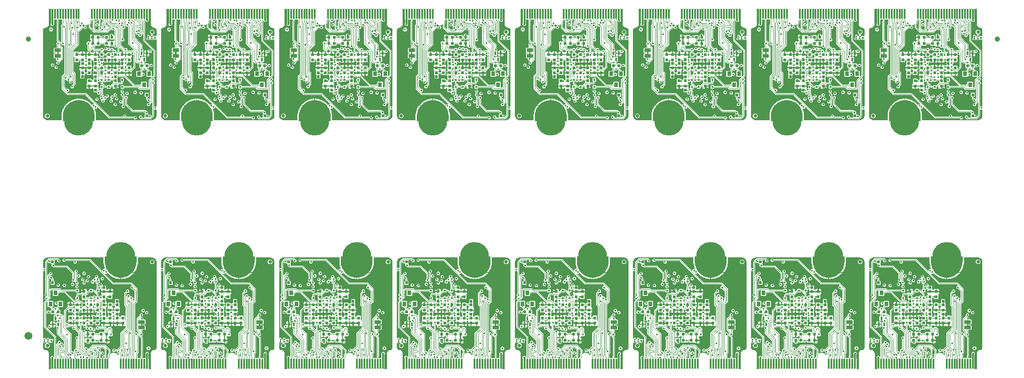
<source format=gbl>
G04 EAGLE Gerber RS-274X export*
G75*
%MOMM*%
%FSLAX34Y34*%
%LPD*%
%INBottom Copper*%
%IPPOS*%
%AMOC8*
5,1,8,0,0,1.08239X$1,22.5*%
G01*
%ADD10C,0.152400*%
%ADD11R,0.508000X0.508000*%
%ADD12R,0.600000X0.600000*%
%ADD13R,0.400000X0.400000*%
%ADD14R,1.270000X0.660400*%
%ADD15C,0.635000*%
%ADD16R,0.350000X1.950000*%
%ADD17R,0.250000X0.250000*%
%ADD18C,5.500000*%
%ADD19R,0.800000X0.900000*%
%ADD20R,0.460000X0.650000*%
%ADD21C,1.000000*%
%ADD22C,1.500000*%
%ADD23C,0.352400*%
%ADD24C,0.101600*%
%ADD25C,0.114300*%
%ADD26C,0.300000*%

G36*
X1628048Y478253D02*
X1628048Y478253D01*
X1628055Y478251D01*
X1628114Y478272D01*
X1628175Y478290D01*
X1628180Y478295D01*
X1628187Y478298D01*
X1628225Y478348D01*
X1628267Y478395D01*
X1628268Y478402D01*
X1628272Y478408D01*
X1628289Y478480D01*
X1628503Y481198D01*
X1629135Y483831D01*
X1630171Y486331D01*
X1631585Y488639D01*
X1633343Y490698D01*
X1635402Y492456D01*
X1637709Y493870D01*
X1640210Y494906D01*
X1642842Y495538D01*
X1645541Y495750D01*
X1648239Y495538D01*
X1650871Y494906D01*
X1653372Y493870D01*
X1655680Y492456D01*
X1657738Y490698D01*
X1657863Y490552D01*
X1658075Y490303D01*
X1658076Y490303D01*
X1658501Y489804D01*
X1658714Y489555D01*
X1658927Y489306D01*
X1659140Y489057D01*
X1659353Y488807D01*
X1659496Y488639D01*
X1660911Y486331D01*
X1661947Y483831D01*
X1662578Y481198D01*
X1662792Y478480D01*
X1662795Y478474D01*
X1662794Y478467D01*
X1662820Y478409D01*
X1662842Y478350D01*
X1662848Y478345D01*
X1662851Y478339D01*
X1662903Y478304D01*
X1662954Y478266D01*
X1662961Y478266D01*
X1662967Y478262D01*
X1663041Y478251D01*
X1675541Y478251D01*
X1675557Y478256D01*
X1675574Y478253D01*
X1675623Y478275D01*
X1675675Y478290D01*
X1675686Y478303D01*
X1675702Y478310D01*
X1675732Y478355D01*
X1675767Y478395D01*
X1675770Y478412D01*
X1675779Y478427D01*
X1675790Y478500D01*
X1675790Y488500D01*
X1675788Y488505D01*
X1675789Y488518D01*
X1675484Y492787D01*
X1675481Y492796D01*
X1675479Y492822D01*
X1674569Y497005D01*
X1674565Y497013D01*
X1674559Y497039D01*
X1673063Y501050D01*
X1673058Y501057D01*
X1673049Y501082D01*
X1670997Y504839D01*
X1670990Y504846D01*
X1670978Y504869D01*
X1668413Y508295D01*
X1668405Y508301D01*
X1668390Y508322D01*
X1665363Y511349D01*
X1665354Y511353D01*
X1665336Y511372D01*
X1661909Y513937D01*
X1661900Y513941D01*
X1661880Y513956D01*
X1658123Y516008D01*
X1658113Y516010D01*
X1658090Y516023D01*
X1654080Y517518D01*
X1654070Y517519D01*
X1654046Y517528D01*
X1649863Y518438D01*
X1649854Y518438D01*
X1649828Y518443D01*
X1646165Y518705D01*
X1646165Y521291D01*
X1647259Y521291D01*
X1650677Y520931D01*
X1654039Y520217D01*
X1657308Y519155D01*
X1660448Y517757D01*
X1663424Y516038D01*
X1666205Y514018D01*
X1668759Y511719D01*
X1670435Y509858D01*
X1670448Y509848D01*
X1670455Y509837D01*
X1670457Y509836D01*
X1670460Y509831D01*
X1670530Y509787D01*
X1670595Y509738D01*
X1670614Y509734D01*
X1670629Y509724D01*
X1670710Y509710D01*
X1670790Y509690D01*
X1670809Y509693D01*
X1670827Y509690D01*
X1670907Y509709D01*
X1670988Y509721D01*
X1671004Y509731D01*
X1671022Y509736D01*
X1671116Y509801D01*
X1671159Y509827D01*
X1671163Y509833D01*
X1671170Y509838D01*
X1672365Y511033D01*
X1674468Y511033D01*
X1674471Y511033D01*
X1674473Y511033D01*
X1674568Y511053D01*
X1674664Y511072D01*
X1674667Y511074D01*
X1674669Y511074D01*
X1674750Y511130D01*
X1674830Y511185D01*
X1674832Y511187D01*
X1674834Y511189D01*
X1674887Y511272D01*
X1674940Y511353D01*
X1674940Y511356D01*
X1674941Y511358D01*
X1674958Y511454D01*
X1674975Y511550D01*
X1674975Y511553D01*
X1674975Y511555D01*
X1674953Y511649D01*
X1674932Y511746D01*
X1674930Y511748D01*
X1674929Y511751D01*
X1674827Y511899D01*
X1658683Y528043D01*
X1658676Y528047D01*
X1658671Y528053D01*
X1658593Y528102D01*
X1658516Y528154D01*
X1658508Y528155D01*
X1658501Y528159D01*
X1658324Y528191D01*
X1624354Y528191D01*
X1623164Y529382D01*
X1613071Y539475D01*
X1613071Y564704D01*
X1617612Y569246D01*
X1617616Y569252D01*
X1617623Y569257D01*
X1617672Y569335D01*
X1617723Y569413D01*
X1617724Y569420D01*
X1617729Y569427D01*
X1617761Y569604D01*
X1617761Y622969D01*
X1617760Y622972D01*
X1617761Y622974D01*
X1617741Y623069D01*
X1617721Y623166D01*
X1617719Y623168D01*
X1617719Y623171D01*
X1617663Y623250D01*
X1617608Y623332D01*
X1617606Y623333D01*
X1617605Y623335D01*
X1617521Y623388D01*
X1617440Y623441D01*
X1617438Y623441D01*
X1617435Y623443D01*
X1617340Y623459D01*
X1617243Y623476D01*
X1617240Y623476D01*
X1617238Y623476D01*
X1617144Y623454D01*
X1617047Y623433D01*
X1617045Y623431D01*
X1617043Y623431D01*
X1616895Y623328D01*
X1616814Y623247D01*
X1614302Y623247D01*
X1612525Y625024D01*
X1612525Y626587D01*
X1612524Y626595D01*
X1612525Y626603D01*
X1612504Y626692D01*
X1612485Y626784D01*
X1612481Y626790D01*
X1612479Y626798D01*
X1612377Y626946D01*
X1612098Y627224D01*
X1612096Y627225D01*
X1612095Y627227D01*
X1612013Y627281D01*
X1611932Y627335D01*
X1611929Y627335D01*
X1611927Y627337D01*
X1611830Y627354D01*
X1611735Y627372D01*
X1611732Y627372D01*
X1611729Y627372D01*
X1611632Y627351D01*
X1611539Y627331D01*
X1611536Y627329D01*
X1611534Y627329D01*
X1611453Y627271D01*
X1611374Y627216D01*
X1611373Y627214D01*
X1611370Y627213D01*
X1611318Y627128D01*
X1611266Y627047D01*
X1611266Y627045D01*
X1611265Y627042D01*
X1611233Y626865D01*
X1611233Y623534D01*
X1611234Y623526D01*
X1611233Y623518D01*
X1611254Y623429D01*
X1611272Y623337D01*
X1611277Y623331D01*
X1611278Y623323D01*
X1611381Y623175D01*
X1615321Y619236D01*
X1615321Y596583D01*
X1609152Y590415D01*
X1609148Y590408D01*
X1609141Y590404D01*
X1609092Y590325D01*
X1609041Y590248D01*
X1609040Y590240D01*
X1609036Y590233D01*
X1609004Y590056D01*
X1609004Y588493D01*
X1607227Y586716D01*
X1604715Y586716D01*
X1602938Y588493D01*
X1602938Y591005D01*
X1604715Y592782D01*
X1606278Y592782D01*
X1606286Y592783D01*
X1606293Y592782D01*
X1606383Y592803D01*
X1606474Y592821D01*
X1606481Y592826D01*
X1606488Y592828D01*
X1606637Y592930D01*
X1606708Y593001D01*
X1606709Y593003D01*
X1606711Y593005D01*
X1606764Y593087D01*
X1606819Y593168D01*
X1606819Y593171D01*
X1606821Y593173D01*
X1606838Y593270D01*
X1606856Y593365D01*
X1606856Y593368D01*
X1606856Y593370D01*
X1606835Y593467D01*
X1606815Y593561D01*
X1606813Y593563D01*
X1606813Y593566D01*
X1606755Y593647D01*
X1606700Y593726D01*
X1606698Y593727D01*
X1606697Y593729D01*
X1606613Y593782D01*
X1606531Y593833D01*
X1606529Y593834D01*
X1606526Y593835D01*
X1606349Y593867D01*
X1603785Y593867D01*
X1602008Y595644D01*
X1602008Y598213D01*
X1602007Y598218D01*
X1602008Y598223D01*
X1601987Y598316D01*
X1601968Y598410D01*
X1601966Y598414D01*
X1601964Y598419D01*
X1601909Y598497D01*
X1601856Y598575D01*
X1601851Y598578D01*
X1601848Y598582D01*
X1601767Y598633D01*
X1601688Y598685D01*
X1601683Y598685D01*
X1601678Y598688D01*
X1601501Y598720D01*
X1598664Y598720D01*
X1597920Y599465D01*
X1597920Y607121D01*
X1598664Y607866D01*
X1602429Y607866D01*
X1602434Y607867D01*
X1602440Y607866D01*
X1602533Y607887D01*
X1602626Y607905D01*
X1602630Y607908D01*
X1602635Y607909D01*
X1602713Y607965D01*
X1602792Y608018D01*
X1602794Y608022D01*
X1602799Y608025D01*
X1602849Y608107D01*
X1602901Y608186D01*
X1602902Y608191D01*
X1602905Y608196D01*
X1602937Y608373D01*
X1602937Y608627D01*
X1602936Y608632D01*
X1602936Y608637D01*
X1602916Y608730D01*
X1602897Y608824D01*
X1602894Y608828D01*
X1602893Y608833D01*
X1602838Y608911D01*
X1602784Y608989D01*
X1602780Y608992D01*
X1602777Y608996D01*
X1602696Y609047D01*
X1602616Y609099D01*
X1602611Y609099D01*
X1602607Y609102D01*
X1602429Y609134D01*
X1598664Y609134D01*
X1597920Y609879D01*
X1597920Y617535D01*
X1598664Y618280D01*
X1603255Y618280D01*
X1603260Y618281D01*
X1603265Y618280D01*
X1603358Y618301D01*
X1603451Y618319D01*
X1603456Y618322D01*
X1603461Y618323D01*
X1603539Y618379D01*
X1603617Y618432D01*
X1603620Y618436D01*
X1603624Y618439D01*
X1603675Y618521D01*
X1603726Y618600D01*
X1603727Y618605D01*
X1603730Y618610D01*
X1603762Y618787D01*
X1603762Y624660D01*
X1603761Y624667D01*
X1603762Y624675D01*
X1603741Y624765D01*
X1603722Y624856D01*
X1603718Y624863D01*
X1603716Y624870D01*
X1603614Y625018D01*
X1603008Y625624D01*
X1603008Y628136D01*
X1604693Y629821D01*
X1604696Y629826D01*
X1604701Y629829D01*
X1604752Y629909D01*
X1604804Y629988D01*
X1604805Y629993D01*
X1604808Y629998D01*
X1604824Y630092D01*
X1604842Y630185D01*
X1604841Y630190D01*
X1604842Y630196D01*
X1604820Y630287D01*
X1604800Y630381D01*
X1604797Y630386D01*
X1604796Y630391D01*
X1604693Y630539D01*
X1603289Y631943D01*
X1603289Y669421D01*
X1603614Y669745D01*
X1603618Y669752D01*
X1603624Y669756D01*
X1603673Y669835D01*
X1603724Y669912D01*
X1603726Y669920D01*
X1603730Y669926D01*
X1603762Y670104D01*
X1603762Y671722D01*
X1603761Y671727D01*
X1603762Y671732D01*
X1603741Y671825D01*
X1603722Y671919D01*
X1603720Y671923D01*
X1603718Y671928D01*
X1603663Y672006D01*
X1603610Y672084D01*
X1603605Y672087D01*
X1603602Y672091D01*
X1603521Y672142D01*
X1603442Y672194D01*
X1603437Y672194D01*
X1603432Y672197D01*
X1603255Y672229D01*
X1603106Y672229D01*
X1603036Y672243D01*
X1603030Y672242D01*
X1603025Y672243D01*
X1602968Y672229D01*
X1598819Y672229D01*
X1598814Y672228D01*
X1598808Y672229D01*
X1598715Y672208D01*
X1598622Y672190D01*
X1598618Y672187D01*
X1598613Y672186D01*
X1598535Y672130D01*
X1598456Y672077D01*
X1598454Y672073D01*
X1598449Y672070D01*
X1598399Y671988D01*
X1598347Y671909D01*
X1598346Y671904D01*
X1598344Y671899D01*
X1598312Y671722D01*
X1598312Y662952D01*
X1598122Y662763D01*
X1598118Y662756D01*
X1598111Y662752D01*
X1598062Y662673D01*
X1598011Y662596D01*
X1598010Y662588D01*
X1598006Y662582D01*
X1597974Y662404D01*
X1597974Y662244D01*
X1596197Y660467D01*
X1593685Y660467D01*
X1591908Y662244D01*
X1591908Y664756D01*
X1592622Y665470D01*
X1592626Y665476D01*
X1592632Y665481D01*
X1592681Y665559D01*
X1592732Y665637D01*
X1592734Y665644D01*
X1592738Y665651D01*
X1592770Y665828D01*
X1592770Y672514D01*
X1592769Y672521D01*
X1592770Y672529D01*
X1592749Y672619D01*
X1592730Y672710D01*
X1592726Y672717D01*
X1592724Y672724D01*
X1592622Y672872D01*
X1592520Y672974D01*
X1592520Y692500D01*
X1592519Y692505D01*
X1592520Y692510D01*
X1592499Y692603D01*
X1592480Y692697D01*
X1592478Y692701D01*
X1592476Y692706D01*
X1592421Y692784D01*
X1592368Y692862D01*
X1592363Y692865D01*
X1592360Y692869D01*
X1592279Y692920D01*
X1592200Y692972D01*
X1592195Y692972D01*
X1592190Y692975D01*
X1592013Y693007D01*
X1588577Y693007D01*
X1588572Y693006D01*
X1588566Y693007D01*
X1588473Y692986D01*
X1588380Y692968D01*
X1588376Y692965D01*
X1588371Y692964D01*
X1588293Y692908D01*
X1588214Y692855D01*
X1588212Y692851D01*
X1588207Y692848D01*
X1588157Y692766D01*
X1588105Y692687D01*
X1588104Y692682D01*
X1588102Y692677D01*
X1588070Y692500D01*
X1588070Y664422D01*
X1588070Y664419D01*
X1588070Y664416D01*
X1588085Y664342D01*
X1588070Y663488D01*
X1588070Y663483D01*
X1588070Y663478D01*
X1588070Y662632D01*
X1588052Y662545D01*
X1588037Y661731D01*
X1586333Y658703D01*
X1583397Y656847D01*
X1582554Y656788D01*
X1582460Y656762D01*
X1582395Y656745D01*
X1581638Y656723D01*
X1581628Y656721D01*
X1581617Y656722D01*
X1581546Y656717D01*
X1581527Y656712D01*
X1581504Y656713D01*
X1580559Y656566D01*
X1580554Y656564D01*
X1580548Y656564D01*
X1580380Y656501D01*
X1578706Y655514D01*
X1578678Y655489D01*
X1578644Y655471D01*
X1578596Y655416D01*
X1578557Y655380D01*
X1578546Y655357D01*
X1578527Y655335D01*
X1577539Y653661D01*
X1577538Y653656D01*
X1577534Y653652D01*
X1577475Y653482D01*
X1577326Y652520D01*
X1577327Y652484D01*
X1577320Y652442D01*
X1577320Y488551D01*
X1577326Y488517D01*
X1577325Y488475D01*
X1577628Y486487D01*
X1577630Y486481D01*
X1577630Y486475D01*
X1577693Y486306D01*
X1579720Y482859D01*
X1579746Y482831D01*
X1579763Y482797D01*
X1579819Y482749D01*
X1579854Y482710D01*
X1579877Y482699D01*
X1579900Y482679D01*
X1583347Y480652D01*
X1583352Y480650D01*
X1583357Y480646D01*
X1583391Y480634D01*
X1583417Y480617D01*
X1583466Y480609D01*
X1583528Y480587D01*
X1585516Y480285D01*
X1585551Y480286D01*
X1585592Y480279D01*
X1612243Y480279D01*
X1612248Y480280D01*
X1612253Y480279D01*
X1612346Y480300D01*
X1612439Y480318D01*
X1612444Y480321D01*
X1612449Y480322D01*
X1612527Y480378D01*
X1612605Y480431D01*
X1612608Y480435D01*
X1612612Y480438D01*
X1612663Y480520D01*
X1612714Y480599D01*
X1612715Y480604D01*
X1612718Y480609D01*
X1612750Y480786D01*
X1612750Y490219D01*
X1613109Y493637D01*
X1613824Y496998D01*
X1614886Y500267D01*
X1616284Y503407D01*
X1618003Y506384D01*
X1619087Y507876D01*
X1622355Y507876D01*
X1620104Y504869D01*
X1620100Y504860D01*
X1620084Y504839D01*
X1618033Y501082D01*
X1618031Y501072D01*
X1618018Y501050D01*
X1616523Y497039D01*
X1616522Y497029D01*
X1616512Y497005D01*
X1615603Y492822D01*
X1615603Y492813D01*
X1615598Y492787D01*
X1615292Y488518D01*
X1615293Y488512D01*
X1615292Y488500D01*
X1615292Y478500D01*
X1615296Y478484D01*
X1615294Y478467D01*
X1615316Y478417D01*
X1615331Y478366D01*
X1615344Y478355D01*
X1615351Y478339D01*
X1615396Y478309D01*
X1615436Y478274D01*
X1615453Y478271D01*
X1615467Y478262D01*
X1615541Y478251D01*
X1628041Y478251D01*
X1628048Y478253D01*
G37*
G36*
X1402978Y478253D02*
X1402978Y478253D01*
X1402985Y478251D01*
X1403045Y478272D01*
X1403106Y478290D01*
X1403110Y478295D01*
X1403117Y478298D01*
X1403156Y478348D01*
X1403198Y478395D01*
X1403199Y478402D01*
X1403203Y478408D01*
X1403220Y478480D01*
X1403434Y481198D01*
X1404066Y483831D01*
X1405102Y486331D01*
X1406516Y488639D01*
X1408274Y490698D01*
X1410332Y492456D01*
X1412640Y493870D01*
X1415141Y494906D01*
X1417773Y495538D01*
X1420471Y495750D01*
X1423170Y495538D01*
X1425802Y494906D01*
X1428303Y493870D01*
X1430611Y492456D01*
X1432669Y490698D01*
X1432793Y490552D01*
X1433006Y490303D01*
X1433432Y489804D01*
X1433645Y489555D01*
X1433858Y489306D01*
X1434070Y489057D01*
X1434071Y489057D01*
X1434283Y488807D01*
X1434427Y488639D01*
X1435841Y486331D01*
X1436877Y483831D01*
X1437509Y481198D01*
X1437723Y478480D01*
X1437726Y478474D01*
X1437724Y478467D01*
X1437750Y478409D01*
X1437773Y478350D01*
X1437778Y478345D01*
X1437781Y478339D01*
X1437834Y478304D01*
X1437885Y478266D01*
X1437892Y478266D01*
X1437898Y478262D01*
X1437971Y478251D01*
X1450471Y478251D01*
X1450488Y478256D01*
X1450505Y478253D01*
X1450554Y478275D01*
X1450606Y478290D01*
X1450617Y478303D01*
X1450633Y478310D01*
X1450662Y478355D01*
X1450698Y478395D01*
X1450700Y478412D01*
X1450710Y478427D01*
X1450721Y478500D01*
X1450721Y488500D01*
X1450719Y488505D01*
X1450720Y488518D01*
X1450415Y492787D01*
X1450411Y492796D01*
X1450410Y492822D01*
X1449500Y497005D01*
X1449495Y497013D01*
X1449490Y497039D01*
X1447994Y501050D01*
X1447988Y501057D01*
X1447979Y501082D01*
X1445928Y504839D01*
X1445921Y504846D01*
X1445909Y504869D01*
X1443343Y508295D01*
X1443336Y508301D01*
X1443320Y508322D01*
X1440293Y511349D01*
X1440285Y511353D01*
X1440267Y511372D01*
X1436840Y513937D01*
X1436831Y513941D01*
X1436810Y513956D01*
X1433053Y516008D01*
X1433044Y516010D01*
X1433021Y516023D01*
X1429010Y517518D01*
X1429001Y517519D01*
X1428976Y517528D01*
X1424794Y518438D01*
X1424784Y518438D01*
X1424759Y518443D01*
X1421096Y518705D01*
X1421096Y521291D01*
X1422190Y521291D01*
X1425608Y520931D01*
X1427514Y520526D01*
X1428970Y520217D01*
X1431077Y519532D01*
X1432239Y519155D01*
X1435379Y517757D01*
X1438355Y516038D01*
X1441136Y514018D01*
X1443690Y511719D01*
X1445365Y509858D01*
X1445378Y509848D01*
X1445386Y509837D01*
X1445387Y509836D01*
X1445391Y509831D01*
X1445460Y509787D01*
X1445526Y509738D01*
X1445544Y509734D01*
X1445560Y509724D01*
X1445641Y509710D01*
X1445721Y509690D01*
X1445739Y509693D01*
X1445758Y509690D01*
X1445837Y509709D01*
X1445919Y509721D01*
X1445935Y509731D01*
X1445953Y509736D01*
X1446047Y509801D01*
X1446089Y509827D01*
X1446094Y509833D01*
X1446101Y509838D01*
X1447295Y511033D01*
X1449399Y511033D01*
X1449401Y511033D01*
X1449404Y511033D01*
X1449499Y511053D01*
X1449595Y511072D01*
X1449597Y511074D01*
X1449600Y511074D01*
X1449680Y511130D01*
X1449761Y511185D01*
X1449762Y511187D01*
X1449764Y511189D01*
X1449818Y511272D01*
X1449870Y511353D01*
X1449871Y511356D01*
X1449872Y511358D01*
X1449888Y511454D01*
X1449906Y511550D01*
X1449905Y511553D01*
X1449906Y511555D01*
X1449884Y511649D01*
X1449862Y511746D01*
X1449861Y511748D01*
X1449860Y511751D01*
X1449757Y511899D01*
X1433613Y528043D01*
X1433607Y528047D01*
X1433602Y528053D01*
X1433523Y528102D01*
X1433446Y528154D01*
X1433439Y528155D01*
X1433432Y528159D01*
X1433255Y528191D01*
X1399285Y528191D01*
X1398094Y529382D01*
X1389192Y538284D01*
X1388001Y539475D01*
X1388001Y564704D01*
X1392543Y569246D01*
X1392547Y569252D01*
X1392553Y569257D01*
X1392602Y569335D01*
X1392654Y569413D01*
X1392655Y569420D01*
X1392659Y569427D01*
X1392691Y569604D01*
X1392691Y622969D01*
X1392691Y622972D01*
X1392691Y622974D01*
X1392671Y623069D01*
X1392652Y623166D01*
X1392650Y623168D01*
X1392650Y623171D01*
X1392594Y623250D01*
X1392539Y623332D01*
X1392537Y623333D01*
X1392535Y623335D01*
X1392452Y623388D01*
X1392371Y623441D01*
X1392368Y623441D01*
X1392366Y623443D01*
X1392270Y623459D01*
X1392174Y623476D01*
X1392171Y623476D01*
X1392168Y623476D01*
X1392075Y623454D01*
X1391978Y623433D01*
X1391976Y623431D01*
X1391973Y623431D01*
X1391825Y623328D01*
X1391745Y623247D01*
X1389232Y623247D01*
X1387456Y625024D01*
X1387456Y626587D01*
X1387454Y626595D01*
X1387455Y626603D01*
X1387434Y626692D01*
X1387416Y626784D01*
X1387412Y626790D01*
X1387410Y626798D01*
X1387307Y626946D01*
X1387029Y627224D01*
X1387027Y627225D01*
X1387025Y627227D01*
X1386943Y627281D01*
X1386862Y627335D01*
X1386860Y627335D01*
X1386857Y627337D01*
X1386760Y627354D01*
X1386665Y627372D01*
X1386663Y627372D01*
X1386660Y627372D01*
X1386563Y627351D01*
X1386469Y627331D01*
X1386467Y627329D01*
X1386464Y627329D01*
X1386383Y627271D01*
X1386305Y627216D01*
X1386303Y627214D01*
X1386301Y627213D01*
X1386249Y627128D01*
X1386197Y627047D01*
X1386197Y627045D01*
X1386195Y627042D01*
X1386163Y626865D01*
X1386163Y623534D01*
X1386165Y623526D01*
X1386163Y623518D01*
X1386184Y623429D01*
X1386203Y623337D01*
X1386207Y623331D01*
X1386209Y623323D01*
X1386312Y623175D01*
X1390251Y619236D01*
X1390251Y596583D01*
X1384083Y590415D01*
X1384078Y590408D01*
X1384072Y590404D01*
X1384023Y590325D01*
X1383972Y590248D01*
X1383970Y590240D01*
X1383966Y590233D01*
X1383934Y590056D01*
X1383934Y588493D01*
X1382158Y586716D01*
X1379645Y586716D01*
X1377869Y588493D01*
X1377869Y591005D01*
X1379645Y592782D01*
X1381209Y592782D01*
X1381216Y592783D01*
X1381224Y592782D01*
X1381314Y592803D01*
X1381405Y592821D01*
X1381412Y592826D01*
X1381419Y592828D01*
X1381567Y592930D01*
X1381638Y593001D01*
X1381640Y593003D01*
X1381642Y593005D01*
X1381695Y593087D01*
X1381749Y593168D01*
X1381750Y593171D01*
X1381751Y593173D01*
X1381769Y593270D01*
X1381787Y593365D01*
X1381786Y593368D01*
X1381787Y593370D01*
X1381765Y593467D01*
X1381745Y593561D01*
X1381744Y593563D01*
X1381743Y593566D01*
X1381686Y593647D01*
X1381631Y593726D01*
X1381629Y593727D01*
X1381627Y593729D01*
X1381543Y593782D01*
X1381462Y593833D01*
X1381459Y593834D01*
X1381457Y593835D01*
X1381280Y593867D01*
X1378715Y593867D01*
X1376939Y595644D01*
X1376939Y598213D01*
X1376938Y598218D01*
X1376939Y598223D01*
X1376918Y598316D01*
X1376899Y598410D01*
X1376896Y598414D01*
X1376895Y598419D01*
X1376840Y598497D01*
X1376786Y598575D01*
X1376782Y598578D01*
X1376779Y598582D01*
X1376698Y598633D01*
X1376618Y598685D01*
X1376613Y598685D01*
X1376609Y598688D01*
X1376431Y598720D01*
X1373595Y598720D01*
X1372851Y599465D01*
X1372851Y607121D01*
X1373595Y607866D01*
X1377360Y607866D01*
X1377365Y607867D01*
X1377370Y607866D01*
X1377463Y607887D01*
X1377556Y607905D01*
X1377561Y607908D01*
X1377566Y607909D01*
X1377644Y607965D01*
X1377722Y608018D01*
X1377725Y608022D01*
X1377729Y608025D01*
X1377780Y608107D01*
X1377831Y608186D01*
X1377832Y608191D01*
X1377835Y608196D01*
X1377867Y608373D01*
X1377867Y608627D01*
X1377866Y608632D01*
X1377867Y608637D01*
X1377846Y608730D01*
X1377828Y608824D01*
X1377825Y608828D01*
X1377823Y608833D01*
X1377768Y608911D01*
X1377715Y608989D01*
X1377711Y608992D01*
X1377707Y608996D01*
X1377626Y609047D01*
X1377547Y609099D01*
X1377542Y609099D01*
X1377537Y609102D01*
X1377360Y609134D01*
X1373595Y609134D01*
X1372851Y609879D01*
X1372851Y617535D01*
X1373595Y618280D01*
X1378185Y618280D01*
X1378191Y618281D01*
X1378196Y618280D01*
X1378289Y618301D01*
X1378382Y618319D01*
X1378386Y618322D01*
X1378391Y618323D01*
X1378469Y618379D01*
X1378548Y618432D01*
X1378551Y618436D01*
X1378555Y618439D01*
X1378605Y618521D01*
X1378657Y618600D01*
X1378658Y618605D01*
X1378661Y618610D01*
X1378693Y618787D01*
X1378693Y624660D01*
X1378691Y624667D01*
X1378692Y624675D01*
X1378671Y624765D01*
X1378653Y624856D01*
X1378649Y624863D01*
X1378647Y624870D01*
X1378544Y625018D01*
X1377939Y625624D01*
X1377939Y628136D01*
X1379624Y629821D01*
X1379627Y629826D01*
X1379631Y629829D01*
X1379682Y629909D01*
X1379735Y629988D01*
X1379736Y629993D01*
X1379739Y629998D01*
X1379755Y630092D01*
X1379772Y630185D01*
X1379771Y630190D01*
X1379772Y630196D01*
X1379751Y630287D01*
X1379731Y630381D01*
X1379728Y630386D01*
X1379727Y630391D01*
X1379624Y630539D01*
X1378220Y631943D01*
X1378220Y669421D01*
X1378544Y669745D01*
X1378548Y669752D01*
X1378555Y669756D01*
X1378604Y669835D01*
X1378655Y669912D01*
X1378657Y669920D01*
X1378661Y669926D01*
X1378693Y670104D01*
X1378693Y671722D01*
X1378692Y671727D01*
X1378693Y671732D01*
X1378672Y671825D01*
X1378653Y671919D01*
X1378650Y671923D01*
X1378649Y671928D01*
X1378594Y672006D01*
X1378540Y672084D01*
X1378536Y672087D01*
X1378533Y672091D01*
X1378452Y672142D01*
X1378372Y672194D01*
X1378367Y672194D01*
X1378363Y672197D01*
X1378185Y672229D01*
X1378037Y672229D01*
X1377966Y672243D01*
X1377961Y672242D01*
X1377955Y672243D01*
X1377899Y672229D01*
X1373749Y672229D01*
X1373744Y672228D01*
X1373739Y672229D01*
X1373646Y672208D01*
X1373553Y672190D01*
X1373549Y672187D01*
X1373543Y672186D01*
X1373466Y672130D01*
X1373387Y672077D01*
X1373384Y672073D01*
X1373380Y672070D01*
X1373329Y671988D01*
X1373278Y671909D01*
X1373277Y671904D01*
X1373274Y671899D01*
X1373242Y671722D01*
X1373242Y662952D01*
X1373053Y662763D01*
X1373048Y662756D01*
X1373042Y662752D01*
X1372993Y662673D01*
X1372942Y662596D01*
X1372940Y662588D01*
X1372936Y662582D01*
X1372904Y662404D01*
X1372904Y662244D01*
X1371128Y660467D01*
X1368615Y660467D01*
X1366839Y662244D01*
X1366839Y664756D01*
X1367552Y665470D01*
X1367556Y665476D01*
X1367563Y665481D01*
X1367612Y665559D01*
X1367663Y665637D01*
X1367665Y665644D01*
X1367669Y665651D01*
X1367701Y665828D01*
X1367701Y672514D01*
X1367699Y672521D01*
X1367700Y672529D01*
X1367680Y672618D01*
X1367661Y672710D01*
X1367657Y672717D01*
X1367655Y672724D01*
X1367552Y672872D01*
X1367451Y672974D01*
X1367451Y692500D01*
X1367450Y692505D01*
X1367451Y692510D01*
X1367430Y692603D01*
X1367411Y692697D01*
X1367408Y692701D01*
X1367407Y692706D01*
X1367352Y692784D01*
X1367298Y692862D01*
X1367294Y692865D01*
X1367291Y692869D01*
X1367210Y692920D01*
X1367130Y692972D01*
X1367125Y692972D01*
X1367121Y692975D01*
X1366943Y693007D01*
X1363507Y693007D01*
X1363502Y693006D01*
X1363497Y693007D01*
X1363404Y692986D01*
X1363311Y692968D01*
X1363307Y692965D01*
X1363301Y692964D01*
X1363224Y692908D01*
X1363145Y692855D01*
X1363142Y692851D01*
X1363138Y692848D01*
X1363087Y692766D01*
X1363036Y692687D01*
X1363035Y692682D01*
X1363032Y692677D01*
X1363000Y692500D01*
X1363000Y664422D01*
X1363001Y664419D01*
X1363000Y664416D01*
X1363016Y664342D01*
X1363000Y663487D01*
X1363001Y663483D01*
X1363000Y663478D01*
X1363000Y662632D01*
X1362983Y662545D01*
X1362968Y661731D01*
X1361264Y658703D01*
X1358328Y656847D01*
X1357485Y656788D01*
X1357390Y656762D01*
X1357325Y656745D01*
X1356569Y656723D01*
X1356559Y656721D01*
X1356548Y656722D01*
X1356477Y656717D01*
X1356458Y656712D01*
X1356434Y656713D01*
X1355490Y656566D01*
X1355485Y656564D01*
X1355479Y656564D01*
X1355310Y656501D01*
X1353637Y655514D01*
X1353608Y655489D01*
X1353575Y655471D01*
X1353527Y655416D01*
X1353487Y655380D01*
X1353477Y655357D01*
X1353457Y655335D01*
X1352470Y653661D01*
X1352468Y653656D01*
X1352465Y653652D01*
X1352406Y653482D01*
X1352256Y652520D01*
X1352258Y652484D01*
X1352250Y652442D01*
X1352250Y488551D01*
X1352257Y488517D01*
X1352256Y488475D01*
X1352559Y486487D01*
X1352561Y486481D01*
X1352561Y486475D01*
X1352623Y486306D01*
X1354651Y482859D01*
X1354676Y482831D01*
X1354694Y482797D01*
X1354749Y482749D01*
X1354784Y482710D01*
X1354808Y482699D01*
X1354831Y482679D01*
X1358277Y480652D01*
X1358283Y480650D01*
X1358288Y480646D01*
X1358458Y480587D01*
X1360446Y480285D01*
X1360481Y480286D01*
X1360523Y480279D01*
X1387173Y480279D01*
X1387179Y480280D01*
X1387184Y480279D01*
X1387277Y480300D01*
X1387370Y480318D01*
X1387374Y480321D01*
X1387379Y480322D01*
X1387457Y480378D01*
X1387536Y480431D01*
X1387539Y480435D01*
X1387543Y480438D01*
X1387593Y480520D01*
X1387645Y480599D01*
X1387646Y480604D01*
X1387649Y480609D01*
X1387681Y480786D01*
X1387681Y490219D01*
X1388040Y493637D01*
X1388754Y496998D01*
X1389817Y500267D01*
X1391215Y503407D01*
X1392933Y506384D01*
X1394017Y507876D01*
X1397285Y507876D01*
X1395034Y504869D01*
X1395031Y504860D01*
X1395015Y504839D01*
X1392964Y501082D01*
X1392962Y501072D01*
X1392949Y501050D01*
X1391453Y497039D01*
X1391452Y497029D01*
X1391443Y497005D01*
X1390533Y492822D01*
X1390534Y492813D01*
X1390528Y492787D01*
X1390223Y488518D01*
X1390224Y488512D01*
X1390222Y488500D01*
X1390222Y478500D01*
X1390227Y478484D01*
X1390224Y478467D01*
X1390246Y478417D01*
X1390261Y478366D01*
X1390274Y478355D01*
X1390281Y478339D01*
X1390326Y478309D01*
X1390367Y478274D01*
X1390384Y478271D01*
X1390398Y478262D01*
X1390471Y478251D01*
X1402971Y478251D01*
X1402978Y478253D01*
G37*
G36*
X657144Y5494D02*
X657144Y5494D01*
X657149Y5493D01*
X657242Y5514D01*
X657335Y5532D01*
X657340Y5535D01*
X657345Y5536D01*
X657423Y5592D01*
X657501Y5645D01*
X657504Y5649D01*
X657508Y5652D01*
X657559Y5734D01*
X657610Y5813D01*
X657611Y5818D01*
X657614Y5823D01*
X657646Y6000D01*
X657646Y34078D01*
X657645Y34081D01*
X657646Y34084D01*
X657630Y34158D01*
X657646Y35012D01*
X657645Y35017D01*
X657646Y35022D01*
X657646Y35868D01*
X657663Y35955D01*
X657678Y36769D01*
X659382Y39797D01*
X662318Y41653D01*
X663161Y41712D01*
X663256Y41738D01*
X663321Y41755D01*
X664077Y41777D01*
X664087Y41779D01*
X664098Y41778D01*
X664169Y41783D01*
X664189Y41788D01*
X664212Y41787D01*
X665156Y41934D01*
X665162Y41936D01*
X665167Y41936D01*
X665336Y41999D01*
X667010Y42986D01*
X667038Y43011D01*
X667071Y43029D01*
X667119Y43084D01*
X667159Y43120D01*
X667170Y43143D01*
X667189Y43165D01*
X668176Y44839D01*
X668178Y44844D01*
X668182Y44848D01*
X668240Y45018D01*
X668390Y45980D01*
X668388Y46016D01*
X668396Y46058D01*
X668396Y209949D01*
X668389Y209983D01*
X668390Y210025D01*
X668087Y212013D01*
X668085Y212019D01*
X668085Y212025D01*
X668055Y212108D01*
X668045Y212149D01*
X668033Y212167D01*
X668023Y212194D01*
X665996Y215641D01*
X665970Y215669D01*
X665952Y215703D01*
X665897Y215751D01*
X665862Y215790D01*
X665838Y215801D01*
X665816Y215821D01*
X662369Y217848D01*
X662363Y217850D01*
X662359Y217854D01*
X662188Y217913D01*
X660200Y218215D01*
X660165Y218214D01*
X660124Y218221D01*
X633473Y218221D01*
X633468Y218220D01*
X633462Y218221D01*
X633369Y218200D01*
X633276Y218182D01*
X633272Y218179D01*
X633267Y218178D01*
X633189Y218122D01*
X633110Y218069D01*
X633108Y218065D01*
X633103Y218062D01*
X633053Y217980D01*
X633001Y217901D01*
X633000Y217896D01*
X632998Y217891D01*
X632966Y217714D01*
X632966Y208281D01*
X632606Y204863D01*
X631892Y201502D01*
X630829Y198232D01*
X629431Y195092D01*
X627713Y192116D01*
X626629Y190624D01*
X623361Y190624D01*
X625612Y193631D01*
X625615Y193640D01*
X625631Y193661D01*
X627683Y197418D01*
X627685Y197428D01*
X627697Y197450D01*
X629193Y201461D01*
X629194Y201471D01*
X629203Y201495D01*
X630113Y205678D01*
X630112Y205687D01*
X630118Y205713D01*
X630423Y209982D01*
X630422Y209988D01*
X630424Y210000D01*
X630424Y220000D01*
X630419Y220016D01*
X630422Y220033D01*
X630400Y220083D01*
X630385Y220134D01*
X630372Y220145D01*
X630365Y220161D01*
X630320Y220191D01*
X630280Y220226D01*
X630263Y220229D01*
X630248Y220238D01*
X630175Y220249D01*
X617675Y220249D01*
X617668Y220247D01*
X617661Y220249D01*
X617602Y220228D01*
X617541Y220210D01*
X617536Y220205D01*
X617529Y220202D01*
X617490Y220152D01*
X617449Y220105D01*
X617448Y220098D01*
X617443Y220092D01*
X617426Y220020D01*
X617212Y217302D01*
X616580Y214669D01*
X615545Y212169D01*
X614130Y209861D01*
X612372Y207802D01*
X610314Y206044D01*
X608006Y204630D01*
X605505Y203594D01*
X602873Y202962D01*
X600175Y202750D01*
X597476Y202962D01*
X594844Y203594D01*
X592343Y204630D01*
X590035Y206044D01*
X587977Y207802D01*
X587956Y207828D01*
X587955Y207828D01*
X587743Y208077D01*
X587530Y208326D01*
X587317Y208576D01*
X587104Y208825D01*
X586891Y209074D01*
X586465Y209573D01*
X586252Y209822D01*
X586219Y209861D01*
X584805Y212169D01*
X583769Y214669D01*
X583137Y217302D01*
X582923Y220020D01*
X582921Y220026D01*
X582922Y220033D01*
X582896Y220091D01*
X582874Y220150D01*
X582868Y220155D01*
X582865Y220161D01*
X582812Y220196D01*
X582762Y220234D01*
X582754Y220234D01*
X582748Y220238D01*
X582675Y220249D01*
X570175Y220249D01*
X570158Y220244D01*
X570141Y220247D01*
X570092Y220225D01*
X570041Y220210D01*
X570029Y220197D01*
X570014Y220190D01*
X569984Y220145D01*
X569949Y220105D01*
X569946Y220088D01*
X569937Y220074D01*
X569926Y220000D01*
X569926Y210000D01*
X569927Y209995D01*
X569926Y209982D01*
X570232Y205713D01*
X570235Y205704D01*
X570237Y205678D01*
X571146Y201495D01*
X571151Y201487D01*
X571156Y201461D01*
X572652Y197450D01*
X572658Y197443D01*
X572667Y197418D01*
X574718Y193661D01*
X574725Y193654D01*
X574738Y193631D01*
X577303Y190205D01*
X577311Y190199D01*
X577326Y190178D01*
X580353Y187151D01*
X580361Y187147D01*
X580380Y187128D01*
X583806Y184563D01*
X583815Y184559D01*
X583836Y184544D01*
X587593Y182492D01*
X587602Y182490D01*
X587625Y182478D01*
X591636Y180982D01*
X591645Y180981D01*
X591670Y180972D01*
X595852Y180062D01*
X595862Y180062D01*
X595888Y180057D01*
X599550Y179795D01*
X599550Y177209D01*
X598456Y177209D01*
X595038Y177569D01*
X593142Y177971D01*
X591676Y178283D01*
X589578Y178965D01*
X588407Y179345D01*
X585267Y180743D01*
X582291Y182462D01*
X579511Y184482D01*
X576957Y186781D01*
X575281Y188642D01*
X575266Y188653D01*
X575255Y188669D01*
X575186Y188713D01*
X575120Y188762D01*
X575102Y188766D01*
X575086Y188776D01*
X575005Y188790D01*
X574925Y188810D01*
X574907Y188807D01*
X574889Y188810D01*
X574809Y188791D01*
X574727Y188778D01*
X574712Y188769D01*
X574693Y188764D01*
X574599Y188699D01*
X574557Y188673D01*
X574553Y188667D01*
X574545Y188662D01*
X573351Y187467D01*
X571248Y187467D01*
X571245Y187467D01*
X571242Y187467D01*
X571148Y187447D01*
X571051Y187428D01*
X571049Y187426D01*
X571046Y187426D01*
X570966Y187370D01*
X570885Y187315D01*
X570884Y187313D01*
X570882Y187311D01*
X570828Y187228D01*
X570776Y187147D01*
X570776Y187144D01*
X570774Y187142D01*
X570758Y187046D01*
X570740Y186950D01*
X570741Y186947D01*
X570741Y186945D01*
X570762Y186851D01*
X570784Y186754D01*
X570786Y186752D01*
X570786Y186749D01*
X570889Y186601D01*
X587033Y170457D01*
X587040Y170453D01*
X587044Y170447D01*
X587123Y170398D01*
X587200Y170346D01*
X587208Y170345D01*
X587214Y170341D01*
X587392Y170309D01*
X621362Y170309D01*
X632645Y159025D01*
X632645Y133796D01*
X628104Y129254D01*
X628099Y129248D01*
X628093Y129243D01*
X628044Y129165D01*
X627993Y129087D01*
X627991Y129080D01*
X627987Y129073D01*
X627955Y128896D01*
X627955Y75531D01*
X627956Y75528D01*
X627955Y75526D01*
X627975Y75430D01*
X627995Y75334D01*
X627996Y75332D01*
X627997Y75329D01*
X628052Y75250D01*
X628107Y75168D01*
X628109Y75167D01*
X628111Y75165D01*
X628194Y75112D01*
X628275Y75059D01*
X628278Y75059D01*
X628280Y75057D01*
X628376Y75041D01*
X628473Y75024D01*
X628475Y75024D01*
X628478Y75024D01*
X628571Y75046D01*
X628668Y75067D01*
X628670Y75069D01*
X628673Y75069D01*
X628821Y75172D01*
X628902Y75253D01*
X631414Y75253D01*
X633191Y73476D01*
X633191Y71913D01*
X633192Y71905D01*
X633191Y71897D01*
X633212Y71808D01*
X633230Y71716D01*
X633235Y71710D01*
X633236Y71702D01*
X633339Y71554D01*
X633617Y71276D01*
X633619Y71275D01*
X633621Y71273D01*
X633702Y71220D01*
X633784Y71165D01*
X633787Y71165D01*
X633789Y71163D01*
X633885Y71146D01*
X633981Y71128D01*
X633983Y71128D01*
X633986Y71128D01*
X634083Y71149D01*
X634177Y71169D01*
X634179Y71171D01*
X634182Y71171D01*
X634261Y71228D01*
X634342Y71284D01*
X634343Y71286D01*
X634345Y71287D01*
X634397Y71370D01*
X634449Y71453D01*
X634450Y71455D01*
X634451Y71458D01*
X634483Y71635D01*
X634483Y74966D01*
X634481Y74974D01*
X634483Y74982D01*
X634462Y75071D01*
X634443Y75163D01*
X634439Y75169D01*
X634437Y75177D01*
X634334Y75325D01*
X630395Y79264D01*
X630395Y101917D01*
X636563Y108085D01*
X636568Y108092D01*
X636574Y108096D01*
X636623Y108175D01*
X636674Y108252D01*
X636676Y108260D01*
X636680Y108267D01*
X636712Y108444D01*
X636712Y110007D01*
X638489Y111784D01*
X641001Y111784D01*
X642778Y110007D01*
X642778Y107495D01*
X641001Y105718D01*
X639438Y105718D01*
X639430Y105717D01*
X639422Y105718D01*
X639332Y105697D01*
X639241Y105679D01*
X639235Y105674D01*
X639227Y105672D01*
X639079Y105570D01*
X639008Y105499D01*
X639007Y105497D01*
X639004Y105495D01*
X638951Y105413D01*
X638897Y105332D01*
X638897Y105329D01*
X638895Y105327D01*
X638878Y105230D01*
X638859Y105135D01*
X638860Y105132D01*
X638859Y105130D01*
X638881Y105033D01*
X638901Y104939D01*
X638902Y104937D01*
X638903Y104934D01*
X638960Y104853D01*
X639015Y104774D01*
X639017Y104773D01*
X639019Y104771D01*
X639103Y104718D01*
X639184Y104667D01*
X639187Y104666D01*
X639189Y104665D01*
X639367Y104633D01*
X641931Y104633D01*
X643708Y102856D01*
X643708Y100287D01*
X643709Y100282D01*
X643708Y100277D01*
X643728Y100184D01*
X643747Y100090D01*
X643750Y100086D01*
X643751Y100081D01*
X643806Y100003D01*
X643860Y99925D01*
X643864Y99922D01*
X643867Y99918D01*
X643949Y99867D01*
X644028Y99815D01*
X644033Y99815D01*
X644037Y99812D01*
X644215Y99780D01*
X647051Y99780D01*
X647796Y99035D01*
X647796Y91379D01*
X647051Y90634D01*
X643286Y90634D01*
X643281Y90633D01*
X643276Y90634D01*
X643183Y90613D01*
X643090Y90595D01*
X643085Y90592D01*
X643080Y90591D01*
X643002Y90535D01*
X642924Y90482D01*
X642921Y90478D01*
X642917Y90475D01*
X642866Y90393D01*
X642815Y90314D01*
X642814Y90309D01*
X642811Y90304D01*
X642779Y90127D01*
X642779Y89873D01*
X642780Y89868D01*
X642779Y89863D01*
X642800Y89770D01*
X642819Y89676D01*
X642822Y89672D01*
X642823Y89667D01*
X642878Y89589D01*
X642931Y89511D01*
X642936Y89508D01*
X642939Y89504D01*
X643020Y89453D01*
X643099Y89401D01*
X643104Y89401D01*
X643109Y89398D01*
X643286Y89366D01*
X647051Y89366D01*
X647796Y88621D01*
X647796Y80965D01*
X647051Y80220D01*
X642461Y80220D01*
X642456Y80219D01*
X642450Y80220D01*
X642357Y80199D01*
X642264Y80181D01*
X642260Y80178D01*
X642255Y80177D01*
X642177Y80121D01*
X642098Y80068D01*
X642096Y80064D01*
X642091Y80061D01*
X642041Y79979D01*
X641989Y79900D01*
X641988Y79895D01*
X641986Y79890D01*
X641954Y79713D01*
X641954Y73840D01*
X641955Y73833D01*
X641954Y73825D01*
X641975Y73735D01*
X641993Y73644D01*
X641998Y73637D01*
X641999Y73630D01*
X642102Y73482D01*
X642708Y72876D01*
X642708Y70364D01*
X641022Y68679D01*
X641019Y68674D01*
X641015Y68671D01*
X640964Y68591D01*
X640911Y68512D01*
X640910Y68506D01*
X640908Y68502D01*
X640892Y68409D01*
X640874Y68315D01*
X640875Y68310D01*
X640874Y68304D01*
X640896Y68212D01*
X640915Y68119D01*
X640918Y68114D01*
X640920Y68109D01*
X641022Y67961D01*
X641236Y67748D01*
X642427Y66557D01*
X642427Y29079D01*
X642102Y28755D01*
X642098Y28748D01*
X642091Y28744D01*
X642042Y28665D01*
X641991Y28588D01*
X641990Y28580D01*
X641986Y28574D01*
X641954Y28396D01*
X641954Y26778D01*
X641955Y26773D01*
X641954Y26768D01*
X641974Y26675D01*
X641993Y26581D01*
X641996Y26577D01*
X641997Y26572D01*
X642052Y26494D01*
X642106Y26416D01*
X642110Y26413D01*
X642113Y26409D01*
X642195Y26358D01*
X642274Y26306D01*
X642279Y26306D01*
X642283Y26303D01*
X642461Y26271D01*
X642609Y26271D01*
X642680Y26257D01*
X642685Y26258D01*
X642691Y26257D01*
X642747Y26271D01*
X646897Y26271D01*
X646902Y26272D01*
X646907Y26271D01*
X647000Y26292D01*
X647093Y26310D01*
X647098Y26313D01*
X647103Y26314D01*
X647181Y26370D01*
X647259Y26423D01*
X647262Y26427D01*
X647266Y26430D01*
X647317Y26511D01*
X647368Y26591D01*
X647369Y26596D01*
X647372Y26601D01*
X647404Y26778D01*
X647404Y35548D01*
X647593Y35737D01*
X647598Y35744D01*
X647604Y35748D01*
X647653Y35827D01*
X647704Y35904D01*
X647706Y35912D01*
X647710Y35918D01*
X647742Y36096D01*
X647742Y36256D01*
X649519Y38033D01*
X652031Y38033D01*
X653808Y36256D01*
X653808Y33744D01*
X653094Y33030D01*
X653090Y33024D01*
X653083Y33019D01*
X653034Y32941D01*
X652983Y32863D01*
X652982Y32856D01*
X652978Y32849D01*
X652946Y32672D01*
X652946Y25986D01*
X652947Y25979D01*
X652946Y25971D01*
X652967Y25881D01*
X652985Y25790D01*
X652990Y25783D01*
X652991Y25776D01*
X653094Y25628D01*
X653196Y25526D01*
X653196Y6000D01*
X653197Y5995D01*
X653196Y5990D01*
X653216Y5897D01*
X653235Y5803D01*
X653238Y5799D01*
X653239Y5794D01*
X653294Y5716D01*
X653348Y5638D01*
X653352Y5635D01*
X653355Y5631D01*
X653437Y5580D01*
X653516Y5528D01*
X653521Y5528D01*
X653525Y5525D01*
X653703Y5493D01*
X657139Y5493D01*
X657144Y5494D01*
G37*
G36*
X1332378Y5494D02*
X1332378Y5494D01*
X1332383Y5493D01*
X1332476Y5514D01*
X1332569Y5532D01*
X1332573Y5535D01*
X1332578Y5536D01*
X1332656Y5592D01*
X1332735Y5645D01*
X1332738Y5649D01*
X1332742Y5652D01*
X1332792Y5734D01*
X1332844Y5813D01*
X1332845Y5818D01*
X1332848Y5823D01*
X1332880Y6000D01*
X1332880Y34078D01*
X1332879Y34081D01*
X1332880Y34084D01*
X1332864Y34158D01*
X1332880Y35012D01*
X1332879Y35016D01*
X1332880Y35021D01*
X1332880Y35868D01*
X1332897Y35955D01*
X1332912Y36769D01*
X1334616Y39797D01*
X1337552Y41653D01*
X1338395Y41712D01*
X1338489Y41738D01*
X1338555Y41755D01*
X1339311Y41777D01*
X1339321Y41779D01*
X1339332Y41778D01*
X1339403Y41783D01*
X1339422Y41788D01*
X1339445Y41787D01*
X1340390Y41934D01*
X1340395Y41936D01*
X1340401Y41936D01*
X1340570Y41999D01*
X1342243Y42986D01*
X1342271Y43011D01*
X1342305Y43029D01*
X1342353Y43084D01*
X1342392Y43120D01*
X1342403Y43143D01*
X1342422Y43165D01*
X1343410Y44839D01*
X1343412Y44844D01*
X1343415Y44848D01*
X1343474Y45018D01*
X1343624Y45980D01*
X1343622Y46016D01*
X1343630Y46058D01*
X1343630Y209949D01*
X1343623Y209983D01*
X1343624Y210025D01*
X1343321Y212013D01*
X1343319Y212019D01*
X1343319Y212025D01*
X1343288Y212108D01*
X1343279Y212149D01*
X1343267Y212167D01*
X1343257Y212194D01*
X1341229Y215641D01*
X1341204Y215669D01*
X1341186Y215703D01*
X1341131Y215751D01*
X1341095Y215790D01*
X1341072Y215801D01*
X1341049Y215821D01*
X1337602Y217848D01*
X1337597Y217850D01*
X1337592Y217854D01*
X1337422Y217913D01*
X1335434Y218215D01*
X1335398Y218214D01*
X1335357Y218221D01*
X1308706Y218221D01*
X1308701Y218220D01*
X1308696Y218221D01*
X1308603Y218200D01*
X1308510Y218182D01*
X1308506Y218179D01*
X1308500Y218178D01*
X1308423Y218122D01*
X1308344Y218069D01*
X1308341Y218065D01*
X1308337Y218062D01*
X1308286Y217980D01*
X1308235Y217901D01*
X1308234Y217896D01*
X1308231Y217891D01*
X1308199Y217714D01*
X1308199Y208281D01*
X1307840Y204863D01*
X1307125Y201502D01*
X1306063Y198232D01*
X1304665Y195092D01*
X1302947Y192116D01*
X1301863Y190624D01*
X1298594Y190624D01*
X1300846Y193631D01*
X1300849Y193640D01*
X1300865Y193661D01*
X1302916Y197418D01*
X1302918Y197428D01*
X1302931Y197450D01*
X1304427Y201461D01*
X1304427Y201471D01*
X1304437Y201495D01*
X1305347Y205678D01*
X1305346Y205687D01*
X1305352Y205713D01*
X1305657Y209982D01*
X1305656Y209988D01*
X1305658Y210000D01*
X1305658Y220000D01*
X1305653Y220016D01*
X1305655Y220033D01*
X1305634Y220083D01*
X1305618Y220134D01*
X1305606Y220145D01*
X1305599Y220161D01*
X1305554Y220191D01*
X1305513Y220226D01*
X1305496Y220229D01*
X1305482Y220238D01*
X1305408Y220249D01*
X1292908Y220249D01*
X1292901Y220247D01*
X1292894Y220249D01*
X1292835Y220228D01*
X1292774Y220210D01*
X1292769Y220205D01*
X1292763Y220202D01*
X1292724Y220152D01*
X1292682Y220105D01*
X1292681Y220098D01*
X1292677Y220092D01*
X1292660Y220020D01*
X1292446Y217302D01*
X1291814Y214669D01*
X1290778Y212169D01*
X1289364Y209861D01*
X1287606Y207802D01*
X1285548Y206044D01*
X1283240Y204630D01*
X1280739Y203594D01*
X1278107Y202962D01*
X1275408Y202750D01*
X1272710Y202962D01*
X1270078Y203594D01*
X1267577Y204630D01*
X1265269Y206044D01*
X1263211Y207802D01*
X1263189Y207828D01*
X1262976Y208077D01*
X1262763Y208326D01*
X1262550Y208576D01*
X1262338Y208825D01*
X1262125Y209074D01*
X1261699Y209573D01*
X1261486Y209822D01*
X1261453Y209861D01*
X1260039Y212169D01*
X1259003Y214669D01*
X1258371Y217302D01*
X1258157Y220020D01*
X1258154Y220026D01*
X1258155Y220033D01*
X1258130Y220091D01*
X1258107Y220150D01*
X1258102Y220155D01*
X1258099Y220161D01*
X1258046Y220196D01*
X1257995Y220234D01*
X1257988Y220234D01*
X1257982Y220238D01*
X1257908Y220249D01*
X1245408Y220249D01*
X1245392Y220244D01*
X1245375Y220247D01*
X1245326Y220225D01*
X1245274Y220210D01*
X1245263Y220197D01*
X1245247Y220190D01*
X1245218Y220145D01*
X1245182Y220105D01*
X1245180Y220088D01*
X1245170Y220074D01*
X1245159Y220000D01*
X1245159Y210000D01*
X1245161Y209995D01*
X1245160Y209982D01*
X1245465Y205713D01*
X1245469Y205704D01*
X1245470Y205678D01*
X1246380Y201495D01*
X1246385Y201487D01*
X1246390Y201461D01*
X1247886Y197450D01*
X1247892Y197443D01*
X1247901Y197418D01*
X1249952Y193661D01*
X1249959Y193654D01*
X1249971Y193631D01*
X1252536Y190205D01*
X1252544Y190199D01*
X1252560Y190178D01*
X1255586Y187151D01*
X1255595Y187147D01*
X1255613Y187128D01*
X1259040Y184563D01*
X1259049Y184559D01*
X1259070Y184544D01*
X1262827Y182492D01*
X1262836Y182490D01*
X1262859Y182478D01*
X1266869Y180982D01*
X1266879Y180981D01*
X1266903Y180972D01*
X1271086Y180062D01*
X1271096Y180062D01*
X1271121Y180057D01*
X1274784Y179795D01*
X1274784Y177209D01*
X1273690Y177209D01*
X1270272Y177568D01*
X1266910Y178283D01*
X1263641Y179345D01*
X1260501Y180743D01*
X1257525Y182462D01*
X1254744Y184482D01*
X1252190Y186781D01*
X1250515Y188642D01*
X1250500Y188653D01*
X1250489Y188669D01*
X1250420Y188713D01*
X1250354Y188762D01*
X1250336Y188766D01*
X1250320Y188776D01*
X1250239Y188790D01*
X1250159Y188810D01*
X1250140Y188807D01*
X1250122Y188810D01*
X1250042Y188791D01*
X1249961Y188778D01*
X1249945Y188769D01*
X1249927Y188764D01*
X1249833Y188699D01*
X1249791Y188673D01*
X1249786Y188667D01*
X1249779Y188662D01*
X1248585Y187467D01*
X1246481Y187467D01*
X1246479Y187467D01*
X1246476Y187467D01*
X1246381Y187447D01*
X1246285Y187428D01*
X1246283Y187426D01*
X1246280Y187426D01*
X1246199Y187370D01*
X1246119Y187315D01*
X1246118Y187313D01*
X1246115Y187311D01*
X1246062Y187228D01*
X1246010Y187147D01*
X1246009Y187144D01*
X1246008Y187142D01*
X1245991Y187046D01*
X1245974Y186950D01*
X1245975Y186947D01*
X1245974Y186945D01*
X1245996Y186851D01*
X1246018Y186754D01*
X1246019Y186752D01*
X1246020Y186749D01*
X1246123Y186601D01*
X1262267Y170457D01*
X1262273Y170453D01*
X1262278Y170447D01*
X1262356Y170398D01*
X1262434Y170346D01*
X1262441Y170345D01*
X1262448Y170341D01*
X1262625Y170309D01*
X1296595Y170309D01*
X1307879Y159025D01*
X1307879Y133796D01*
X1303337Y129254D01*
X1303333Y129248D01*
X1303326Y129243D01*
X1303278Y129165D01*
X1303226Y129087D01*
X1303225Y129080D01*
X1303221Y129073D01*
X1303189Y128896D01*
X1303189Y75531D01*
X1303189Y75528D01*
X1303189Y75526D01*
X1303209Y75430D01*
X1303228Y75334D01*
X1303230Y75332D01*
X1303230Y75329D01*
X1303286Y75250D01*
X1303341Y75168D01*
X1303343Y75167D01*
X1303345Y75165D01*
X1303428Y75112D01*
X1303509Y75059D01*
X1303512Y75059D01*
X1303514Y75057D01*
X1303609Y75041D01*
X1303706Y75024D01*
X1303709Y75024D01*
X1303711Y75024D01*
X1303805Y75046D01*
X1303902Y75067D01*
X1303904Y75069D01*
X1303907Y75069D01*
X1304055Y75172D01*
X1304135Y75253D01*
X1306648Y75253D01*
X1308424Y73476D01*
X1308424Y71913D01*
X1308426Y71905D01*
X1308424Y71897D01*
X1308445Y71808D01*
X1308464Y71716D01*
X1308468Y71710D01*
X1308470Y71702D01*
X1308573Y71554D01*
X1308851Y71276D01*
X1308853Y71275D01*
X1308854Y71273D01*
X1308935Y71220D01*
X1309018Y71165D01*
X1309020Y71165D01*
X1309022Y71163D01*
X1309119Y71146D01*
X1309215Y71128D01*
X1309217Y71128D01*
X1309220Y71128D01*
X1309316Y71149D01*
X1309411Y71169D01*
X1309413Y71171D01*
X1309415Y71171D01*
X1309495Y71228D01*
X1309575Y71284D01*
X1309577Y71286D01*
X1309579Y71287D01*
X1309630Y71370D01*
X1309683Y71453D01*
X1309683Y71455D01*
X1309685Y71458D01*
X1309717Y71635D01*
X1309717Y74966D01*
X1309715Y74974D01*
X1309716Y74982D01*
X1309695Y75071D01*
X1309677Y75163D01*
X1309673Y75169D01*
X1309671Y75177D01*
X1309568Y75325D01*
X1305629Y79264D01*
X1305629Y101917D01*
X1311797Y108085D01*
X1311801Y108092D01*
X1311808Y108096D01*
X1311857Y108175D01*
X1311908Y108252D01*
X1311910Y108260D01*
X1311914Y108267D01*
X1311946Y108444D01*
X1311946Y110007D01*
X1313722Y111784D01*
X1316235Y111784D01*
X1318011Y110007D01*
X1318011Y107495D01*
X1316235Y105718D01*
X1314671Y105718D01*
X1314664Y105717D01*
X1314656Y105718D01*
X1314566Y105697D01*
X1314475Y105679D01*
X1314468Y105674D01*
X1314461Y105672D01*
X1314313Y105570D01*
X1314242Y105499D01*
X1314240Y105497D01*
X1314238Y105495D01*
X1314185Y105413D01*
X1314131Y105332D01*
X1314130Y105329D01*
X1314129Y105327D01*
X1314111Y105230D01*
X1314093Y105135D01*
X1314094Y105132D01*
X1314093Y105130D01*
X1314115Y105033D01*
X1314135Y104939D01*
X1314136Y104937D01*
X1314137Y104934D01*
X1314194Y104853D01*
X1314249Y104774D01*
X1314251Y104773D01*
X1314253Y104771D01*
X1314337Y104718D01*
X1314418Y104667D01*
X1314421Y104666D01*
X1314423Y104665D01*
X1314600Y104633D01*
X1317165Y104633D01*
X1318941Y102856D01*
X1318941Y100287D01*
X1318942Y100282D01*
X1318941Y100277D01*
X1318962Y100184D01*
X1318981Y100090D01*
X1318984Y100086D01*
X1318985Y100081D01*
X1319040Y100003D01*
X1319093Y99925D01*
X1319098Y99922D01*
X1319101Y99918D01*
X1319182Y99867D01*
X1319261Y99815D01*
X1319267Y99815D01*
X1319271Y99812D01*
X1319448Y99780D01*
X1322285Y99780D01*
X1323029Y99035D01*
X1323029Y91379D01*
X1322285Y90634D01*
X1318520Y90634D01*
X1318515Y90633D01*
X1318510Y90634D01*
X1318416Y90613D01*
X1318323Y90595D01*
X1318319Y90592D01*
X1318314Y90591D01*
X1318236Y90535D01*
X1318158Y90482D01*
X1318155Y90478D01*
X1318150Y90475D01*
X1318100Y90393D01*
X1318048Y90314D01*
X1318047Y90309D01*
X1318045Y90304D01*
X1318013Y90127D01*
X1318013Y89873D01*
X1318014Y89868D01*
X1318013Y89863D01*
X1318033Y89770D01*
X1318052Y89676D01*
X1318055Y89672D01*
X1318056Y89667D01*
X1318112Y89589D01*
X1318165Y89511D01*
X1318169Y89508D01*
X1318172Y89504D01*
X1318254Y89453D01*
X1318333Y89401D01*
X1318338Y89401D01*
X1318343Y89398D01*
X1318520Y89366D01*
X1322285Y89366D01*
X1323029Y88621D01*
X1323029Y80965D01*
X1322285Y80220D01*
X1317694Y80220D01*
X1317689Y80219D01*
X1317684Y80220D01*
X1317591Y80199D01*
X1317498Y80181D01*
X1317494Y80178D01*
X1317488Y80177D01*
X1317411Y80121D01*
X1317332Y80068D01*
X1317329Y80064D01*
X1317325Y80061D01*
X1317274Y79979D01*
X1317223Y79900D01*
X1317222Y79895D01*
X1317219Y79890D01*
X1317187Y79713D01*
X1317187Y73840D01*
X1317189Y73833D01*
X1317187Y73825D01*
X1317208Y73735D01*
X1317227Y73644D01*
X1317231Y73637D01*
X1317233Y73630D01*
X1317336Y73482D01*
X1317941Y72876D01*
X1317941Y70364D01*
X1316256Y68679D01*
X1316253Y68674D01*
X1316249Y68671D01*
X1316198Y68591D01*
X1316145Y68512D01*
X1316144Y68507D01*
X1316141Y68502D01*
X1316125Y68408D01*
X1316107Y68315D01*
X1316108Y68310D01*
X1316108Y68304D01*
X1316129Y68212D01*
X1316149Y68119D01*
X1316152Y68114D01*
X1316153Y68109D01*
X1316256Y67961D01*
X1317660Y66557D01*
X1317660Y29079D01*
X1317336Y28755D01*
X1317331Y28748D01*
X1317325Y28744D01*
X1317276Y28665D01*
X1317225Y28588D01*
X1317223Y28580D01*
X1317219Y28574D01*
X1317187Y28396D01*
X1317187Y26778D01*
X1317188Y26773D01*
X1317187Y26768D01*
X1317208Y26675D01*
X1317227Y26581D01*
X1317230Y26577D01*
X1317231Y26572D01*
X1317286Y26494D01*
X1317339Y26416D01*
X1317344Y26413D01*
X1317347Y26409D01*
X1317428Y26358D01*
X1317507Y26306D01*
X1317513Y26306D01*
X1317517Y26303D01*
X1317694Y26271D01*
X1317843Y26271D01*
X1317914Y26257D01*
X1317919Y26258D01*
X1317924Y26257D01*
X1317981Y26271D01*
X1322130Y26271D01*
X1322136Y26272D01*
X1322141Y26271D01*
X1322234Y26292D01*
X1322327Y26310D01*
X1322331Y26313D01*
X1322336Y26314D01*
X1322414Y26370D01*
X1322493Y26423D01*
X1322496Y26427D01*
X1322500Y26430D01*
X1322550Y26511D01*
X1322602Y26591D01*
X1322603Y26596D01*
X1322606Y26601D01*
X1322638Y26778D01*
X1322638Y35548D01*
X1322827Y35737D01*
X1322831Y35744D01*
X1322838Y35748D01*
X1322887Y35827D01*
X1322938Y35904D01*
X1322940Y35912D01*
X1322944Y35918D01*
X1322976Y36096D01*
X1322976Y36256D01*
X1324752Y38033D01*
X1327265Y38033D01*
X1329041Y36256D01*
X1329041Y33744D01*
X1328328Y33030D01*
X1328323Y33024D01*
X1328317Y33019D01*
X1328268Y32941D01*
X1328217Y32863D01*
X1328215Y32856D01*
X1328211Y32849D01*
X1328179Y32672D01*
X1328179Y25986D01*
X1328181Y25979D01*
X1328179Y25971D01*
X1328200Y25881D01*
X1328219Y25790D01*
X1328223Y25783D01*
X1328225Y25776D01*
X1328328Y25628D01*
X1328429Y25526D01*
X1328429Y6000D01*
X1328430Y5995D01*
X1328429Y5990D01*
X1328450Y5897D01*
X1328469Y5804D01*
X1328472Y5799D01*
X1328473Y5794D01*
X1328528Y5716D01*
X1328581Y5638D01*
X1328586Y5635D01*
X1328589Y5631D01*
X1328670Y5580D01*
X1328749Y5528D01*
X1328755Y5528D01*
X1328759Y5525D01*
X1328936Y5493D01*
X1332372Y5493D01*
X1332378Y5494D01*
G37*
G36*
X502650Y478253D02*
X502650Y478253D01*
X502657Y478251D01*
X502716Y478272D01*
X502777Y478290D01*
X502782Y478295D01*
X502789Y478298D01*
X502828Y478348D01*
X502869Y478395D01*
X502870Y478402D01*
X502875Y478408D01*
X502891Y478480D01*
X503105Y481198D01*
X503737Y483831D01*
X504773Y486331D01*
X506187Y488639D01*
X507945Y490698D01*
X510004Y492456D01*
X512312Y493870D01*
X514812Y494906D01*
X517445Y495538D01*
X520143Y495750D01*
X522841Y495538D01*
X525474Y494906D01*
X527974Y493870D01*
X530282Y492456D01*
X532341Y490698D01*
X532465Y490552D01*
X532678Y490303D01*
X533103Y489804D01*
X533104Y489804D01*
X533316Y489555D01*
X533529Y489306D01*
X533742Y489057D01*
X533955Y488807D01*
X534099Y488639D01*
X535513Y486331D01*
X536549Y483831D01*
X537181Y481198D01*
X537395Y478480D01*
X537397Y478474D01*
X537396Y478467D01*
X537422Y478409D01*
X537444Y478350D01*
X537450Y478345D01*
X537453Y478339D01*
X537506Y478304D01*
X537556Y478266D01*
X537564Y478266D01*
X537570Y478262D01*
X537643Y478251D01*
X550143Y478251D01*
X550159Y478256D01*
X550176Y478253D01*
X550226Y478275D01*
X550277Y478290D01*
X550288Y478303D01*
X550304Y478310D01*
X550334Y478355D01*
X550369Y478395D01*
X550372Y478412D01*
X550381Y478427D01*
X550392Y478500D01*
X550392Y488500D01*
X550391Y488505D01*
X550392Y488518D01*
X550086Y492787D01*
X550083Y492796D01*
X550081Y492822D01*
X549171Y497005D01*
X549167Y497013D01*
X549161Y497039D01*
X547666Y501050D01*
X547660Y501057D01*
X547651Y501082D01*
X545599Y504839D01*
X545593Y504846D01*
X545580Y504869D01*
X543015Y508295D01*
X543007Y508301D01*
X542992Y508322D01*
X539965Y511349D01*
X539957Y511353D01*
X539938Y511372D01*
X536512Y513937D01*
X536503Y513941D01*
X536482Y513956D01*
X532725Y516008D01*
X532715Y516010D01*
X532693Y516023D01*
X528682Y517518D01*
X528672Y517519D01*
X528648Y517528D01*
X524465Y518438D01*
X524456Y518438D01*
X524430Y518443D01*
X520767Y518705D01*
X520767Y521291D01*
X521862Y521291D01*
X525280Y520931D01*
X527182Y520527D01*
X528641Y520217D01*
X530746Y519533D01*
X531910Y519155D01*
X535050Y517757D01*
X538027Y516038D01*
X540807Y514018D01*
X543361Y511719D01*
X545037Y509858D01*
X545050Y509848D01*
X545058Y509837D01*
X545059Y509836D01*
X545062Y509831D01*
X545132Y509787D01*
X545198Y509738D01*
X545216Y509734D01*
X545232Y509724D01*
X545312Y509710D01*
X545392Y509690D01*
X545411Y509693D01*
X545429Y509690D01*
X545509Y509709D01*
X545590Y509721D01*
X545606Y509731D01*
X545624Y509736D01*
X545718Y509801D01*
X545761Y509827D01*
X545765Y509833D01*
X545772Y509838D01*
X546967Y511033D01*
X549070Y511033D01*
X549073Y511033D01*
X549075Y511033D01*
X549170Y511053D01*
X549267Y511072D01*
X549269Y511074D01*
X549271Y511074D01*
X549352Y511130D01*
X549432Y511185D01*
X549434Y511187D01*
X549436Y511189D01*
X549489Y511272D01*
X549542Y511353D01*
X549542Y511356D01*
X549544Y511358D01*
X549560Y511454D01*
X549577Y511550D01*
X549577Y511553D01*
X549577Y511555D01*
X549555Y511649D01*
X549534Y511746D01*
X549532Y511748D01*
X549532Y511751D01*
X549429Y511899D01*
X533285Y528043D01*
X533278Y528047D01*
X533274Y528053D01*
X533195Y528102D01*
X533118Y528154D01*
X533110Y528155D01*
X533103Y528159D01*
X532926Y528191D01*
X498956Y528191D01*
X487673Y539475D01*
X487673Y564704D01*
X492214Y569246D01*
X492219Y569252D01*
X492225Y569257D01*
X492274Y569335D01*
X492325Y569413D01*
X492327Y569420D01*
X492331Y569427D01*
X492363Y569604D01*
X492363Y622969D01*
X492362Y622972D01*
X492363Y622974D01*
X492343Y623069D01*
X492323Y623166D01*
X492322Y623168D01*
X492321Y623171D01*
X492266Y623250D01*
X492211Y623332D01*
X492208Y623333D01*
X492207Y623335D01*
X492123Y623388D01*
X492042Y623441D01*
X492040Y623441D01*
X492038Y623443D01*
X491942Y623459D01*
X491845Y623476D01*
X491843Y623476D01*
X491840Y623476D01*
X491747Y623454D01*
X491650Y623433D01*
X491647Y623431D01*
X491645Y623431D01*
X491497Y623328D01*
X491416Y623247D01*
X488904Y623247D01*
X487127Y625024D01*
X487127Y626587D01*
X487126Y626595D01*
X487127Y626603D01*
X487106Y626692D01*
X487088Y626784D01*
X487083Y626790D01*
X487081Y626798D01*
X486979Y626946D01*
X486701Y627224D01*
X486698Y627225D01*
X486697Y627227D01*
X486615Y627281D01*
X486534Y627335D01*
X486531Y627335D01*
X486529Y627337D01*
X486432Y627354D01*
X486337Y627372D01*
X486334Y627372D01*
X486332Y627372D01*
X486235Y627351D01*
X486141Y627331D01*
X486139Y627329D01*
X486136Y627329D01*
X486055Y627271D01*
X485976Y627216D01*
X485975Y627214D01*
X485973Y627213D01*
X485920Y627128D01*
X485869Y627047D01*
X485868Y627045D01*
X485867Y627042D01*
X485835Y626865D01*
X485835Y623534D01*
X485836Y623526D01*
X485835Y623518D01*
X485856Y623429D01*
X485874Y623337D01*
X485879Y623331D01*
X485881Y623323D01*
X485983Y623175D01*
X489923Y619236D01*
X489923Y596583D01*
X483754Y590415D01*
X483750Y590408D01*
X483744Y590404D01*
X483695Y590325D01*
X483643Y590248D01*
X483642Y590240D01*
X483638Y590233D01*
X483606Y590056D01*
X483606Y588493D01*
X481829Y586716D01*
X479317Y586716D01*
X477540Y588493D01*
X477540Y591005D01*
X479317Y592782D01*
X480880Y592782D01*
X480888Y592783D01*
X480895Y592782D01*
X480986Y592803D01*
X481077Y592821D01*
X481083Y592826D01*
X481091Y592828D01*
X481239Y592930D01*
X481310Y593001D01*
X481311Y593003D01*
X481313Y593005D01*
X481367Y593087D01*
X481421Y593168D01*
X481421Y593171D01*
X481423Y593173D01*
X481440Y593270D01*
X481458Y593365D01*
X481458Y593368D01*
X481458Y593370D01*
X481437Y593467D01*
X481417Y593561D01*
X481415Y593563D01*
X481415Y593566D01*
X481357Y593647D01*
X481303Y593726D01*
X481300Y593727D01*
X481299Y593729D01*
X481215Y593782D01*
X481133Y593833D01*
X481131Y593834D01*
X481128Y593835D01*
X480951Y593867D01*
X478387Y593867D01*
X476610Y595644D01*
X476610Y598213D01*
X476609Y598218D01*
X476610Y598223D01*
X476590Y598316D01*
X476571Y598410D01*
X476568Y598414D01*
X476567Y598419D01*
X476511Y598497D01*
X476458Y598575D01*
X476454Y598578D01*
X476451Y598582D01*
X476369Y598633D01*
X476290Y598685D01*
X476285Y598685D01*
X476280Y598688D01*
X476103Y598720D01*
X473267Y598720D01*
X472522Y599465D01*
X472522Y607121D01*
X473267Y607866D01*
X477032Y607866D01*
X477037Y607867D01*
X477042Y607866D01*
X477135Y607887D01*
X477228Y607905D01*
X477232Y607908D01*
X477237Y607909D01*
X477315Y607965D01*
X477394Y608018D01*
X477397Y608022D01*
X477401Y608025D01*
X477452Y608107D01*
X477503Y608186D01*
X477504Y608191D01*
X477507Y608196D01*
X477539Y608373D01*
X477539Y608627D01*
X477538Y608632D01*
X477539Y608637D01*
X477518Y608730D01*
X477499Y608824D01*
X477496Y608828D01*
X477495Y608833D01*
X477440Y608911D01*
X477387Y608989D01*
X477382Y608992D01*
X477379Y608996D01*
X477298Y609047D01*
X477218Y609099D01*
X477213Y609099D01*
X477209Y609102D01*
X477032Y609134D01*
X473267Y609134D01*
X472522Y609879D01*
X472522Y617535D01*
X473267Y618280D01*
X477857Y618280D01*
X477862Y618281D01*
X477867Y618280D01*
X477960Y618301D01*
X478054Y618319D01*
X478058Y618322D01*
X478063Y618323D01*
X478141Y618379D01*
X478219Y618432D01*
X478222Y618436D01*
X478226Y618439D01*
X478277Y618521D01*
X478329Y618600D01*
X478329Y618605D01*
X478332Y618610D01*
X478364Y618787D01*
X478364Y624660D01*
X478363Y624667D01*
X478364Y624675D01*
X478343Y624765D01*
X478325Y624856D01*
X478320Y624863D01*
X478318Y624870D01*
X478216Y625018D01*
X477610Y625624D01*
X477610Y628136D01*
X479295Y629821D01*
X479298Y629826D01*
X479303Y629829D01*
X479354Y629909D01*
X479406Y629988D01*
X479407Y629993D01*
X479410Y629998D01*
X479426Y630092D01*
X479444Y630185D01*
X479443Y630190D01*
X479444Y630196D01*
X479422Y630287D01*
X479402Y630381D01*
X479399Y630386D01*
X479398Y630391D01*
X479295Y630539D01*
X477891Y631943D01*
X477891Y669421D01*
X478216Y669745D01*
X478220Y669752D01*
X478226Y669756D01*
X478275Y669835D01*
X478327Y669912D01*
X478328Y669920D01*
X478332Y669926D01*
X478364Y670104D01*
X478364Y671722D01*
X478363Y671727D01*
X478364Y671732D01*
X478343Y671825D01*
X478325Y671919D01*
X478322Y671923D01*
X478321Y671928D01*
X478265Y672006D01*
X478212Y672084D01*
X478208Y672087D01*
X478205Y672091D01*
X478123Y672142D01*
X478044Y672194D01*
X478039Y672194D01*
X478034Y672197D01*
X477857Y672229D01*
X477709Y672229D01*
X477638Y672243D01*
X477632Y672242D01*
X477627Y672243D01*
X477570Y672229D01*
X473421Y672229D01*
X473416Y672228D01*
X473411Y672229D01*
X473318Y672208D01*
X473224Y672190D01*
X473220Y672187D01*
X473215Y672186D01*
X473137Y672130D01*
X473059Y672077D01*
X473056Y672073D01*
X473052Y672070D01*
X473001Y671988D01*
X472949Y671909D01*
X472949Y671904D01*
X472946Y671899D01*
X472914Y671722D01*
X472914Y662952D01*
X472724Y662763D01*
X472720Y662756D01*
X472714Y662752D01*
X472665Y662673D01*
X472613Y662596D01*
X472612Y662588D01*
X472608Y662582D01*
X472576Y662404D01*
X472576Y662244D01*
X470799Y660467D01*
X468287Y660467D01*
X466510Y662244D01*
X466510Y664756D01*
X467224Y665470D01*
X467228Y665476D01*
X467234Y665481D01*
X467283Y665559D01*
X467335Y665637D01*
X467336Y665644D01*
X467340Y665651D01*
X467372Y665828D01*
X467372Y672514D01*
X467371Y672521D01*
X467372Y672529D01*
X467351Y672618D01*
X467333Y672710D01*
X467328Y672717D01*
X467326Y672724D01*
X467224Y672872D01*
X467122Y672974D01*
X467122Y692500D01*
X467121Y692505D01*
X467122Y692510D01*
X467101Y692603D01*
X467083Y692697D01*
X467080Y692701D01*
X467079Y692706D01*
X467023Y692784D01*
X466970Y692862D01*
X466966Y692865D01*
X466963Y692869D01*
X466881Y692920D01*
X466802Y692972D01*
X466797Y692972D01*
X466792Y692975D01*
X466615Y693007D01*
X463179Y693007D01*
X463174Y693006D01*
X463169Y693007D01*
X463076Y692986D01*
X462982Y692968D01*
X462978Y692965D01*
X462973Y692964D01*
X462895Y692908D01*
X462817Y692855D01*
X462814Y692851D01*
X462810Y692848D01*
X462759Y692766D01*
X462707Y692687D01*
X462707Y692682D01*
X462704Y692677D01*
X462672Y692500D01*
X462672Y664422D01*
X462672Y664419D01*
X462672Y664416D01*
X462688Y664342D01*
X462672Y663488D01*
X462673Y663483D01*
X462672Y663478D01*
X462672Y662632D01*
X462654Y662545D01*
X462639Y661731D01*
X460936Y658703D01*
X458000Y656847D01*
X457156Y656788D01*
X457062Y656762D01*
X456997Y656745D01*
X456240Y656723D01*
X456231Y656721D01*
X456219Y656722D01*
X456149Y656717D01*
X456129Y656712D01*
X456106Y656713D01*
X455161Y656566D01*
X455156Y656564D01*
X455151Y656564D01*
X454982Y656501D01*
X453308Y655514D01*
X453280Y655489D01*
X453247Y655471D01*
X453199Y655416D01*
X453159Y655380D01*
X453148Y655357D01*
X453129Y655335D01*
X452142Y653661D01*
X452140Y653656D01*
X452136Y653652D01*
X452077Y653482D01*
X451928Y652520D01*
X451929Y652484D01*
X451922Y652442D01*
X451922Y488551D01*
X451929Y488517D01*
X451928Y488475D01*
X452230Y486487D01*
X452233Y486481D01*
X452232Y486475D01*
X452295Y486306D01*
X454322Y482859D01*
X454348Y482831D01*
X454366Y482797D01*
X454421Y482749D01*
X454456Y482710D01*
X454479Y482699D01*
X454502Y482679D01*
X457949Y480652D01*
X457955Y480650D01*
X457959Y480646D01*
X458130Y480587D01*
X460118Y480285D01*
X460153Y480286D01*
X460194Y480279D01*
X486845Y480279D01*
X486850Y480280D01*
X486855Y480279D01*
X486948Y480300D01*
X487041Y480318D01*
X487046Y480321D01*
X487051Y480322D01*
X487129Y480378D01*
X487207Y480431D01*
X487210Y480435D01*
X487214Y480438D01*
X487265Y480520D01*
X487317Y480599D01*
X487317Y480604D01*
X487320Y480609D01*
X487352Y480786D01*
X487352Y490219D01*
X487712Y493637D01*
X488426Y496998D01*
X489488Y500267D01*
X490886Y503407D01*
X492605Y506384D01*
X493689Y507876D01*
X496957Y507876D01*
X494706Y504869D01*
X494702Y504860D01*
X494687Y504839D01*
X492635Y501082D01*
X492633Y501072D01*
X492621Y501050D01*
X491125Y497039D01*
X491124Y497029D01*
X491115Y497005D01*
X490205Y492822D01*
X490205Y492813D01*
X490200Y492787D01*
X489894Y488518D01*
X489896Y488512D01*
X489894Y488500D01*
X489894Y478500D01*
X489899Y478484D01*
X489896Y478467D01*
X489918Y478417D01*
X489933Y478366D01*
X489946Y478355D01*
X489953Y478339D01*
X489998Y478309D01*
X490038Y478274D01*
X490055Y478271D01*
X490070Y478262D01*
X490143Y478251D01*
X502643Y478251D01*
X502650Y478253D01*
G37*
G36*
X1107308Y5494D02*
X1107308Y5494D01*
X1107313Y5493D01*
X1107406Y5514D01*
X1107500Y5532D01*
X1107504Y5535D01*
X1107509Y5536D01*
X1107587Y5592D01*
X1107665Y5645D01*
X1107668Y5649D01*
X1107672Y5652D01*
X1107723Y5734D01*
X1107775Y5813D01*
X1107775Y5818D01*
X1107778Y5823D01*
X1107810Y6000D01*
X1107810Y34078D01*
X1107810Y34081D01*
X1107810Y34084D01*
X1107794Y34158D01*
X1107810Y35012D01*
X1107809Y35017D01*
X1107810Y35022D01*
X1107810Y35868D01*
X1107828Y35955D01*
X1107843Y36769D01*
X1109546Y39797D01*
X1112482Y41653D01*
X1113326Y41712D01*
X1113420Y41738D01*
X1113485Y41755D01*
X1114242Y41777D01*
X1114251Y41779D01*
X1114263Y41778D01*
X1114333Y41783D01*
X1114353Y41788D01*
X1114376Y41787D01*
X1115321Y41934D01*
X1115326Y41936D01*
X1115331Y41936D01*
X1115500Y41999D01*
X1117174Y42986D01*
X1117202Y43011D01*
X1117235Y43029D01*
X1117283Y43084D01*
X1117323Y43120D01*
X1117334Y43143D01*
X1117353Y43165D01*
X1118340Y44839D01*
X1118342Y44844D01*
X1118346Y44848D01*
X1118405Y45018D01*
X1118554Y45980D01*
X1118553Y46016D01*
X1118560Y46058D01*
X1118560Y209949D01*
X1118553Y209983D01*
X1118554Y210025D01*
X1118252Y212013D01*
X1118249Y212019D01*
X1118250Y212025D01*
X1118219Y212108D01*
X1118210Y212149D01*
X1118197Y212167D01*
X1118187Y212194D01*
X1116160Y215641D01*
X1116134Y215669D01*
X1116116Y215703D01*
X1116061Y215751D01*
X1116026Y215790D01*
X1116003Y215801D01*
X1115980Y215821D01*
X1112533Y217848D01*
X1112527Y217850D01*
X1112523Y217854D01*
X1112352Y217913D01*
X1110364Y218215D01*
X1110329Y218214D01*
X1110288Y218221D01*
X1083637Y218221D01*
X1083632Y218220D01*
X1083627Y218221D01*
X1083534Y218200D01*
X1083440Y218182D01*
X1083436Y218179D01*
X1083431Y218178D01*
X1083353Y218122D01*
X1083275Y218069D01*
X1083272Y218065D01*
X1083268Y218062D01*
X1083217Y217980D01*
X1083165Y217901D01*
X1083165Y217896D01*
X1083162Y217891D01*
X1083130Y217714D01*
X1083130Y208281D01*
X1082770Y204863D01*
X1082056Y201502D01*
X1080994Y198232D01*
X1079596Y195092D01*
X1077877Y192116D01*
X1076793Y190624D01*
X1073525Y190624D01*
X1075776Y193631D01*
X1075780Y193640D01*
X1075795Y193661D01*
X1077847Y197418D01*
X1077849Y197428D01*
X1077862Y197450D01*
X1079357Y201461D01*
X1079358Y201471D01*
X1079367Y201495D01*
X1080277Y205678D01*
X1080277Y205687D01*
X1080282Y205713D01*
X1080588Y209982D01*
X1080586Y209988D01*
X1080588Y210000D01*
X1080588Y220000D01*
X1080583Y220016D01*
X1080586Y220033D01*
X1080564Y220083D01*
X1080549Y220134D01*
X1080536Y220145D01*
X1080529Y220161D01*
X1080484Y220191D01*
X1080444Y220226D01*
X1080427Y220229D01*
X1080413Y220238D01*
X1080339Y220249D01*
X1067839Y220249D01*
X1067832Y220247D01*
X1067825Y220249D01*
X1067766Y220228D01*
X1067705Y220210D01*
X1067700Y220205D01*
X1067693Y220202D01*
X1067655Y220152D01*
X1067613Y220105D01*
X1067612Y220098D01*
X1067607Y220092D01*
X1067591Y220020D01*
X1067377Y217302D01*
X1066745Y214669D01*
X1065709Y212169D01*
X1064295Y209861D01*
X1062537Y207802D01*
X1060478Y206044D01*
X1058170Y204630D01*
X1055670Y203594D01*
X1053037Y202962D01*
X1050339Y202750D01*
X1047641Y202962D01*
X1045008Y203594D01*
X1042508Y204630D01*
X1040200Y206044D01*
X1038141Y207802D01*
X1038120Y207828D01*
X1037907Y208077D01*
X1037694Y208326D01*
X1037481Y208576D01*
X1037268Y208825D01*
X1037055Y209074D01*
X1036630Y209573D01*
X1036629Y209573D01*
X1036417Y209822D01*
X1036383Y209861D01*
X1034969Y212169D01*
X1033933Y214669D01*
X1033301Y217302D01*
X1033087Y220020D01*
X1033085Y220026D01*
X1033086Y220033D01*
X1033060Y220091D01*
X1033038Y220150D01*
X1033032Y220155D01*
X1033029Y220161D01*
X1032976Y220196D01*
X1032926Y220234D01*
X1032919Y220234D01*
X1032913Y220238D01*
X1032839Y220249D01*
X1020339Y220249D01*
X1020323Y220244D01*
X1020306Y220247D01*
X1020256Y220225D01*
X1020205Y220210D01*
X1020194Y220197D01*
X1020178Y220190D01*
X1020148Y220145D01*
X1020113Y220105D01*
X1020110Y220088D01*
X1020101Y220074D01*
X1020090Y220000D01*
X1020090Y210000D01*
X1020091Y209995D01*
X1020090Y209982D01*
X1020396Y205713D01*
X1020399Y205704D01*
X1020401Y205678D01*
X1021311Y201495D01*
X1021315Y201487D01*
X1021321Y201461D01*
X1022817Y197450D01*
X1022822Y197443D01*
X1022831Y197418D01*
X1024883Y193661D01*
X1024890Y193654D01*
X1024902Y193631D01*
X1027467Y190205D01*
X1027475Y190199D01*
X1027490Y190178D01*
X1030517Y187151D01*
X1030525Y187147D01*
X1030544Y187128D01*
X1033970Y184563D01*
X1033979Y184559D01*
X1034000Y184544D01*
X1037757Y182492D01*
X1037767Y182490D01*
X1037789Y182478D01*
X1041800Y180982D01*
X1041810Y180981D01*
X1041834Y180972D01*
X1046017Y180062D01*
X1046026Y180062D01*
X1046052Y180057D01*
X1049715Y179795D01*
X1049715Y177209D01*
X1048620Y177209D01*
X1045202Y177569D01*
X1043305Y177972D01*
X1041840Y178283D01*
X1039741Y178965D01*
X1038572Y179345D01*
X1035432Y180743D01*
X1032455Y182462D01*
X1029675Y184482D01*
X1027121Y186781D01*
X1025445Y188642D01*
X1025430Y188653D01*
X1025420Y188669D01*
X1025350Y188713D01*
X1025284Y188762D01*
X1025266Y188766D01*
X1025250Y188776D01*
X1025170Y188790D01*
X1025090Y188810D01*
X1025071Y188807D01*
X1025053Y188810D01*
X1024973Y188791D01*
X1024892Y188778D01*
X1024876Y188769D01*
X1024858Y188764D01*
X1024764Y188699D01*
X1024721Y188673D01*
X1024717Y188667D01*
X1024710Y188662D01*
X1023515Y187467D01*
X1021412Y187467D01*
X1021409Y187467D01*
X1021407Y187467D01*
X1021312Y187447D01*
X1021215Y187428D01*
X1021213Y187426D01*
X1021211Y187426D01*
X1021130Y187370D01*
X1021050Y187315D01*
X1021048Y187313D01*
X1021046Y187311D01*
X1020993Y187228D01*
X1020940Y187147D01*
X1020940Y187144D01*
X1020938Y187142D01*
X1020922Y187046D01*
X1020905Y186950D01*
X1020905Y186947D01*
X1020905Y186945D01*
X1020927Y186851D01*
X1020948Y186754D01*
X1020950Y186752D01*
X1020950Y186749D01*
X1021053Y186601D01*
X1037197Y170457D01*
X1037204Y170453D01*
X1037208Y170447D01*
X1037287Y170398D01*
X1037364Y170346D01*
X1037372Y170345D01*
X1037379Y170341D01*
X1037556Y170309D01*
X1071526Y170309D01*
X1082809Y159025D01*
X1082809Y133796D01*
X1078268Y129254D01*
X1078263Y129248D01*
X1078257Y129243D01*
X1078208Y129165D01*
X1078157Y129087D01*
X1078155Y129080D01*
X1078151Y129073D01*
X1078119Y128896D01*
X1078119Y75531D01*
X1078120Y75528D01*
X1078119Y75526D01*
X1078140Y75430D01*
X1078159Y75334D01*
X1078160Y75332D01*
X1078161Y75329D01*
X1078216Y75250D01*
X1078271Y75168D01*
X1078274Y75167D01*
X1078275Y75165D01*
X1078359Y75112D01*
X1078440Y75059D01*
X1078442Y75059D01*
X1078444Y75057D01*
X1078540Y75041D01*
X1078637Y75024D01*
X1078639Y75024D01*
X1078642Y75024D01*
X1078735Y75046D01*
X1078832Y75067D01*
X1078835Y75069D01*
X1078837Y75069D01*
X1078985Y75172D01*
X1079066Y75253D01*
X1081578Y75253D01*
X1083355Y73476D01*
X1083355Y71913D01*
X1083356Y71905D01*
X1083355Y71897D01*
X1083376Y71808D01*
X1083394Y71716D01*
X1083399Y71710D01*
X1083401Y71702D01*
X1083503Y71554D01*
X1083781Y71276D01*
X1083784Y71275D01*
X1083785Y71273D01*
X1083866Y71220D01*
X1083948Y71165D01*
X1083951Y71165D01*
X1083953Y71163D01*
X1084049Y71146D01*
X1084145Y71128D01*
X1084148Y71128D01*
X1084150Y71128D01*
X1084247Y71149D01*
X1084341Y71169D01*
X1084343Y71171D01*
X1084346Y71171D01*
X1084426Y71228D01*
X1084506Y71284D01*
X1084507Y71286D01*
X1084509Y71287D01*
X1084561Y71370D01*
X1084613Y71453D01*
X1084614Y71455D01*
X1084615Y71458D01*
X1084647Y71635D01*
X1084647Y74966D01*
X1084646Y74974D01*
X1084647Y74982D01*
X1084626Y75071D01*
X1084608Y75163D01*
X1084603Y75169D01*
X1084601Y75177D01*
X1084499Y75325D01*
X1080559Y79264D01*
X1080559Y101917D01*
X1086728Y108085D01*
X1086732Y108092D01*
X1086738Y108096D01*
X1086787Y108175D01*
X1086839Y108252D01*
X1086840Y108260D01*
X1086844Y108267D01*
X1086876Y108444D01*
X1086876Y110007D01*
X1088653Y111784D01*
X1091165Y111784D01*
X1092942Y110007D01*
X1092942Y107495D01*
X1091165Y105718D01*
X1089602Y105718D01*
X1089594Y105717D01*
X1089587Y105718D01*
X1089496Y105697D01*
X1089405Y105679D01*
X1089399Y105674D01*
X1089391Y105672D01*
X1089243Y105570D01*
X1089172Y105499D01*
X1089171Y105497D01*
X1089169Y105495D01*
X1089115Y105413D01*
X1089061Y105332D01*
X1089061Y105329D01*
X1089059Y105327D01*
X1089042Y105230D01*
X1089024Y105135D01*
X1089024Y105132D01*
X1089024Y105130D01*
X1089045Y105033D01*
X1089065Y104939D01*
X1089067Y104937D01*
X1089067Y104934D01*
X1089125Y104853D01*
X1089179Y104774D01*
X1089182Y104773D01*
X1089183Y104771D01*
X1089267Y104718D01*
X1089349Y104667D01*
X1089351Y104666D01*
X1089354Y104665D01*
X1089531Y104633D01*
X1092095Y104633D01*
X1093872Y102856D01*
X1093872Y100287D01*
X1093873Y100282D01*
X1093872Y100277D01*
X1093893Y100184D01*
X1093911Y100090D01*
X1093914Y100086D01*
X1093915Y100081D01*
X1093971Y100003D01*
X1094024Y99925D01*
X1094028Y99922D01*
X1094031Y99918D01*
X1094113Y99867D01*
X1094192Y99815D01*
X1094197Y99815D01*
X1094202Y99812D01*
X1094379Y99780D01*
X1097215Y99780D01*
X1097960Y99035D01*
X1097960Y91379D01*
X1097215Y90634D01*
X1093450Y90634D01*
X1093445Y90633D01*
X1093440Y90634D01*
X1093347Y90613D01*
X1093254Y90595D01*
X1093250Y90592D01*
X1093245Y90591D01*
X1093167Y90535D01*
X1093088Y90482D01*
X1093085Y90478D01*
X1093081Y90475D01*
X1093030Y90393D01*
X1092979Y90314D01*
X1092978Y90309D01*
X1092975Y90304D01*
X1092943Y90127D01*
X1092943Y89873D01*
X1092944Y89868D01*
X1092943Y89863D01*
X1092964Y89770D01*
X1092983Y89676D01*
X1092986Y89672D01*
X1092987Y89667D01*
X1093042Y89589D01*
X1093095Y89511D01*
X1093100Y89508D01*
X1093103Y89504D01*
X1093184Y89453D01*
X1093264Y89401D01*
X1093269Y89401D01*
X1093273Y89398D01*
X1093450Y89366D01*
X1097215Y89366D01*
X1097960Y88621D01*
X1097960Y80965D01*
X1097215Y80220D01*
X1092625Y80220D01*
X1092620Y80219D01*
X1092615Y80220D01*
X1092522Y80199D01*
X1092428Y80181D01*
X1092424Y80178D01*
X1092419Y80177D01*
X1092341Y80121D01*
X1092263Y80068D01*
X1092260Y80064D01*
X1092256Y80061D01*
X1092205Y79979D01*
X1092153Y79900D01*
X1092153Y79895D01*
X1092150Y79890D01*
X1092118Y79713D01*
X1092118Y73840D01*
X1092119Y73833D01*
X1092118Y73825D01*
X1092139Y73735D01*
X1092157Y73644D01*
X1092162Y73637D01*
X1092164Y73630D01*
X1092266Y73482D01*
X1092872Y72876D01*
X1092872Y70364D01*
X1091187Y68679D01*
X1091184Y68674D01*
X1091179Y68671D01*
X1091128Y68591D01*
X1091076Y68512D01*
X1091075Y68506D01*
X1091072Y68502D01*
X1091056Y68409D01*
X1091038Y68315D01*
X1091039Y68310D01*
X1091038Y68304D01*
X1091060Y68212D01*
X1091080Y68119D01*
X1091083Y68114D01*
X1091084Y68109D01*
X1091187Y67961D01*
X1091400Y67748D01*
X1092591Y66557D01*
X1092591Y29079D01*
X1092266Y28755D01*
X1092262Y28748D01*
X1092256Y28744D01*
X1092207Y28665D01*
X1092155Y28588D01*
X1092154Y28580D01*
X1092150Y28574D01*
X1092118Y28396D01*
X1092118Y26778D01*
X1092119Y26773D01*
X1092118Y26768D01*
X1092139Y26675D01*
X1092157Y26581D01*
X1092160Y26577D01*
X1092161Y26572D01*
X1092217Y26494D01*
X1092270Y26416D01*
X1092274Y26413D01*
X1092277Y26409D01*
X1092359Y26358D01*
X1092438Y26306D01*
X1092443Y26306D01*
X1092448Y26303D01*
X1092625Y26271D01*
X1092773Y26271D01*
X1092844Y26257D01*
X1092850Y26258D01*
X1092855Y26257D01*
X1092912Y26271D01*
X1097061Y26271D01*
X1097066Y26272D01*
X1097071Y26271D01*
X1097164Y26292D01*
X1097258Y26310D01*
X1097262Y26313D01*
X1097267Y26314D01*
X1097345Y26370D01*
X1097423Y26423D01*
X1097426Y26427D01*
X1097430Y26430D01*
X1097481Y26511D01*
X1097533Y26591D01*
X1097533Y26596D01*
X1097536Y26601D01*
X1097568Y26778D01*
X1097568Y35548D01*
X1097758Y35737D01*
X1097762Y35744D01*
X1097768Y35748D01*
X1097817Y35827D01*
X1097869Y35904D01*
X1097870Y35912D01*
X1097874Y35918D01*
X1097906Y36096D01*
X1097906Y36256D01*
X1099683Y38033D01*
X1102195Y38033D01*
X1103972Y36256D01*
X1103972Y33744D01*
X1103258Y33030D01*
X1103254Y33024D01*
X1103248Y33019D01*
X1103199Y32941D01*
X1103147Y32863D01*
X1103146Y32856D01*
X1103142Y32849D01*
X1103110Y32672D01*
X1103110Y25986D01*
X1103111Y25979D01*
X1103110Y25971D01*
X1103131Y25881D01*
X1103149Y25790D01*
X1103154Y25783D01*
X1103156Y25776D01*
X1103258Y25628D01*
X1103360Y25526D01*
X1103360Y6000D01*
X1103361Y5995D01*
X1103360Y5990D01*
X1103381Y5897D01*
X1103399Y5804D01*
X1103402Y5799D01*
X1103403Y5794D01*
X1103459Y5716D01*
X1103512Y5638D01*
X1103516Y5635D01*
X1103519Y5631D01*
X1103601Y5580D01*
X1103680Y5528D01*
X1103685Y5528D01*
X1103690Y5525D01*
X1103867Y5493D01*
X1107303Y5493D01*
X1107308Y5494D01*
G37*
G36*
X175451Y193640D02*
X175451Y193640D01*
X175467Y193661D01*
X177518Y197418D01*
X177520Y197428D01*
X177533Y197450D01*
X179029Y201461D01*
X179030Y201471D01*
X179039Y201495D01*
X179949Y205678D01*
X179948Y205687D01*
X179954Y205713D01*
X180259Y209982D01*
X180258Y209988D01*
X180260Y210000D01*
X180260Y220000D01*
X180255Y220016D01*
X180258Y220033D01*
X180236Y220083D01*
X180221Y220134D01*
X180208Y220145D01*
X180201Y220161D01*
X180156Y220191D01*
X180115Y220226D01*
X180098Y220229D01*
X180084Y220238D01*
X180011Y220249D01*
X167511Y220249D01*
X167504Y220247D01*
X167497Y220249D01*
X167437Y220228D01*
X167376Y220210D01*
X167372Y220205D01*
X167365Y220202D01*
X167326Y220152D01*
X167284Y220105D01*
X167283Y220098D01*
X167279Y220092D01*
X167262Y220020D01*
X167048Y217302D01*
X166416Y214669D01*
X165380Y212169D01*
X163966Y209861D01*
X162208Y207802D01*
X160150Y206044D01*
X157842Y204630D01*
X155341Y203594D01*
X152709Y202962D01*
X150011Y202750D01*
X147312Y202962D01*
X144680Y203594D01*
X142179Y204630D01*
X139871Y206044D01*
X137813Y207802D01*
X137791Y207828D01*
X137578Y208077D01*
X137366Y208326D01*
X137365Y208326D01*
X137153Y208576D01*
X136940Y208825D01*
X136727Y209074D01*
X136301Y209573D01*
X136088Y209822D01*
X136055Y209861D01*
X134641Y212169D01*
X133605Y214669D01*
X132973Y217302D01*
X132759Y220020D01*
X132757Y220026D01*
X132758Y220033D01*
X132732Y220091D01*
X132709Y220150D01*
X132704Y220155D01*
X132701Y220161D01*
X132648Y220196D01*
X132597Y220234D01*
X132590Y220234D01*
X132584Y220238D01*
X132511Y220249D01*
X120011Y220249D01*
X119994Y220244D01*
X119977Y220247D01*
X119928Y220225D01*
X119876Y220210D01*
X119865Y220197D01*
X119849Y220190D01*
X119820Y220145D01*
X119784Y220105D01*
X119782Y220088D01*
X119772Y220074D01*
X119761Y220000D01*
X119761Y210000D01*
X119763Y209995D01*
X119762Y209982D01*
X120067Y205713D01*
X120071Y205704D01*
X120072Y205678D01*
X120982Y201495D01*
X120987Y201487D01*
X120992Y201461D01*
X122488Y197450D01*
X122494Y197443D01*
X122503Y197418D01*
X124554Y193661D01*
X124561Y193654D01*
X124573Y193631D01*
X127139Y190205D01*
X127146Y190199D01*
X127162Y190178D01*
X130189Y187151D01*
X130197Y187147D01*
X130215Y187128D01*
X133642Y184563D01*
X133651Y184559D01*
X133672Y184544D01*
X137429Y182492D01*
X137438Y182490D01*
X137461Y182478D01*
X141472Y180982D01*
X141481Y180981D01*
X141506Y180972D01*
X145688Y180062D01*
X145698Y180062D01*
X145723Y180057D01*
X149386Y179795D01*
X149386Y177209D01*
X148292Y177209D01*
X144874Y177569D01*
X142980Y177971D01*
X141512Y178283D01*
X139415Y178964D01*
X138243Y179345D01*
X135103Y180743D01*
X132127Y182462D01*
X129346Y184482D01*
X126792Y186781D01*
X125117Y188642D01*
X125102Y188653D01*
X125091Y188669D01*
X125022Y188713D01*
X124956Y188762D01*
X124938Y188766D01*
X124922Y188776D01*
X124841Y188790D01*
X124761Y188810D01*
X124743Y188807D01*
X124724Y188810D01*
X124645Y188791D01*
X124563Y188778D01*
X124547Y188769D01*
X124529Y188764D01*
X124435Y188699D01*
X124393Y188673D01*
X124388Y188667D01*
X124381Y188662D01*
X123187Y187467D01*
X121083Y187467D01*
X121081Y187467D01*
X121078Y187467D01*
X120983Y187447D01*
X120887Y187428D01*
X120885Y187426D01*
X120882Y187426D01*
X120802Y187370D01*
X120721Y187315D01*
X120720Y187313D01*
X120718Y187311D01*
X120664Y187228D01*
X120612Y187147D01*
X120611Y187144D01*
X120610Y187142D01*
X120594Y187046D01*
X120576Y186950D01*
X120577Y186947D01*
X120576Y186945D01*
X120598Y186851D01*
X120620Y186754D01*
X120621Y186752D01*
X120622Y186749D01*
X120725Y186601D01*
X136869Y170457D01*
X136875Y170453D01*
X136880Y170447D01*
X136959Y170398D01*
X137036Y170346D01*
X137043Y170345D01*
X137050Y170341D01*
X137227Y170309D01*
X171197Y170309D01*
X182481Y159025D01*
X182481Y133796D01*
X177939Y129254D01*
X177935Y129248D01*
X177929Y129243D01*
X177880Y129165D01*
X177828Y129087D01*
X177827Y129080D01*
X177823Y129073D01*
X177791Y128896D01*
X177791Y75531D01*
X177791Y75528D01*
X177791Y75526D01*
X177811Y75430D01*
X177830Y75334D01*
X177832Y75332D01*
X177832Y75329D01*
X177888Y75250D01*
X177943Y75168D01*
X177945Y75167D01*
X177947Y75165D01*
X178030Y75112D01*
X178111Y75059D01*
X178114Y75059D01*
X178116Y75057D01*
X178212Y75041D01*
X178308Y75024D01*
X178311Y75024D01*
X178314Y75024D01*
X178407Y75046D01*
X178504Y75067D01*
X178506Y75069D01*
X178509Y75069D01*
X178657Y75172D01*
X178737Y75253D01*
X181250Y75253D01*
X183026Y73476D01*
X183026Y71913D01*
X183028Y71905D01*
X183027Y71897D01*
X183048Y71808D01*
X183066Y71716D01*
X183070Y71710D01*
X183072Y71702D01*
X183175Y71554D01*
X183453Y71276D01*
X183455Y71275D01*
X183457Y71273D01*
X183539Y71219D01*
X183620Y71165D01*
X183622Y71165D01*
X183625Y71163D01*
X183722Y71146D01*
X183817Y71128D01*
X183819Y71128D01*
X183822Y71128D01*
X183919Y71149D01*
X184013Y71169D01*
X184015Y71171D01*
X184018Y71171D01*
X184099Y71229D01*
X184177Y71284D01*
X184179Y71286D01*
X184181Y71287D01*
X184233Y71372D01*
X184285Y71453D01*
X184285Y71455D01*
X184287Y71458D01*
X184319Y71635D01*
X184319Y74966D01*
X184317Y74974D01*
X184319Y74982D01*
X184298Y75071D01*
X184279Y75163D01*
X184275Y75169D01*
X184273Y75177D01*
X184170Y75325D01*
X180231Y79264D01*
X180231Y101917D01*
X181421Y103107D01*
X186399Y108085D01*
X186404Y108092D01*
X186410Y108096D01*
X186459Y108175D01*
X186510Y108252D01*
X186512Y108260D01*
X186516Y108267D01*
X186548Y108444D01*
X186548Y110007D01*
X188324Y111784D01*
X190837Y111784D01*
X192613Y110007D01*
X192613Y107495D01*
X190837Y105718D01*
X189273Y105718D01*
X189266Y105717D01*
X189258Y105718D01*
X189168Y105697D01*
X189077Y105679D01*
X189070Y105674D01*
X189063Y105672D01*
X188915Y105570D01*
X188844Y105499D01*
X188842Y105496D01*
X188840Y105495D01*
X188788Y105414D01*
X188733Y105332D01*
X188732Y105329D01*
X188731Y105327D01*
X188714Y105231D01*
X188695Y105135D01*
X188696Y105132D01*
X188695Y105130D01*
X188717Y105033D01*
X188737Y104939D01*
X188738Y104937D01*
X188739Y104934D01*
X188795Y104854D01*
X188851Y104774D01*
X188853Y104773D01*
X188855Y104771D01*
X188938Y104719D01*
X189020Y104667D01*
X189023Y104666D01*
X189025Y104665D01*
X189202Y104633D01*
X191767Y104633D01*
X193543Y102856D01*
X193543Y100287D01*
X193544Y100282D01*
X193543Y100277D01*
X193564Y100184D01*
X193583Y100090D01*
X193586Y100086D01*
X193587Y100081D01*
X193642Y100003D01*
X193696Y99925D01*
X193700Y99922D01*
X193703Y99918D01*
X193784Y99867D01*
X193864Y99815D01*
X193869Y99815D01*
X193873Y99812D01*
X194051Y99780D01*
X196887Y99780D01*
X197631Y99035D01*
X197631Y91379D01*
X196887Y90634D01*
X193122Y90634D01*
X193117Y90633D01*
X193112Y90634D01*
X193019Y90613D01*
X192926Y90595D01*
X192921Y90592D01*
X192916Y90591D01*
X192838Y90535D01*
X192760Y90482D01*
X192757Y90478D01*
X192753Y90475D01*
X192702Y90393D01*
X192651Y90314D01*
X192650Y90309D01*
X192647Y90304D01*
X192615Y90127D01*
X192615Y89873D01*
X192616Y89868D01*
X192615Y89863D01*
X192636Y89770D01*
X192654Y89676D01*
X192657Y89672D01*
X192659Y89667D01*
X192714Y89589D01*
X192767Y89511D01*
X192771Y89508D01*
X192775Y89504D01*
X192856Y89453D01*
X192935Y89401D01*
X192940Y89401D01*
X192945Y89398D01*
X193122Y89366D01*
X196887Y89366D01*
X197631Y88621D01*
X197631Y80965D01*
X196887Y80220D01*
X192297Y80220D01*
X192291Y80219D01*
X192286Y80220D01*
X192193Y80199D01*
X192100Y80181D01*
X192096Y80178D01*
X192091Y80177D01*
X192013Y80121D01*
X191934Y80068D01*
X191931Y80064D01*
X191927Y80061D01*
X191877Y79979D01*
X191825Y79900D01*
X191824Y79895D01*
X191821Y79890D01*
X191789Y79713D01*
X191789Y73840D01*
X191791Y73833D01*
X191790Y73825D01*
X191811Y73735D01*
X191829Y73644D01*
X191833Y73637D01*
X191835Y73630D01*
X191938Y73482D01*
X192543Y72876D01*
X192543Y70364D01*
X190858Y68679D01*
X190855Y68674D01*
X190851Y68671D01*
X190800Y68591D01*
X190747Y68512D01*
X190746Y68506D01*
X190743Y68502D01*
X190727Y68408D01*
X190710Y68315D01*
X190711Y68310D01*
X190710Y68304D01*
X190731Y68212D01*
X190751Y68119D01*
X190754Y68114D01*
X190755Y68109D01*
X190858Y67961D01*
X191072Y67748D01*
X191072Y67747D01*
X192262Y66557D01*
X192262Y29079D01*
X191938Y28755D01*
X191934Y28748D01*
X191927Y28744D01*
X191878Y28665D01*
X191827Y28588D01*
X191825Y28580D01*
X191821Y28574D01*
X191789Y28396D01*
X191789Y26778D01*
X191790Y26773D01*
X191789Y26768D01*
X191810Y26675D01*
X191829Y26581D01*
X191832Y26577D01*
X191833Y26572D01*
X191888Y26494D01*
X191942Y26416D01*
X191946Y26413D01*
X191949Y26409D01*
X192030Y26358D01*
X192110Y26306D01*
X192115Y26306D01*
X192119Y26303D01*
X192297Y26271D01*
X192445Y26271D01*
X192516Y26257D01*
X192521Y26258D01*
X192527Y26257D01*
X192583Y26271D01*
X196733Y26271D01*
X196738Y26272D01*
X196743Y26271D01*
X196836Y26292D01*
X196929Y26310D01*
X196933Y26313D01*
X196939Y26314D01*
X197016Y26370D01*
X197095Y26423D01*
X197098Y26427D01*
X197102Y26430D01*
X197152Y26511D01*
X197204Y26591D01*
X197205Y26596D01*
X197208Y26601D01*
X197240Y26778D01*
X197240Y35548D01*
X197429Y35737D01*
X197434Y35744D01*
X197440Y35748D01*
X197489Y35827D01*
X197540Y35904D01*
X197542Y35912D01*
X197546Y35918D01*
X197578Y36096D01*
X197578Y36256D01*
X199354Y38033D01*
X201867Y38033D01*
X203643Y36256D01*
X203643Y33744D01*
X202930Y33030D01*
X202926Y33024D01*
X202919Y33019D01*
X202870Y32941D01*
X202819Y32863D01*
X202817Y32856D01*
X202813Y32849D01*
X202781Y32672D01*
X202781Y25986D01*
X202783Y25979D01*
X202782Y25971D01*
X202803Y25881D01*
X202821Y25790D01*
X202825Y25783D01*
X202827Y25776D01*
X202930Y25628D01*
X203031Y25526D01*
X203031Y6000D01*
X203032Y5995D01*
X203031Y5990D01*
X203052Y5897D01*
X203071Y5804D01*
X203074Y5799D01*
X203075Y5794D01*
X203130Y5716D01*
X203184Y5638D01*
X203188Y5635D01*
X203191Y5631D01*
X203272Y5580D01*
X203352Y5528D01*
X203357Y5528D01*
X203361Y5525D01*
X203539Y5493D01*
X206975Y5493D01*
X206980Y5494D01*
X206985Y5493D01*
X207078Y5514D01*
X207171Y5532D01*
X207175Y5535D01*
X207181Y5536D01*
X207258Y5592D01*
X207337Y5645D01*
X207340Y5649D01*
X207344Y5652D01*
X207395Y5734D01*
X207446Y5813D01*
X207447Y5818D01*
X207450Y5823D01*
X207482Y6000D01*
X207482Y34078D01*
X207481Y34081D01*
X207482Y34084D01*
X207466Y34158D01*
X207482Y35013D01*
X207481Y35017D01*
X207482Y35022D01*
X207482Y35868D01*
X207499Y35955D01*
X207514Y36769D01*
X209218Y39797D01*
X212154Y41653D01*
X212997Y41712D01*
X213092Y41738D01*
X213157Y41755D01*
X213913Y41777D01*
X213923Y41779D01*
X213934Y41778D01*
X214005Y41783D01*
X214024Y41788D01*
X214048Y41787D01*
X214992Y41934D01*
X214997Y41936D01*
X215003Y41936D01*
X215172Y41999D01*
X216845Y42986D01*
X216874Y43011D01*
X216907Y43029D01*
X216955Y43084D01*
X216995Y43120D01*
X217005Y43143D01*
X217025Y43165D01*
X218012Y44839D01*
X218014Y44844D01*
X218017Y44848D01*
X218076Y45018D01*
X218226Y45980D01*
X218224Y46016D01*
X218232Y46058D01*
X218232Y209949D01*
X218225Y209983D01*
X218226Y210025D01*
X217923Y212013D01*
X217921Y212019D01*
X217921Y212025D01*
X217890Y212108D01*
X217881Y212149D01*
X217869Y212167D01*
X217859Y212194D01*
X215831Y215641D01*
X215806Y215669D01*
X215788Y215703D01*
X215733Y215751D01*
X215698Y215790D01*
X215674Y215801D01*
X215651Y215821D01*
X212205Y217848D01*
X212199Y217850D01*
X212194Y217854D01*
X212024Y217913D01*
X210036Y218215D01*
X210001Y218214D01*
X209959Y218221D01*
X183309Y218221D01*
X183303Y218220D01*
X183298Y218221D01*
X183205Y218200D01*
X183112Y218182D01*
X183108Y218179D01*
X183103Y218178D01*
X183025Y218122D01*
X182946Y218069D01*
X182943Y218065D01*
X182939Y218062D01*
X182889Y217980D01*
X182837Y217901D01*
X182836Y217896D01*
X182833Y217891D01*
X182801Y217714D01*
X182801Y208281D01*
X182442Y204863D01*
X181727Y201502D01*
X180665Y198232D01*
X179267Y195092D01*
X177549Y192116D01*
X176465Y190624D01*
X173197Y190624D01*
X175448Y193631D01*
X175451Y193640D01*
G37*
G36*
X1177909Y478253D02*
X1177909Y478253D01*
X1177916Y478251D01*
X1177975Y478272D01*
X1178036Y478290D01*
X1178041Y478295D01*
X1178048Y478298D01*
X1178087Y478348D01*
X1178128Y478395D01*
X1178129Y478402D01*
X1178134Y478408D01*
X1178150Y478480D01*
X1178364Y481198D01*
X1178996Y483831D01*
X1180032Y486331D01*
X1181446Y488639D01*
X1183204Y490698D01*
X1185263Y492456D01*
X1187571Y493870D01*
X1190071Y494906D01*
X1192704Y495538D01*
X1195402Y495750D01*
X1198100Y495538D01*
X1200733Y494906D01*
X1203233Y493870D01*
X1205541Y492456D01*
X1207600Y490698D01*
X1207724Y490552D01*
X1207937Y490303D01*
X1208362Y489804D01*
X1208363Y489804D01*
X1208575Y489555D01*
X1208788Y489306D01*
X1209001Y489057D01*
X1209214Y488807D01*
X1209358Y488639D01*
X1210772Y486331D01*
X1211808Y483831D01*
X1212440Y481198D01*
X1212654Y478480D01*
X1212656Y478474D01*
X1212655Y478467D01*
X1212681Y478409D01*
X1212703Y478350D01*
X1212709Y478345D01*
X1212712Y478339D01*
X1212765Y478304D01*
X1212815Y478266D01*
X1212823Y478266D01*
X1212829Y478262D01*
X1212902Y478251D01*
X1225402Y478251D01*
X1225418Y478256D01*
X1225435Y478253D01*
X1225485Y478275D01*
X1225536Y478290D01*
X1225547Y478303D01*
X1225563Y478310D01*
X1225593Y478355D01*
X1225628Y478395D01*
X1225631Y478412D01*
X1225640Y478427D01*
X1225651Y478500D01*
X1225651Y488500D01*
X1225650Y488505D01*
X1225651Y488518D01*
X1225345Y492787D01*
X1225342Y492796D01*
X1225340Y492822D01*
X1224430Y497005D01*
X1224426Y497013D01*
X1224420Y497039D01*
X1222925Y501050D01*
X1222919Y501057D01*
X1222910Y501082D01*
X1220858Y504839D01*
X1220852Y504846D01*
X1220839Y504869D01*
X1218274Y508295D01*
X1218266Y508301D01*
X1218251Y508322D01*
X1215224Y511349D01*
X1215216Y511353D01*
X1215197Y511372D01*
X1211771Y513937D01*
X1211762Y513941D01*
X1211741Y513956D01*
X1207984Y516008D01*
X1207974Y516010D01*
X1207952Y516023D01*
X1203941Y517518D01*
X1203931Y517519D01*
X1203907Y517528D01*
X1199724Y518438D01*
X1199715Y518438D01*
X1199689Y518443D01*
X1196026Y518705D01*
X1196026Y521291D01*
X1197121Y521291D01*
X1200539Y520931D01*
X1203900Y520217D01*
X1207169Y519155D01*
X1210309Y517757D01*
X1213286Y516038D01*
X1216066Y514018D01*
X1218620Y511719D01*
X1220296Y509858D01*
X1220309Y509848D01*
X1220317Y509837D01*
X1220318Y509836D01*
X1220321Y509831D01*
X1220391Y509787D01*
X1220457Y509738D01*
X1220475Y509734D01*
X1220491Y509724D01*
X1220571Y509710D01*
X1220651Y509690D01*
X1220670Y509693D01*
X1220688Y509690D01*
X1220768Y509709D01*
X1220849Y509721D01*
X1220865Y509731D01*
X1220883Y509736D01*
X1220977Y509801D01*
X1221020Y509827D01*
X1221024Y509833D01*
X1221031Y509838D01*
X1222226Y511033D01*
X1224329Y511033D01*
X1224332Y511033D01*
X1224334Y511033D01*
X1224429Y511053D01*
X1224526Y511072D01*
X1224528Y511074D01*
X1224530Y511074D01*
X1224611Y511130D01*
X1224691Y511185D01*
X1224693Y511187D01*
X1224695Y511189D01*
X1224748Y511272D01*
X1224801Y511353D01*
X1224801Y511356D01*
X1224803Y511358D01*
X1224819Y511454D01*
X1224836Y511550D01*
X1224836Y511553D01*
X1224836Y511555D01*
X1224814Y511649D01*
X1224793Y511746D01*
X1224791Y511748D01*
X1224791Y511751D01*
X1224688Y511899D01*
X1208544Y528043D01*
X1208537Y528047D01*
X1208533Y528053D01*
X1208454Y528102D01*
X1208377Y528154D01*
X1208369Y528155D01*
X1208362Y528159D01*
X1208185Y528191D01*
X1174215Y528191D01*
X1162932Y539475D01*
X1162932Y564704D01*
X1167473Y569246D01*
X1167478Y569252D01*
X1167484Y569257D01*
X1167533Y569335D01*
X1167584Y569413D01*
X1167586Y569420D01*
X1167590Y569427D01*
X1167622Y569604D01*
X1167622Y622969D01*
X1167621Y622972D01*
X1167622Y622974D01*
X1167602Y623069D01*
X1167582Y623166D01*
X1167581Y623168D01*
X1167580Y623171D01*
X1167525Y623250D01*
X1167470Y623332D01*
X1167467Y623333D01*
X1167466Y623335D01*
X1167382Y623388D01*
X1167301Y623441D01*
X1167299Y623441D01*
X1167297Y623443D01*
X1167201Y623459D01*
X1167104Y623476D01*
X1167102Y623476D01*
X1167099Y623476D01*
X1167006Y623454D01*
X1166909Y623433D01*
X1166906Y623431D01*
X1166904Y623431D01*
X1166756Y623328D01*
X1166675Y623247D01*
X1164163Y623247D01*
X1162386Y625024D01*
X1162386Y626587D01*
X1162385Y626595D01*
X1162386Y626603D01*
X1162365Y626692D01*
X1162347Y626784D01*
X1162342Y626790D01*
X1162340Y626798D01*
X1162238Y626946D01*
X1161960Y627224D01*
X1161957Y627225D01*
X1161956Y627227D01*
X1161874Y627281D01*
X1161793Y627335D01*
X1161790Y627335D01*
X1161788Y627337D01*
X1161691Y627354D01*
X1161596Y627372D01*
X1161593Y627372D01*
X1161591Y627372D01*
X1161494Y627351D01*
X1161400Y627331D01*
X1161398Y627329D01*
X1161395Y627329D01*
X1161314Y627271D01*
X1161235Y627216D01*
X1161234Y627214D01*
X1161232Y627213D01*
X1161179Y627128D01*
X1161128Y627047D01*
X1161127Y627045D01*
X1161126Y627042D01*
X1161094Y626865D01*
X1161094Y623534D01*
X1161095Y623526D01*
X1161094Y623518D01*
X1161115Y623429D01*
X1161133Y623337D01*
X1161138Y623331D01*
X1161140Y623323D01*
X1161242Y623175D01*
X1165182Y619236D01*
X1165182Y596583D01*
X1159013Y590415D01*
X1159009Y590408D01*
X1159003Y590404D01*
X1158954Y590325D01*
X1158902Y590248D01*
X1158901Y590240D01*
X1158897Y590233D01*
X1158865Y590056D01*
X1158865Y588493D01*
X1157088Y586716D01*
X1154576Y586716D01*
X1152799Y588493D01*
X1152799Y591005D01*
X1154576Y592782D01*
X1156139Y592782D01*
X1156147Y592783D01*
X1156154Y592782D01*
X1156245Y592803D01*
X1156336Y592821D01*
X1156342Y592826D01*
X1156350Y592828D01*
X1156498Y592930D01*
X1156569Y593001D01*
X1156570Y593003D01*
X1156572Y593005D01*
X1156626Y593087D01*
X1156680Y593168D01*
X1156680Y593171D01*
X1156682Y593173D01*
X1156699Y593270D01*
X1156717Y593365D01*
X1156717Y593368D01*
X1156717Y593370D01*
X1156696Y593467D01*
X1156676Y593561D01*
X1156674Y593563D01*
X1156674Y593566D01*
X1156616Y593647D01*
X1156562Y593726D01*
X1156559Y593727D01*
X1156558Y593729D01*
X1156474Y593782D01*
X1156392Y593833D01*
X1156390Y593834D01*
X1156387Y593835D01*
X1156210Y593867D01*
X1153646Y593867D01*
X1151869Y595644D01*
X1151869Y598213D01*
X1151868Y598218D01*
X1151869Y598223D01*
X1151849Y598316D01*
X1151830Y598410D01*
X1151827Y598414D01*
X1151826Y598419D01*
X1151770Y598497D01*
X1151717Y598575D01*
X1151713Y598578D01*
X1151710Y598582D01*
X1151628Y598633D01*
X1151549Y598685D01*
X1151544Y598685D01*
X1151539Y598688D01*
X1151362Y598720D01*
X1148526Y598720D01*
X1147781Y599465D01*
X1147781Y607121D01*
X1148526Y607866D01*
X1152291Y607866D01*
X1152296Y607867D01*
X1152301Y607866D01*
X1152394Y607887D01*
X1152487Y607905D01*
X1152491Y607908D01*
X1152496Y607909D01*
X1152574Y607965D01*
X1152653Y608018D01*
X1152656Y608022D01*
X1152660Y608025D01*
X1152711Y608107D01*
X1152762Y608186D01*
X1152763Y608191D01*
X1152766Y608196D01*
X1152798Y608373D01*
X1152798Y608627D01*
X1152797Y608632D01*
X1152798Y608637D01*
X1152777Y608730D01*
X1152758Y608824D01*
X1152755Y608828D01*
X1152754Y608833D01*
X1152699Y608911D01*
X1152646Y608989D01*
X1152641Y608992D01*
X1152638Y608996D01*
X1152557Y609047D01*
X1152477Y609099D01*
X1152472Y609099D01*
X1152468Y609102D01*
X1152291Y609134D01*
X1148526Y609134D01*
X1147781Y609879D01*
X1147781Y617535D01*
X1148526Y618280D01*
X1153116Y618280D01*
X1153121Y618281D01*
X1153126Y618280D01*
X1153219Y618301D01*
X1153313Y618319D01*
X1153317Y618322D01*
X1153322Y618323D01*
X1153400Y618379D01*
X1153478Y618432D01*
X1153481Y618436D01*
X1153485Y618439D01*
X1153536Y618521D01*
X1153588Y618600D01*
X1153588Y618605D01*
X1153591Y618610D01*
X1153623Y618787D01*
X1153623Y624660D01*
X1153622Y624667D01*
X1153623Y624675D01*
X1153602Y624765D01*
X1153584Y624856D01*
X1153579Y624863D01*
X1153577Y624870D01*
X1153475Y625018D01*
X1152869Y625624D01*
X1152869Y628136D01*
X1154554Y629821D01*
X1154557Y629826D01*
X1154562Y629829D01*
X1154613Y629909D01*
X1154665Y629988D01*
X1154666Y629993D01*
X1154669Y629998D01*
X1154685Y630092D01*
X1154703Y630185D01*
X1154702Y630190D01*
X1154703Y630196D01*
X1154681Y630287D01*
X1154661Y630381D01*
X1154658Y630386D01*
X1154657Y630391D01*
X1154554Y630539D01*
X1153150Y631943D01*
X1153150Y669421D01*
X1153475Y669745D01*
X1153479Y669752D01*
X1153485Y669756D01*
X1153534Y669835D01*
X1153586Y669912D01*
X1153587Y669920D01*
X1153591Y669926D01*
X1153623Y670104D01*
X1153623Y671722D01*
X1153622Y671727D01*
X1153623Y671732D01*
X1153602Y671825D01*
X1153584Y671919D01*
X1153581Y671923D01*
X1153580Y671928D01*
X1153524Y672006D01*
X1153471Y672084D01*
X1153467Y672087D01*
X1153464Y672091D01*
X1153382Y672142D01*
X1153303Y672194D01*
X1153298Y672194D01*
X1153293Y672197D01*
X1153116Y672229D01*
X1152968Y672229D01*
X1152897Y672243D01*
X1152891Y672242D01*
X1152886Y672243D01*
X1152829Y672229D01*
X1148680Y672229D01*
X1148675Y672228D01*
X1148670Y672229D01*
X1148577Y672208D01*
X1148483Y672190D01*
X1148479Y672187D01*
X1148474Y672186D01*
X1148396Y672130D01*
X1148318Y672077D01*
X1148315Y672073D01*
X1148311Y672070D01*
X1148260Y671988D01*
X1148208Y671909D01*
X1148208Y671904D01*
X1148205Y671899D01*
X1148173Y671722D01*
X1148173Y662952D01*
X1147983Y662763D01*
X1147979Y662756D01*
X1147973Y662752D01*
X1147924Y662673D01*
X1147872Y662596D01*
X1147871Y662588D01*
X1147867Y662582D01*
X1147835Y662404D01*
X1147835Y662244D01*
X1146058Y660467D01*
X1143546Y660467D01*
X1141769Y662244D01*
X1141769Y664756D01*
X1142483Y665470D01*
X1142487Y665476D01*
X1142493Y665481D01*
X1142542Y665559D01*
X1142594Y665637D01*
X1142595Y665644D01*
X1142599Y665651D01*
X1142631Y665828D01*
X1142631Y672514D01*
X1142630Y672521D01*
X1142631Y672529D01*
X1142610Y672619D01*
X1142592Y672710D01*
X1142587Y672717D01*
X1142585Y672724D01*
X1142483Y672872D01*
X1142381Y672974D01*
X1142381Y692500D01*
X1142380Y692505D01*
X1142381Y692510D01*
X1142360Y692603D01*
X1142342Y692697D01*
X1142339Y692701D01*
X1142338Y692706D01*
X1142282Y692784D01*
X1142229Y692862D01*
X1142225Y692865D01*
X1142222Y692869D01*
X1142140Y692920D01*
X1142061Y692972D01*
X1142056Y692972D01*
X1142051Y692975D01*
X1141874Y693007D01*
X1138438Y693007D01*
X1138433Y693006D01*
X1138428Y693007D01*
X1138335Y692986D01*
X1138241Y692968D01*
X1138237Y692965D01*
X1138232Y692964D01*
X1138154Y692908D01*
X1138076Y692855D01*
X1138073Y692851D01*
X1138069Y692848D01*
X1138018Y692766D01*
X1137966Y692687D01*
X1137966Y692682D01*
X1137963Y692677D01*
X1137931Y692500D01*
X1137931Y664422D01*
X1137931Y664419D01*
X1137931Y664416D01*
X1137947Y664342D01*
X1137931Y663488D01*
X1137932Y663483D01*
X1137931Y663478D01*
X1137931Y662632D01*
X1137913Y662545D01*
X1137898Y661731D01*
X1136195Y658703D01*
X1133259Y656847D01*
X1132415Y656788D01*
X1132321Y656762D01*
X1132256Y656745D01*
X1131499Y656723D01*
X1131490Y656721D01*
X1131478Y656722D01*
X1131408Y656717D01*
X1131388Y656712D01*
X1131365Y656713D01*
X1130420Y656566D01*
X1130415Y656564D01*
X1130410Y656564D01*
X1130241Y656501D01*
X1128567Y655514D01*
X1128539Y655489D01*
X1128506Y655471D01*
X1128458Y655416D01*
X1128418Y655380D01*
X1128407Y655357D01*
X1128388Y655335D01*
X1127401Y653661D01*
X1127399Y653656D01*
X1127395Y653652D01*
X1127336Y653482D01*
X1127187Y652520D01*
X1127188Y652484D01*
X1127181Y652442D01*
X1127181Y488551D01*
X1127188Y488517D01*
X1127187Y488475D01*
X1127489Y486487D01*
X1127492Y486481D01*
X1127491Y486475D01*
X1127554Y486306D01*
X1129581Y482859D01*
X1129607Y482831D01*
X1129625Y482797D01*
X1129680Y482749D01*
X1129715Y482710D01*
X1129738Y482699D01*
X1129761Y482679D01*
X1133208Y480652D01*
X1133214Y480650D01*
X1133218Y480646D01*
X1133389Y480587D01*
X1135377Y480285D01*
X1135412Y480286D01*
X1135453Y480279D01*
X1162104Y480279D01*
X1162109Y480280D01*
X1162114Y480279D01*
X1162207Y480300D01*
X1162300Y480318D01*
X1162305Y480321D01*
X1162310Y480322D01*
X1162388Y480378D01*
X1162466Y480431D01*
X1162469Y480435D01*
X1162473Y480438D01*
X1162524Y480520D01*
X1162576Y480599D01*
X1162576Y480604D01*
X1162579Y480609D01*
X1162611Y480786D01*
X1162611Y490219D01*
X1162971Y493637D01*
X1163685Y496998D01*
X1164747Y500267D01*
X1166145Y503407D01*
X1167864Y506384D01*
X1168948Y507876D01*
X1172216Y507876D01*
X1169965Y504869D01*
X1169961Y504860D01*
X1169946Y504839D01*
X1167894Y501082D01*
X1167892Y501072D01*
X1167880Y501050D01*
X1166384Y497039D01*
X1166383Y497029D01*
X1166374Y497005D01*
X1165464Y492822D01*
X1165464Y492813D01*
X1165459Y492787D01*
X1165153Y488518D01*
X1165155Y488512D01*
X1165153Y488500D01*
X1165153Y478500D01*
X1165158Y478484D01*
X1165155Y478467D01*
X1165177Y478417D01*
X1165192Y478366D01*
X1165205Y478355D01*
X1165212Y478339D01*
X1165257Y478309D01*
X1165297Y478274D01*
X1165314Y478271D01*
X1165329Y478262D01*
X1165402Y478251D01*
X1177902Y478251D01*
X1177909Y478253D01*
G37*
G36*
X952814Y478253D02*
X952814Y478253D01*
X952821Y478251D01*
X952880Y478272D01*
X952941Y478290D01*
X952946Y478295D01*
X952953Y478298D01*
X952992Y478348D01*
X953033Y478395D01*
X953034Y478402D01*
X953039Y478408D01*
X953056Y478480D01*
X953270Y481198D01*
X953902Y483831D01*
X954937Y486331D01*
X956352Y488639D01*
X958110Y490698D01*
X960168Y492456D01*
X962476Y493870D01*
X964977Y494906D01*
X967609Y495538D01*
X970307Y495750D01*
X973006Y495538D01*
X975638Y494906D01*
X978139Y493870D01*
X980447Y492456D01*
X982505Y490698D01*
X982629Y490552D01*
X982842Y490303D01*
X983268Y489804D01*
X983481Y489555D01*
X983693Y489306D01*
X983694Y489306D01*
X983906Y489057D01*
X984119Y488807D01*
X984263Y488639D01*
X985677Y486331D01*
X986713Y483831D01*
X987345Y481198D01*
X987559Y478480D01*
X987561Y478474D01*
X987560Y478467D01*
X987586Y478409D01*
X987608Y478350D01*
X987614Y478345D01*
X987617Y478339D01*
X987670Y478304D01*
X987721Y478266D01*
X987728Y478266D01*
X987734Y478262D01*
X987807Y478251D01*
X1000307Y478251D01*
X1000324Y478256D01*
X1000341Y478253D01*
X1000390Y478275D01*
X1000441Y478290D01*
X1000453Y478303D01*
X1000468Y478310D01*
X1000498Y478355D01*
X1000533Y478395D01*
X1000536Y478412D01*
X1000545Y478427D01*
X1000556Y478500D01*
X1000556Y488500D01*
X1000555Y488505D01*
X1000556Y488518D01*
X1000251Y492787D01*
X1000247Y492796D01*
X1000245Y492822D01*
X999336Y497005D01*
X999331Y497013D01*
X999326Y497039D01*
X997830Y501050D01*
X997824Y501057D01*
X997815Y501082D01*
X995764Y504839D01*
X995757Y504846D01*
X995744Y504869D01*
X993179Y508295D01*
X993172Y508301D01*
X993156Y508322D01*
X990129Y511349D01*
X990121Y511353D01*
X990102Y511372D01*
X986676Y513937D01*
X986667Y513941D01*
X986646Y513956D01*
X982889Y516008D01*
X982880Y516010D01*
X982857Y516023D01*
X978846Y517518D01*
X978837Y517519D01*
X978812Y517528D01*
X974630Y518438D01*
X974620Y518438D01*
X974594Y518443D01*
X970931Y518705D01*
X970931Y521291D01*
X972026Y521291D01*
X975444Y520931D01*
X977348Y520527D01*
X978806Y520217D01*
X980911Y519533D01*
X982075Y519155D01*
X985214Y517757D01*
X988191Y516038D01*
X990971Y514018D01*
X993525Y511719D01*
X995201Y509858D01*
X995214Y509848D01*
X995222Y509837D01*
X995223Y509836D01*
X995227Y509831D01*
X995296Y509787D01*
X995362Y509738D01*
X995380Y509734D01*
X995396Y509724D01*
X995477Y509710D01*
X995557Y509690D01*
X995575Y509693D01*
X995593Y509690D01*
X995673Y509709D01*
X995755Y509721D01*
X995770Y509731D01*
X995789Y509736D01*
X995883Y509801D01*
X995925Y509827D01*
X995929Y509833D01*
X995937Y509838D01*
X997131Y511033D01*
X999234Y511033D01*
X999237Y511033D01*
X999240Y511033D01*
X999334Y511053D01*
X999431Y511072D01*
X999433Y511074D01*
X999436Y511074D01*
X999516Y511130D01*
X999597Y511185D01*
X999598Y511187D01*
X999600Y511189D01*
X999654Y511272D01*
X999706Y511353D01*
X999706Y511356D01*
X999708Y511358D01*
X999724Y511454D01*
X999742Y511550D01*
X999741Y511553D01*
X999741Y511555D01*
X999720Y511649D01*
X999698Y511746D01*
X999696Y511748D01*
X999696Y511751D01*
X999593Y511899D01*
X983449Y528043D01*
X983442Y528047D01*
X983438Y528053D01*
X983359Y528102D01*
X983282Y528154D01*
X983274Y528155D01*
X983268Y528159D01*
X983090Y528191D01*
X949120Y528191D01*
X937837Y539475D01*
X937837Y564704D01*
X942378Y569246D01*
X942383Y569252D01*
X942389Y569257D01*
X942438Y569335D01*
X942489Y569413D01*
X942491Y569420D01*
X942495Y569427D01*
X942527Y569604D01*
X942527Y622969D01*
X942526Y622972D01*
X942527Y622974D01*
X942507Y623069D01*
X942487Y623166D01*
X942486Y623168D01*
X942485Y623171D01*
X942430Y623250D01*
X942375Y623332D01*
X942373Y623333D01*
X942371Y623335D01*
X942288Y623388D01*
X942207Y623441D01*
X942204Y623441D01*
X942202Y623443D01*
X942106Y623459D01*
X942009Y623476D01*
X942007Y623476D01*
X942004Y623476D01*
X941911Y623454D01*
X941814Y623433D01*
X941812Y623431D01*
X941809Y623431D01*
X941661Y623328D01*
X941580Y623247D01*
X939068Y623247D01*
X937291Y625024D01*
X937291Y626587D01*
X937290Y626595D01*
X937291Y626603D01*
X937270Y626692D01*
X937252Y626784D01*
X937247Y626790D01*
X937246Y626798D01*
X937143Y626946D01*
X936865Y627224D01*
X936863Y627225D01*
X936861Y627227D01*
X936779Y627281D01*
X936698Y627335D01*
X936695Y627335D01*
X936693Y627337D01*
X936596Y627354D01*
X936501Y627372D01*
X936499Y627372D01*
X936496Y627372D01*
X936399Y627351D01*
X936305Y627331D01*
X936303Y627329D01*
X936300Y627329D01*
X936219Y627271D01*
X936140Y627216D01*
X936139Y627214D01*
X936137Y627213D01*
X936084Y627128D01*
X936033Y627047D01*
X936032Y627045D01*
X936031Y627042D01*
X935999Y626865D01*
X935999Y623534D01*
X936001Y623526D01*
X935999Y623518D01*
X936020Y623429D01*
X936039Y623337D01*
X936043Y623331D01*
X936045Y623323D01*
X936148Y623175D01*
X940087Y619236D01*
X940087Y596583D01*
X933919Y590415D01*
X933914Y590408D01*
X933908Y590404D01*
X933859Y590325D01*
X933808Y590248D01*
X933806Y590240D01*
X933802Y590233D01*
X933770Y590056D01*
X933770Y588493D01*
X931993Y586716D01*
X929481Y586716D01*
X927704Y588493D01*
X927704Y591005D01*
X929481Y592782D01*
X931044Y592782D01*
X931052Y592783D01*
X931060Y592782D01*
X931150Y592803D01*
X931241Y592821D01*
X931247Y592826D01*
X931255Y592828D01*
X931403Y592930D01*
X931474Y593001D01*
X931475Y593003D01*
X931478Y593005D01*
X931531Y593087D01*
X931585Y593168D01*
X931585Y593171D01*
X931587Y593173D01*
X931604Y593270D01*
X931623Y593365D01*
X931622Y593368D01*
X931623Y593370D01*
X931601Y593467D01*
X931581Y593561D01*
X931580Y593563D01*
X931579Y593566D01*
X931522Y593647D01*
X931467Y593726D01*
X931465Y593727D01*
X931463Y593729D01*
X931379Y593782D01*
X931298Y593833D01*
X931295Y593834D01*
X931293Y593835D01*
X931115Y593867D01*
X928551Y593867D01*
X926774Y595644D01*
X926774Y598213D01*
X926773Y598218D01*
X926774Y598223D01*
X926754Y598316D01*
X926735Y598410D01*
X926732Y598414D01*
X926731Y598419D01*
X926676Y598497D01*
X926622Y598575D01*
X926618Y598578D01*
X926615Y598582D01*
X926533Y598633D01*
X926454Y598685D01*
X926449Y598685D01*
X926445Y598688D01*
X926267Y598720D01*
X923431Y598720D01*
X922686Y599465D01*
X922686Y607121D01*
X923431Y607866D01*
X927196Y607866D01*
X927201Y607867D01*
X927206Y607866D01*
X927299Y607887D01*
X927392Y607905D01*
X927397Y607908D01*
X927402Y607909D01*
X927480Y607965D01*
X927558Y608018D01*
X927561Y608022D01*
X927565Y608025D01*
X927616Y608107D01*
X927667Y608186D01*
X927668Y608191D01*
X927671Y608196D01*
X927703Y608373D01*
X927703Y608627D01*
X927702Y608632D01*
X927703Y608637D01*
X927682Y608730D01*
X927663Y608824D01*
X927660Y608828D01*
X927659Y608833D01*
X927604Y608911D01*
X927551Y608989D01*
X927546Y608992D01*
X927543Y608996D01*
X927462Y609047D01*
X927383Y609099D01*
X927378Y609099D01*
X927373Y609102D01*
X927196Y609134D01*
X923431Y609134D01*
X922686Y609879D01*
X922686Y617535D01*
X923431Y618280D01*
X928021Y618280D01*
X928026Y618281D01*
X928032Y618280D01*
X928125Y618301D01*
X928218Y618319D01*
X928222Y618322D01*
X928227Y618323D01*
X928305Y618379D01*
X928384Y618432D01*
X928386Y618436D01*
X928391Y618439D01*
X928441Y618521D01*
X928493Y618600D01*
X928494Y618605D01*
X928496Y618610D01*
X928528Y618787D01*
X928528Y624660D01*
X928527Y624667D01*
X928528Y624675D01*
X928507Y624765D01*
X928489Y624856D01*
X928484Y624863D01*
X928483Y624870D01*
X928380Y625018D01*
X927774Y625624D01*
X927774Y628136D01*
X929460Y629821D01*
X929463Y629826D01*
X929467Y629829D01*
X929518Y629909D01*
X929571Y629988D01*
X929572Y629993D01*
X929574Y629998D01*
X929590Y630092D01*
X929608Y630185D01*
X929607Y630190D01*
X929608Y630196D01*
X929587Y630287D01*
X929567Y630381D01*
X929564Y630386D01*
X929562Y630391D01*
X929460Y630539D01*
X928055Y631943D01*
X928055Y669421D01*
X928380Y669745D01*
X928384Y669752D01*
X928391Y669756D01*
X928440Y669835D01*
X928491Y669912D01*
X928492Y669920D01*
X928496Y669926D01*
X928528Y670104D01*
X928528Y671722D01*
X928527Y671727D01*
X928528Y671732D01*
X928508Y671825D01*
X928489Y671919D01*
X928486Y671923D01*
X928485Y671928D01*
X928430Y672006D01*
X928376Y672084D01*
X928372Y672087D01*
X928369Y672091D01*
X928287Y672142D01*
X928208Y672194D01*
X928203Y672194D01*
X928199Y672197D01*
X928021Y672229D01*
X927873Y672229D01*
X927802Y672243D01*
X927797Y672242D01*
X927791Y672243D01*
X927735Y672229D01*
X923585Y672229D01*
X923580Y672228D01*
X923575Y672229D01*
X923482Y672208D01*
X923389Y672190D01*
X923384Y672187D01*
X923379Y672186D01*
X923301Y672130D01*
X923223Y672077D01*
X923220Y672073D01*
X923216Y672070D01*
X923165Y671988D01*
X923114Y671909D01*
X923113Y671904D01*
X923110Y671899D01*
X923078Y671722D01*
X923078Y662952D01*
X922889Y662763D01*
X922884Y662756D01*
X922878Y662752D01*
X922829Y662673D01*
X922778Y662596D01*
X922776Y662588D01*
X922772Y662582D01*
X922740Y662404D01*
X922740Y662244D01*
X920963Y660467D01*
X918451Y660467D01*
X916674Y662244D01*
X916674Y664756D01*
X917388Y665470D01*
X917392Y665476D01*
X917399Y665481D01*
X917448Y665559D01*
X917499Y665637D01*
X917500Y665644D01*
X917504Y665651D01*
X917536Y665828D01*
X917536Y672514D01*
X917535Y672521D01*
X917536Y672529D01*
X917515Y672618D01*
X917497Y672710D01*
X917492Y672717D01*
X917491Y672724D01*
X917388Y672872D01*
X917286Y672974D01*
X917286Y692500D01*
X917285Y692505D01*
X917286Y692510D01*
X917266Y692603D01*
X917247Y692697D01*
X917244Y692701D01*
X917243Y692706D01*
X917188Y692784D01*
X917134Y692862D01*
X917130Y692865D01*
X917127Y692869D01*
X917045Y692920D01*
X916966Y692972D01*
X916961Y692972D01*
X916957Y692975D01*
X916779Y693007D01*
X913343Y693007D01*
X913338Y693006D01*
X913333Y693007D01*
X913240Y692986D01*
X913147Y692968D01*
X913142Y692965D01*
X913137Y692964D01*
X913059Y692908D01*
X912981Y692855D01*
X912978Y692851D01*
X912974Y692848D01*
X912923Y692766D01*
X912872Y692687D01*
X912871Y692682D01*
X912868Y692677D01*
X912836Y692500D01*
X912836Y664422D01*
X912837Y664419D01*
X912836Y664416D01*
X912852Y664342D01*
X912836Y663488D01*
X912837Y663483D01*
X912836Y663478D01*
X912836Y662632D01*
X912819Y662545D01*
X912804Y661731D01*
X911100Y658703D01*
X908164Y656847D01*
X907321Y656788D01*
X907226Y656762D01*
X907161Y656745D01*
X906405Y656723D01*
X906395Y656721D01*
X906384Y656722D01*
X906313Y656717D01*
X906293Y656712D01*
X906270Y656713D01*
X905326Y656566D01*
X905320Y656564D01*
X905315Y656564D01*
X905146Y656501D01*
X903472Y655514D01*
X903444Y655489D01*
X903411Y655471D01*
X903363Y655416D01*
X903323Y655380D01*
X903312Y655357D01*
X903293Y655335D01*
X902306Y653661D01*
X902304Y653656D01*
X902300Y653652D01*
X902242Y653482D01*
X902092Y652520D01*
X902094Y652484D01*
X902086Y652442D01*
X902086Y488551D01*
X902093Y488517D01*
X902092Y488475D01*
X902395Y486487D01*
X902397Y486481D01*
X902397Y486475D01*
X902459Y486306D01*
X904486Y482859D01*
X904512Y482831D01*
X904530Y482797D01*
X904585Y482749D01*
X904620Y482710D01*
X904644Y482699D01*
X904666Y482679D01*
X908113Y480652D01*
X908119Y480650D01*
X908123Y480646D01*
X908294Y480587D01*
X910282Y480285D01*
X910317Y480286D01*
X910358Y480279D01*
X937009Y480279D01*
X937014Y480280D01*
X937020Y480279D01*
X937113Y480300D01*
X937206Y480318D01*
X937210Y480321D01*
X937215Y480322D01*
X937293Y480378D01*
X937372Y480431D01*
X937374Y480435D01*
X937379Y480438D01*
X937429Y480520D01*
X937481Y480599D01*
X937482Y480604D01*
X937484Y480609D01*
X937516Y480786D01*
X937516Y490219D01*
X937876Y493637D01*
X938590Y496998D01*
X939652Y500267D01*
X941051Y503407D01*
X942769Y506384D01*
X943853Y507876D01*
X947121Y507876D01*
X944870Y504869D01*
X944867Y504860D01*
X944851Y504839D01*
X942800Y501082D01*
X942797Y501072D01*
X942785Y501050D01*
X941289Y497039D01*
X941288Y497029D01*
X941279Y497005D01*
X940369Y492822D01*
X940370Y492813D01*
X940364Y492787D01*
X940059Y488518D01*
X940060Y488512D01*
X940058Y488500D01*
X940058Y478500D01*
X940063Y478484D01*
X940060Y478467D01*
X940082Y478417D01*
X940097Y478366D01*
X940110Y478355D01*
X940117Y478339D01*
X940162Y478309D01*
X940202Y478274D01*
X940219Y478271D01*
X940234Y478262D01*
X940307Y478251D01*
X952807Y478251D01*
X952814Y478253D01*
G37*
G36*
X277581Y478253D02*
X277581Y478253D01*
X277588Y478251D01*
X277647Y478272D01*
X277708Y478290D01*
X277713Y478295D01*
X277719Y478298D01*
X277758Y478348D01*
X277800Y478395D01*
X277801Y478402D01*
X277805Y478408D01*
X277822Y478480D01*
X278036Y481198D01*
X278668Y483831D01*
X279704Y486331D01*
X281118Y488639D01*
X282876Y490698D01*
X284934Y492456D01*
X287242Y493870D01*
X289743Y494906D01*
X292375Y495538D01*
X295074Y495750D01*
X297772Y495538D01*
X300404Y494906D01*
X302905Y493870D01*
X305213Y492456D01*
X307271Y490698D01*
X307395Y490552D01*
X307608Y490303D01*
X308034Y489804D01*
X308247Y489555D01*
X308460Y489306D01*
X308673Y489057D01*
X308886Y488807D01*
X309029Y488639D01*
X310443Y486331D01*
X311479Y483831D01*
X312111Y481198D01*
X312325Y478480D01*
X312328Y478474D01*
X312327Y478467D01*
X312352Y478409D01*
X312375Y478350D01*
X312381Y478345D01*
X312383Y478339D01*
X312436Y478304D01*
X312487Y478266D01*
X312494Y478266D01*
X312500Y478262D01*
X312574Y478251D01*
X325074Y478251D01*
X325090Y478256D01*
X325107Y478253D01*
X325156Y478275D01*
X325208Y478290D01*
X325219Y478303D01*
X325235Y478310D01*
X325264Y478355D01*
X325300Y478395D01*
X325302Y478412D01*
X325312Y478427D01*
X325323Y478500D01*
X325323Y488500D01*
X325321Y488505D01*
X325322Y488518D01*
X325017Y492787D01*
X325014Y492796D01*
X325012Y492822D01*
X324102Y497005D01*
X324097Y497013D01*
X324092Y497039D01*
X322596Y501050D01*
X322590Y501057D01*
X322581Y501082D01*
X320530Y504839D01*
X320523Y504846D01*
X320511Y504869D01*
X317946Y508295D01*
X317938Y508301D01*
X317922Y508322D01*
X314896Y511349D01*
X314887Y511353D01*
X314869Y511372D01*
X311442Y513937D01*
X311433Y513941D01*
X311412Y513956D01*
X307656Y516008D01*
X307646Y516010D01*
X307623Y516023D01*
X303613Y517518D01*
X303603Y517519D01*
X303579Y517528D01*
X299396Y518438D01*
X299386Y518438D01*
X299361Y518443D01*
X295698Y518705D01*
X295698Y521291D01*
X296792Y521291D01*
X300210Y520931D01*
X303572Y520217D01*
X306841Y519155D01*
X309981Y517757D01*
X312957Y516038D01*
X315738Y514018D01*
X318292Y511719D01*
X319967Y509858D01*
X319981Y509848D01*
X319988Y509837D01*
X319989Y509836D01*
X319993Y509831D01*
X320062Y509787D01*
X320128Y509738D01*
X320146Y509734D01*
X320162Y509724D01*
X320243Y509710D01*
X320323Y509690D01*
X320341Y509693D01*
X320360Y509690D01*
X320440Y509709D01*
X320521Y509721D01*
X320537Y509731D01*
X320555Y509736D01*
X320649Y509801D01*
X320691Y509827D01*
X320696Y509833D01*
X320703Y509838D01*
X321897Y511033D01*
X324001Y511033D01*
X324003Y511033D01*
X324006Y511033D01*
X324101Y511053D01*
X324197Y511072D01*
X324199Y511074D01*
X324202Y511074D01*
X324283Y511130D01*
X324363Y511185D01*
X324364Y511187D01*
X324367Y511189D01*
X324420Y511272D01*
X324472Y511353D01*
X324473Y511356D01*
X324474Y511358D01*
X324491Y511454D01*
X324508Y511550D01*
X324507Y511553D01*
X324508Y511555D01*
X324486Y511649D01*
X324464Y511746D01*
X324463Y511748D01*
X324462Y511751D01*
X324359Y511899D01*
X308215Y528043D01*
X308209Y528047D01*
X308204Y528053D01*
X308126Y528102D01*
X308048Y528154D01*
X308041Y528155D01*
X308034Y528159D01*
X307857Y528191D01*
X273887Y528191D01*
X262603Y539475D01*
X262603Y564704D01*
X267145Y569246D01*
X267149Y569252D01*
X267156Y569257D01*
X267204Y569335D01*
X267256Y569413D01*
X267257Y569420D01*
X267261Y569427D01*
X267293Y569604D01*
X267293Y622969D01*
X267293Y622972D01*
X267293Y622974D01*
X267273Y623069D01*
X267254Y623166D01*
X267252Y623168D01*
X267252Y623171D01*
X267196Y623250D01*
X267141Y623332D01*
X267139Y623333D01*
X267137Y623335D01*
X267054Y623388D01*
X266973Y623441D01*
X266970Y623441D01*
X266968Y623443D01*
X266873Y623459D01*
X266776Y623476D01*
X266773Y623476D01*
X266771Y623476D01*
X266677Y623454D01*
X266580Y623433D01*
X266578Y623431D01*
X266575Y623431D01*
X266427Y623328D01*
X266347Y623247D01*
X263834Y623247D01*
X262058Y625024D01*
X262058Y626587D01*
X262056Y626595D01*
X262058Y626603D01*
X262037Y626692D01*
X262018Y626784D01*
X262014Y626790D01*
X262012Y626798D01*
X261909Y626946D01*
X261631Y627224D01*
X261629Y627225D01*
X261628Y627227D01*
X261545Y627281D01*
X261464Y627335D01*
X261462Y627335D01*
X261460Y627337D01*
X261363Y627354D01*
X261267Y627372D01*
X261265Y627372D01*
X261262Y627372D01*
X261165Y627351D01*
X261071Y627331D01*
X261069Y627329D01*
X261067Y627329D01*
X260986Y627271D01*
X260907Y627216D01*
X260905Y627214D01*
X260903Y627213D01*
X260851Y627128D01*
X260799Y627047D01*
X260799Y627045D01*
X260797Y627042D01*
X260765Y626865D01*
X260765Y623534D01*
X260767Y623526D01*
X260766Y623518D01*
X260787Y623429D01*
X260805Y623337D01*
X260809Y623331D01*
X260811Y623323D01*
X260914Y623175D01*
X264853Y619236D01*
X264853Y596583D01*
X258685Y590415D01*
X258681Y590408D01*
X258674Y590404D01*
X258625Y590325D01*
X258574Y590248D01*
X258572Y590240D01*
X258568Y590233D01*
X258536Y590056D01*
X258536Y588493D01*
X256760Y586716D01*
X254247Y586716D01*
X252471Y588493D01*
X252471Y591005D01*
X254247Y592782D01*
X255811Y592782D01*
X255818Y592783D01*
X255826Y592782D01*
X255916Y592803D01*
X256007Y592821D01*
X256014Y592826D01*
X256021Y592828D01*
X256169Y592930D01*
X256240Y593001D01*
X256242Y593003D01*
X256244Y593005D01*
X256297Y593087D01*
X256351Y593168D01*
X256352Y593171D01*
X256353Y593173D01*
X256371Y593270D01*
X256389Y593365D01*
X256388Y593368D01*
X256389Y593370D01*
X256367Y593467D01*
X256347Y593561D01*
X256346Y593563D01*
X256345Y593566D01*
X256288Y593647D01*
X256233Y593726D01*
X256231Y593727D01*
X256229Y593729D01*
X256145Y593782D01*
X256064Y593833D01*
X256061Y593834D01*
X256059Y593835D01*
X255882Y593867D01*
X253317Y593867D01*
X251541Y595644D01*
X251541Y598213D01*
X251540Y598218D01*
X251541Y598223D01*
X251520Y598316D01*
X251501Y598410D01*
X251498Y598414D01*
X251497Y598419D01*
X251442Y598497D01*
X251389Y598575D01*
X251384Y598578D01*
X251381Y598582D01*
X251300Y598633D01*
X251221Y598685D01*
X251215Y598685D01*
X251211Y598688D01*
X251034Y598720D01*
X248197Y598720D01*
X247453Y599465D01*
X247453Y607121D01*
X248197Y607866D01*
X251962Y607866D01*
X251967Y607867D01*
X251972Y607866D01*
X252066Y607887D01*
X252159Y607905D01*
X252163Y607908D01*
X252168Y607909D01*
X252246Y607965D01*
X252324Y608018D01*
X252327Y608022D01*
X252332Y608025D01*
X252382Y608107D01*
X252434Y608186D01*
X252435Y608191D01*
X252437Y608196D01*
X252469Y608373D01*
X252469Y608627D01*
X252468Y608632D01*
X252469Y608637D01*
X252449Y608730D01*
X252430Y608824D01*
X252427Y608828D01*
X252426Y608833D01*
X252370Y608911D01*
X252317Y608989D01*
X252313Y608992D01*
X252310Y608996D01*
X252228Y609047D01*
X252149Y609099D01*
X252144Y609099D01*
X252139Y609102D01*
X251962Y609134D01*
X248197Y609134D01*
X247453Y609879D01*
X247453Y617535D01*
X248197Y618280D01*
X252788Y618280D01*
X252793Y618281D01*
X252798Y618280D01*
X252891Y618301D01*
X252984Y618319D01*
X252988Y618322D01*
X252994Y618323D01*
X253071Y618379D01*
X253150Y618432D01*
X253153Y618436D01*
X253157Y618439D01*
X253208Y618521D01*
X253259Y618600D01*
X253260Y618605D01*
X253263Y618610D01*
X253295Y618787D01*
X253295Y624660D01*
X253293Y624667D01*
X253295Y624675D01*
X253274Y624765D01*
X253255Y624856D01*
X253251Y624863D01*
X253249Y624870D01*
X253146Y625018D01*
X252541Y625624D01*
X252541Y628136D01*
X254226Y629821D01*
X254229Y629826D01*
X254233Y629829D01*
X254284Y629909D01*
X254337Y629988D01*
X254338Y629993D01*
X254341Y629998D01*
X254357Y630092D01*
X254375Y630185D01*
X254374Y630190D01*
X254374Y630196D01*
X254353Y630287D01*
X254333Y630381D01*
X254330Y630386D01*
X254329Y630391D01*
X254226Y630539D01*
X252822Y631943D01*
X252822Y669421D01*
X253146Y669745D01*
X253151Y669752D01*
X253157Y669756D01*
X253206Y669835D01*
X253257Y669912D01*
X253259Y669920D01*
X253263Y669926D01*
X253295Y670104D01*
X253295Y671722D01*
X253294Y671727D01*
X253295Y671732D01*
X253274Y671825D01*
X253255Y671919D01*
X253252Y671923D01*
X253251Y671928D01*
X253196Y672006D01*
X253143Y672084D01*
X253138Y672087D01*
X253135Y672091D01*
X253054Y672142D01*
X252975Y672194D01*
X252969Y672194D01*
X252965Y672197D01*
X252788Y672229D01*
X252639Y672229D01*
X252568Y672243D01*
X252563Y672242D01*
X252558Y672243D01*
X252501Y672229D01*
X248352Y672229D01*
X248346Y672228D01*
X248341Y672229D01*
X248248Y672208D01*
X248155Y672190D01*
X248151Y672187D01*
X248146Y672186D01*
X248068Y672130D01*
X247989Y672077D01*
X247986Y672073D01*
X247982Y672070D01*
X247932Y671988D01*
X247880Y671909D01*
X247879Y671904D01*
X247876Y671899D01*
X247844Y671722D01*
X247844Y662952D01*
X247655Y662763D01*
X247651Y662756D01*
X247644Y662752D01*
X247595Y662673D01*
X247544Y662596D01*
X247542Y662588D01*
X247538Y662582D01*
X247506Y662404D01*
X247506Y662244D01*
X245730Y660467D01*
X243217Y660467D01*
X241441Y662244D01*
X241441Y664756D01*
X242154Y665470D01*
X242159Y665476D01*
X242165Y665481D01*
X242214Y665559D01*
X242265Y665637D01*
X242267Y665644D01*
X242271Y665651D01*
X242303Y665828D01*
X242303Y672514D01*
X242301Y672521D01*
X242303Y672529D01*
X242282Y672619D01*
X242263Y672710D01*
X242259Y672717D01*
X242257Y672724D01*
X242154Y672872D01*
X242053Y672974D01*
X242053Y692500D01*
X242052Y692505D01*
X242053Y692510D01*
X242032Y692603D01*
X242013Y692697D01*
X242010Y692701D01*
X242009Y692706D01*
X241954Y692784D01*
X241901Y692862D01*
X241896Y692865D01*
X241893Y692869D01*
X241812Y692920D01*
X241733Y692972D01*
X241727Y692972D01*
X241723Y692975D01*
X241546Y693007D01*
X238110Y693007D01*
X238104Y693006D01*
X238099Y693007D01*
X238006Y692986D01*
X237913Y692968D01*
X237909Y692965D01*
X237904Y692964D01*
X237826Y692908D01*
X237747Y692855D01*
X237744Y692851D01*
X237740Y692848D01*
X237690Y692766D01*
X237638Y692687D01*
X237637Y692682D01*
X237634Y692677D01*
X237602Y692500D01*
X237602Y664422D01*
X237603Y664419D01*
X237602Y664416D01*
X237618Y664342D01*
X237602Y663488D01*
X237603Y663483D01*
X237602Y663478D01*
X237602Y662632D01*
X237585Y662545D01*
X237570Y661731D01*
X235866Y658703D01*
X232930Y656847D01*
X232087Y656788D01*
X231993Y656762D01*
X231927Y656745D01*
X231171Y656723D01*
X231161Y656721D01*
X231150Y656722D01*
X231079Y656717D01*
X231060Y656712D01*
X231037Y656713D01*
X230092Y656566D01*
X230087Y656564D01*
X230081Y656564D01*
X229912Y656501D01*
X228239Y655514D01*
X228211Y655489D01*
X228177Y655471D01*
X228129Y655416D01*
X228090Y655380D01*
X228079Y655357D01*
X228060Y655335D01*
X227072Y653661D01*
X227070Y653656D01*
X227067Y653652D01*
X227008Y653482D01*
X226858Y652520D01*
X226860Y652484D01*
X226852Y652442D01*
X226852Y488551D01*
X226859Y488517D01*
X226858Y488475D01*
X227161Y486487D01*
X227163Y486481D01*
X227163Y486475D01*
X227225Y486306D01*
X229253Y482859D01*
X229278Y482831D01*
X229296Y482797D01*
X229351Y482749D01*
X229387Y482710D01*
X229410Y482699D01*
X229433Y482679D01*
X232880Y480652D01*
X232885Y480650D01*
X232890Y480646D01*
X233060Y480587D01*
X235048Y480285D01*
X235084Y480286D01*
X235125Y480279D01*
X261776Y480279D01*
X261781Y480280D01*
X261786Y480279D01*
X261879Y480300D01*
X261972Y480318D01*
X261976Y480321D01*
X261982Y480322D01*
X262059Y480378D01*
X262138Y480431D01*
X262141Y480435D01*
X262145Y480438D01*
X262196Y480520D01*
X262247Y480599D01*
X262248Y480604D01*
X262251Y480609D01*
X262283Y480786D01*
X262283Y490219D01*
X262642Y493637D01*
X263357Y496998D01*
X264419Y500267D01*
X265817Y503407D01*
X267535Y506384D01*
X268619Y507876D01*
X271888Y507876D01*
X269636Y504869D01*
X269633Y504860D01*
X269617Y504839D01*
X267566Y501082D01*
X267564Y501072D01*
X267551Y501050D01*
X266055Y497039D01*
X266055Y497029D01*
X266045Y497005D01*
X265135Y492822D01*
X265136Y492813D01*
X265130Y492787D01*
X264825Y488518D01*
X264826Y488512D01*
X264824Y488500D01*
X264824Y478500D01*
X264829Y478484D01*
X264827Y478467D01*
X264848Y478417D01*
X264864Y478366D01*
X264876Y478355D01*
X264883Y478339D01*
X264928Y478309D01*
X264969Y478274D01*
X264986Y478271D01*
X265000Y478262D01*
X265074Y478251D01*
X277574Y478251D01*
X277581Y478253D01*
G37*
G36*
X727745Y478253D02*
X727745Y478253D01*
X727752Y478251D01*
X727811Y478272D01*
X727872Y478290D01*
X727877Y478295D01*
X727884Y478298D01*
X727922Y478348D01*
X727964Y478395D01*
X727965Y478402D01*
X727969Y478408D01*
X727986Y478480D01*
X728200Y481198D01*
X728832Y483831D01*
X729868Y486331D01*
X731282Y488639D01*
X733040Y490698D01*
X735099Y492456D01*
X737406Y493870D01*
X739907Y494906D01*
X742539Y495538D01*
X745238Y495750D01*
X747936Y495538D01*
X750568Y494906D01*
X753069Y493870D01*
X755377Y492456D01*
X757435Y490698D01*
X757560Y490552D01*
X757772Y490303D01*
X757773Y490303D01*
X758198Y489804D01*
X758411Y489555D01*
X758624Y489306D01*
X758837Y489057D01*
X759050Y488807D01*
X759193Y488639D01*
X760608Y486331D01*
X761644Y483831D01*
X762275Y481198D01*
X762489Y478480D01*
X762492Y478474D01*
X762491Y478467D01*
X762517Y478409D01*
X762539Y478350D01*
X762545Y478345D01*
X762548Y478339D01*
X762600Y478304D01*
X762651Y478266D01*
X762658Y478266D01*
X762664Y478262D01*
X762738Y478251D01*
X775238Y478251D01*
X775254Y478256D01*
X775271Y478253D01*
X775320Y478275D01*
X775372Y478290D01*
X775383Y478303D01*
X775399Y478310D01*
X775429Y478355D01*
X775464Y478395D01*
X775467Y478412D01*
X775476Y478427D01*
X775487Y478500D01*
X775487Y488500D01*
X775485Y488505D01*
X775486Y488518D01*
X775181Y492787D01*
X775178Y492796D01*
X775176Y492822D01*
X774266Y497005D01*
X774262Y497013D01*
X774256Y497039D01*
X772760Y501050D01*
X772755Y501057D01*
X772746Y501082D01*
X770694Y504839D01*
X770687Y504846D01*
X770675Y504869D01*
X768110Y508295D01*
X768102Y508301D01*
X768087Y508322D01*
X765060Y511349D01*
X765051Y511353D01*
X765033Y511372D01*
X761606Y513937D01*
X761597Y513941D01*
X761577Y513956D01*
X757820Y516008D01*
X757810Y516010D01*
X757787Y516023D01*
X753777Y517518D01*
X753767Y517519D01*
X753743Y517528D01*
X749560Y518438D01*
X749551Y518438D01*
X749525Y518443D01*
X745862Y518705D01*
X745862Y521291D01*
X746956Y521291D01*
X750374Y520931D01*
X753736Y520217D01*
X757005Y519155D01*
X760145Y517757D01*
X763121Y516038D01*
X765902Y514018D01*
X768456Y511719D01*
X770132Y509858D01*
X770145Y509848D01*
X770152Y509837D01*
X770154Y509836D01*
X770157Y509831D01*
X770227Y509787D01*
X770292Y509738D01*
X770311Y509734D01*
X770326Y509724D01*
X770407Y509710D01*
X770487Y509690D01*
X770506Y509693D01*
X770524Y509690D01*
X770604Y509709D01*
X770685Y509721D01*
X770701Y509731D01*
X770719Y509736D01*
X770813Y509801D01*
X770856Y509827D01*
X770860Y509833D01*
X770867Y509838D01*
X772062Y511033D01*
X774165Y511033D01*
X774168Y511033D01*
X774170Y511033D01*
X774265Y511053D01*
X774361Y511072D01*
X774364Y511074D01*
X774366Y511074D01*
X774447Y511130D01*
X774527Y511185D01*
X774529Y511187D01*
X774531Y511189D01*
X774584Y511272D01*
X774637Y511353D01*
X774637Y511356D01*
X774638Y511358D01*
X774655Y511454D01*
X774672Y511550D01*
X774672Y511553D01*
X774672Y511555D01*
X774650Y511649D01*
X774629Y511746D01*
X774627Y511748D01*
X774626Y511751D01*
X774524Y511899D01*
X758380Y528043D01*
X758373Y528047D01*
X758368Y528053D01*
X758290Y528102D01*
X758213Y528154D01*
X758205Y528155D01*
X758198Y528159D01*
X758021Y528191D01*
X724051Y528191D01*
X712768Y539475D01*
X712768Y564704D01*
X717309Y569246D01*
X717313Y569252D01*
X717320Y569257D01*
X717369Y569335D01*
X717420Y569413D01*
X717421Y569420D01*
X717426Y569427D01*
X717458Y569604D01*
X717458Y622969D01*
X717457Y622972D01*
X717458Y622974D01*
X717438Y623069D01*
X717418Y623166D01*
X717416Y623168D01*
X717416Y623171D01*
X717360Y623250D01*
X717305Y623332D01*
X717303Y623333D01*
X717302Y623335D01*
X717218Y623388D01*
X717137Y623441D01*
X717135Y623441D01*
X717132Y623443D01*
X717037Y623459D01*
X716940Y623476D01*
X716937Y623476D01*
X716935Y623476D01*
X716841Y623454D01*
X716744Y623433D01*
X716742Y623431D01*
X716740Y623431D01*
X716592Y623328D01*
X716511Y623247D01*
X713999Y623247D01*
X712222Y625024D01*
X712222Y626587D01*
X712221Y626595D01*
X712222Y626603D01*
X712201Y626692D01*
X712182Y626784D01*
X712178Y626790D01*
X712176Y626798D01*
X712074Y626946D01*
X711795Y627224D01*
X711793Y627225D01*
X711792Y627227D01*
X711710Y627281D01*
X711629Y627335D01*
X711626Y627335D01*
X711624Y627337D01*
X711527Y627354D01*
X711432Y627372D01*
X711429Y627372D01*
X711426Y627372D01*
X711329Y627351D01*
X711236Y627331D01*
X711233Y627329D01*
X711231Y627329D01*
X711150Y627271D01*
X711071Y627216D01*
X711070Y627214D01*
X711067Y627213D01*
X711015Y627128D01*
X710963Y627047D01*
X710963Y627045D01*
X710962Y627042D01*
X710930Y626865D01*
X710930Y623534D01*
X710931Y623526D01*
X710930Y623518D01*
X710951Y623429D01*
X710969Y623337D01*
X710974Y623331D01*
X710975Y623323D01*
X711078Y623175D01*
X715018Y619236D01*
X715018Y596583D01*
X708849Y590415D01*
X708845Y590408D01*
X708838Y590404D01*
X708789Y590325D01*
X708738Y590248D01*
X708737Y590240D01*
X708733Y590233D01*
X708701Y590056D01*
X708701Y588493D01*
X706924Y586716D01*
X704412Y586716D01*
X702635Y588493D01*
X702635Y591005D01*
X704412Y592782D01*
X705975Y592782D01*
X705983Y592783D01*
X705990Y592782D01*
X706080Y592803D01*
X706171Y592821D01*
X706178Y592826D01*
X706185Y592828D01*
X706334Y592930D01*
X706405Y593001D01*
X706406Y593003D01*
X706408Y593005D01*
X706461Y593087D01*
X706516Y593168D01*
X706516Y593171D01*
X706518Y593173D01*
X706535Y593270D01*
X706553Y593365D01*
X706553Y593368D01*
X706553Y593370D01*
X706532Y593467D01*
X706512Y593561D01*
X706510Y593563D01*
X706510Y593566D01*
X706452Y593647D01*
X706397Y593726D01*
X706395Y593727D01*
X706394Y593729D01*
X706310Y593782D01*
X706228Y593833D01*
X706226Y593834D01*
X706223Y593835D01*
X706046Y593867D01*
X703482Y593867D01*
X701705Y595644D01*
X701705Y598213D01*
X701704Y598218D01*
X701705Y598223D01*
X701684Y598316D01*
X701665Y598410D01*
X701663Y598414D01*
X701661Y598419D01*
X701606Y598497D01*
X701553Y598575D01*
X701548Y598578D01*
X701545Y598582D01*
X701464Y598633D01*
X701385Y598685D01*
X701380Y598685D01*
X701375Y598688D01*
X701198Y598720D01*
X698361Y598720D01*
X697617Y599465D01*
X697617Y607121D01*
X698361Y607866D01*
X702126Y607866D01*
X702131Y607867D01*
X702137Y607866D01*
X702230Y607887D01*
X702323Y607905D01*
X702327Y607908D01*
X702332Y607909D01*
X702410Y607965D01*
X702489Y608018D01*
X702491Y608022D01*
X702496Y608025D01*
X702546Y608107D01*
X702598Y608186D01*
X702599Y608191D01*
X702602Y608196D01*
X702634Y608373D01*
X702634Y608627D01*
X702633Y608632D01*
X702633Y608637D01*
X702613Y608730D01*
X702594Y608824D01*
X702591Y608828D01*
X702590Y608833D01*
X702535Y608911D01*
X702481Y608989D01*
X702477Y608992D01*
X702474Y608996D01*
X702393Y609047D01*
X702313Y609099D01*
X702308Y609099D01*
X702304Y609102D01*
X702126Y609134D01*
X698361Y609134D01*
X697617Y609879D01*
X697617Y617535D01*
X698361Y618280D01*
X702952Y618280D01*
X702957Y618281D01*
X702962Y618280D01*
X703055Y618301D01*
X703148Y618319D01*
X703153Y618322D01*
X703158Y618323D01*
X703236Y618379D01*
X703314Y618432D01*
X703317Y618436D01*
X703321Y618439D01*
X703372Y618521D01*
X703423Y618600D01*
X703424Y618605D01*
X703427Y618610D01*
X703459Y618787D01*
X703459Y624660D01*
X703458Y624667D01*
X703459Y624675D01*
X703438Y624765D01*
X703419Y624856D01*
X703415Y624863D01*
X703413Y624870D01*
X703311Y625018D01*
X702705Y625624D01*
X702705Y628136D01*
X704390Y629821D01*
X704393Y629826D01*
X704398Y629829D01*
X704449Y629909D01*
X704501Y629988D01*
X704502Y629993D01*
X704505Y629998D01*
X704521Y630092D01*
X704539Y630185D01*
X704538Y630190D01*
X704539Y630196D01*
X704517Y630287D01*
X704497Y630381D01*
X704494Y630386D01*
X704493Y630391D01*
X704390Y630539D01*
X702986Y631943D01*
X702986Y669421D01*
X703311Y669745D01*
X703315Y669752D01*
X703321Y669756D01*
X703370Y669835D01*
X703421Y669912D01*
X703423Y669920D01*
X703427Y669926D01*
X703459Y670104D01*
X703459Y671722D01*
X703458Y671727D01*
X703459Y671732D01*
X703438Y671825D01*
X703419Y671919D01*
X703417Y671923D01*
X703415Y671928D01*
X703360Y672006D01*
X703307Y672084D01*
X703302Y672087D01*
X703299Y672091D01*
X703218Y672142D01*
X703139Y672194D01*
X703134Y672194D01*
X703129Y672197D01*
X702952Y672229D01*
X702803Y672229D01*
X702733Y672243D01*
X702727Y672242D01*
X702722Y672243D01*
X702665Y672229D01*
X698516Y672229D01*
X698511Y672228D01*
X698505Y672229D01*
X698412Y672208D01*
X698319Y672190D01*
X698315Y672187D01*
X698310Y672186D01*
X698232Y672130D01*
X698153Y672077D01*
X698151Y672073D01*
X698146Y672070D01*
X698096Y671988D01*
X698044Y671909D01*
X698043Y671904D01*
X698041Y671899D01*
X698009Y671722D01*
X698009Y662952D01*
X697819Y662763D01*
X697815Y662756D01*
X697808Y662752D01*
X697759Y662673D01*
X697708Y662596D01*
X697707Y662588D01*
X697703Y662582D01*
X697671Y662404D01*
X697671Y662244D01*
X695894Y660467D01*
X693382Y660467D01*
X691605Y662244D01*
X691605Y664756D01*
X692319Y665470D01*
X692323Y665476D01*
X692329Y665481D01*
X692378Y665559D01*
X692429Y665637D01*
X692431Y665644D01*
X692435Y665651D01*
X692467Y665828D01*
X692467Y672514D01*
X692466Y672521D01*
X692467Y672529D01*
X692446Y672619D01*
X692427Y672710D01*
X692423Y672717D01*
X692421Y672724D01*
X692319Y672872D01*
X692217Y672974D01*
X692217Y692500D01*
X692216Y692505D01*
X692217Y692510D01*
X692196Y692603D01*
X692177Y692697D01*
X692175Y692701D01*
X692173Y692706D01*
X692118Y692784D01*
X692065Y692862D01*
X692060Y692865D01*
X692057Y692869D01*
X691976Y692920D01*
X691897Y692972D01*
X691892Y692972D01*
X691887Y692975D01*
X691710Y693007D01*
X688274Y693007D01*
X688269Y693006D01*
X688263Y693007D01*
X688170Y692986D01*
X688077Y692968D01*
X688073Y692965D01*
X688068Y692964D01*
X687990Y692908D01*
X687911Y692855D01*
X687909Y692851D01*
X687904Y692848D01*
X687854Y692766D01*
X687802Y692687D01*
X687801Y692682D01*
X687799Y692677D01*
X687767Y692500D01*
X687767Y664422D01*
X687767Y664419D01*
X687767Y664416D01*
X687782Y664342D01*
X687767Y663487D01*
X687767Y663483D01*
X687767Y663478D01*
X687767Y662632D01*
X687749Y662545D01*
X687734Y661731D01*
X686030Y658703D01*
X683094Y656847D01*
X682251Y656788D01*
X682157Y656762D01*
X682092Y656745D01*
X681335Y656723D01*
X681325Y656721D01*
X681314Y656722D01*
X681243Y656717D01*
X681224Y656712D01*
X681201Y656713D01*
X680256Y656566D01*
X680251Y656564D01*
X680245Y656564D01*
X680077Y656501D01*
X678403Y655514D01*
X678375Y655489D01*
X678341Y655471D01*
X678293Y655416D01*
X678254Y655380D01*
X678243Y655357D01*
X678224Y655335D01*
X677236Y653661D01*
X677235Y653656D01*
X677231Y653652D01*
X677172Y653482D01*
X677023Y652520D01*
X677024Y652484D01*
X677017Y652442D01*
X677017Y488551D01*
X677023Y488517D01*
X677022Y488475D01*
X677325Y486487D01*
X677327Y486481D01*
X677327Y486475D01*
X677390Y486306D01*
X679417Y482859D01*
X679443Y482831D01*
X679460Y482797D01*
X679516Y482749D01*
X679551Y482710D01*
X679574Y482699D01*
X679597Y482679D01*
X683044Y480652D01*
X683049Y480650D01*
X683054Y480646D01*
X683225Y480587D01*
X685213Y480285D01*
X685248Y480286D01*
X685289Y480279D01*
X711940Y480279D01*
X711945Y480280D01*
X711950Y480279D01*
X712043Y480300D01*
X712136Y480318D01*
X712141Y480321D01*
X712146Y480322D01*
X712224Y480378D01*
X712302Y480431D01*
X712305Y480435D01*
X712309Y480438D01*
X712360Y480520D01*
X712411Y480599D01*
X712412Y480604D01*
X712415Y480609D01*
X712447Y480786D01*
X712447Y490219D01*
X712806Y493637D01*
X713521Y496998D01*
X714583Y500267D01*
X715981Y503407D01*
X717700Y506384D01*
X718784Y507876D01*
X722052Y507876D01*
X719801Y504869D01*
X719797Y504860D01*
X719781Y504839D01*
X717730Y501082D01*
X717728Y501072D01*
X717715Y501050D01*
X716220Y497039D01*
X716219Y497029D01*
X716209Y497005D01*
X715300Y492822D01*
X715300Y492813D01*
X715295Y492787D01*
X714989Y488518D01*
X714990Y488512D01*
X714989Y488500D01*
X714989Y478500D01*
X714993Y478484D01*
X714991Y478467D01*
X715013Y478417D01*
X715028Y478366D01*
X715041Y478355D01*
X715048Y478339D01*
X715093Y478309D01*
X715133Y478274D01*
X715150Y478271D01*
X715164Y478262D01*
X715238Y478251D01*
X727738Y478251D01*
X727745Y478253D01*
G37*
G36*
X1782542Y5494D02*
X1782542Y5494D01*
X1782547Y5493D01*
X1782640Y5514D01*
X1782733Y5532D01*
X1782737Y5535D01*
X1782743Y5536D01*
X1782820Y5592D01*
X1782899Y5645D01*
X1782902Y5649D01*
X1782906Y5652D01*
X1782957Y5734D01*
X1783008Y5813D01*
X1783009Y5818D01*
X1783012Y5823D01*
X1783044Y6000D01*
X1783044Y34078D01*
X1783043Y34081D01*
X1783044Y34084D01*
X1783028Y34158D01*
X1783044Y35012D01*
X1783043Y35017D01*
X1783044Y35022D01*
X1783044Y35868D01*
X1783061Y35955D01*
X1783076Y36769D01*
X1784780Y39797D01*
X1787716Y41653D01*
X1788559Y41712D01*
X1788654Y41738D01*
X1788719Y41755D01*
X1789475Y41777D01*
X1789485Y41779D01*
X1789496Y41778D01*
X1789567Y41783D01*
X1789586Y41788D01*
X1789610Y41787D01*
X1790554Y41934D01*
X1790559Y41936D01*
X1790565Y41936D01*
X1790734Y41999D01*
X1792407Y42986D01*
X1792436Y43011D01*
X1792469Y43029D01*
X1792517Y43084D01*
X1792557Y43120D01*
X1792567Y43143D01*
X1792587Y43165D01*
X1793574Y44839D01*
X1793576Y44844D01*
X1793579Y44848D01*
X1793638Y45018D01*
X1793788Y45980D01*
X1793786Y46016D01*
X1793794Y46058D01*
X1793794Y209949D01*
X1793787Y209983D01*
X1793788Y210025D01*
X1793485Y212013D01*
X1793483Y212019D01*
X1793483Y212025D01*
X1793452Y212108D01*
X1793443Y212149D01*
X1793431Y212167D01*
X1793421Y212194D01*
X1791393Y215641D01*
X1791368Y215669D01*
X1791350Y215703D01*
X1791295Y215751D01*
X1791260Y215790D01*
X1791236Y215801D01*
X1791213Y215821D01*
X1787767Y217848D01*
X1787761Y217850D01*
X1787756Y217854D01*
X1787586Y217913D01*
X1785598Y218215D01*
X1785563Y218214D01*
X1785521Y218221D01*
X1758871Y218221D01*
X1758865Y218220D01*
X1758860Y218221D01*
X1758767Y218200D01*
X1758674Y218182D01*
X1758670Y218179D01*
X1758665Y218178D01*
X1758587Y218122D01*
X1758508Y218069D01*
X1758505Y218065D01*
X1758501Y218062D01*
X1758451Y217980D01*
X1758399Y217901D01*
X1758398Y217896D01*
X1758395Y217891D01*
X1758363Y217714D01*
X1758363Y208281D01*
X1758004Y204863D01*
X1757289Y201502D01*
X1756227Y198232D01*
X1754829Y195092D01*
X1753111Y192116D01*
X1752027Y190624D01*
X1748759Y190624D01*
X1751010Y193631D01*
X1751013Y193640D01*
X1751029Y193661D01*
X1753080Y197418D01*
X1753082Y197428D01*
X1753095Y197450D01*
X1754591Y201461D01*
X1754592Y201471D01*
X1754601Y201495D01*
X1755511Y205678D01*
X1755510Y205687D01*
X1755516Y205713D01*
X1755821Y209982D01*
X1755820Y209988D01*
X1755822Y210000D01*
X1755822Y220000D01*
X1755817Y220016D01*
X1755820Y220033D01*
X1755798Y220083D01*
X1755783Y220134D01*
X1755770Y220145D01*
X1755763Y220161D01*
X1755718Y220191D01*
X1755677Y220226D01*
X1755660Y220229D01*
X1755646Y220238D01*
X1755573Y220249D01*
X1743073Y220249D01*
X1743066Y220247D01*
X1743059Y220249D01*
X1742999Y220228D01*
X1742938Y220210D01*
X1742934Y220205D01*
X1742927Y220202D01*
X1742888Y220152D01*
X1742846Y220105D01*
X1742845Y220098D01*
X1742841Y220092D01*
X1742824Y220020D01*
X1742610Y217302D01*
X1741978Y214669D01*
X1740942Y212169D01*
X1739528Y209861D01*
X1737770Y207802D01*
X1735712Y206044D01*
X1733404Y204630D01*
X1730903Y203594D01*
X1728271Y202962D01*
X1725573Y202750D01*
X1722874Y202962D01*
X1720242Y203594D01*
X1717741Y204630D01*
X1715433Y206044D01*
X1713375Y207802D01*
X1713353Y207828D01*
X1713140Y208077D01*
X1712928Y208326D01*
X1712927Y208326D01*
X1712715Y208576D01*
X1712502Y208825D01*
X1712289Y209074D01*
X1711863Y209573D01*
X1711650Y209822D01*
X1711617Y209861D01*
X1710203Y212169D01*
X1709167Y214669D01*
X1708535Y217302D01*
X1708321Y220020D01*
X1708319Y220026D01*
X1708320Y220033D01*
X1708294Y220091D01*
X1708271Y220150D01*
X1708266Y220155D01*
X1708263Y220161D01*
X1708210Y220196D01*
X1708159Y220234D01*
X1708152Y220234D01*
X1708146Y220238D01*
X1708073Y220249D01*
X1695573Y220249D01*
X1695556Y220244D01*
X1695539Y220247D01*
X1695490Y220225D01*
X1695438Y220210D01*
X1695427Y220197D01*
X1695411Y220190D01*
X1695382Y220145D01*
X1695346Y220105D01*
X1695344Y220088D01*
X1695334Y220074D01*
X1695323Y220000D01*
X1695323Y210000D01*
X1695325Y209995D01*
X1695324Y209982D01*
X1695629Y205713D01*
X1695633Y205704D01*
X1695634Y205678D01*
X1696544Y201495D01*
X1696549Y201487D01*
X1696554Y201461D01*
X1698050Y197450D01*
X1698056Y197443D01*
X1698065Y197418D01*
X1700116Y193661D01*
X1700123Y193654D01*
X1700135Y193631D01*
X1702701Y190205D01*
X1702708Y190199D01*
X1702724Y190178D01*
X1705751Y187151D01*
X1705759Y187147D01*
X1705777Y187128D01*
X1709204Y184563D01*
X1709213Y184559D01*
X1709234Y184544D01*
X1712991Y182492D01*
X1713000Y182490D01*
X1713023Y182478D01*
X1717034Y180982D01*
X1717043Y180981D01*
X1717068Y180972D01*
X1721250Y180062D01*
X1721260Y180062D01*
X1721285Y180057D01*
X1724948Y179795D01*
X1724948Y177209D01*
X1723854Y177209D01*
X1720436Y177568D01*
X1717074Y178283D01*
X1713805Y179345D01*
X1710665Y180743D01*
X1707689Y182462D01*
X1704908Y184482D01*
X1702354Y186781D01*
X1700679Y188642D01*
X1700664Y188653D01*
X1700653Y188669D01*
X1700584Y188713D01*
X1700518Y188762D01*
X1700500Y188766D01*
X1700484Y188776D01*
X1700403Y188790D01*
X1700323Y188810D01*
X1700305Y188807D01*
X1700286Y188810D01*
X1700207Y188791D01*
X1700125Y188778D01*
X1700109Y188769D01*
X1700091Y188764D01*
X1699997Y188699D01*
X1699955Y188673D01*
X1699950Y188667D01*
X1699943Y188662D01*
X1698749Y187467D01*
X1696645Y187467D01*
X1696643Y187467D01*
X1696640Y187467D01*
X1696545Y187447D01*
X1696449Y187428D01*
X1696447Y187426D01*
X1696444Y187426D01*
X1696364Y187370D01*
X1696283Y187315D01*
X1696282Y187313D01*
X1696280Y187311D01*
X1696226Y187228D01*
X1696174Y187147D01*
X1696173Y187144D01*
X1696172Y187142D01*
X1696156Y187046D01*
X1696138Y186950D01*
X1696139Y186947D01*
X1696138Y186945D01*
X1696160Y186851D01*
X1696182Y186754D01*
X1696183Y186752D01*
X1696184Y186749D01*
X1696287Y186601D01*
X1712431Y170457D01*
X1712437Y170453D01*
X1712442Y170447D01*
X1712521Y170398D01*
X1712598Y170346D01*
X1712605Y170345D01*
X1712612Y170341D01*
X1712789Y170309D01*
X1746759Y170309D01*
X1758043Y159025D01*
X1758043Y133796D01*
X1753501Y129254D01*
X1753497Y129248D01*
X1753491Y129243D01*
X1753442Y129165D01*
X1753390Y129087D01*
X1753389Y129080D01*
X1753385Y129073D01*
X1753353Y128896D01*
X1753353Y75531D01*
X1753353Y75528D01*
X1753353Y75526D01*
X1753373Y75430D01*
X1753392Y75334D01*
X1753394Y75332D01*
X1753394Y75329D01*
X1753450Y75250D01*
X1753505Y75168D01*
X1753507Y75167D01*
X1753509Y75165D01*
X1753592Y75112D01*
X1753673Y75059D01*
X1753676Y75059D01*
X1753678Y75057D01*
X1753774Y75041D01*
X1753870Y75024D01*
X1753873Y75024D01*
X1753876Y75024D01*
X1753969Y75046D01*
X1754066Y75067D01*
X1754068Y75069D01*
X1754071Y75069D01*
X1754219Y75172D01*
X1754299Y75253D01*
X1756812Y75253D01*
X1758588Y73476D01*
X1758588Y71913D01*
X1758590Y71905D01*
X1758589Y71897D01*
X1758610Y71808D01*
X1758628Y71716D01*
X1758632Y71710D01*
X1758634Y71702D01*
X1758737Y71554D01*
X1759015Y71276D01*
X1759017Y71275D01*
X1759019Y71273D01*
X1759101Y71219D01*
X1759182Y71165D01*
X1759184Y71165D01*
X1759187Y71163D01*
X1759284Y71146D01*
X1759379Y71128D01*
X1759381Y71128D01*
X1759384Y71128D01*
X1759481Y71149D01*
X1759575Y71169D01*
X1759577Y71171D01*
X1759580Y71171D01*
X1759661Y71229D01*
X1759739Y71284D01*
X1759741Y71286D01*
X1759743Y71287D01*
X1759795Y71372D01*
X1759847Y71453D01*
X1759847Y71455D01*
X1759849Y71458D01*
X1759881Y71635D01*
X1759881Y74966D01*
X1759879Y74974D01*
X1759881Y74982D01*
X1759860Y75071D01*
X1759841Y75163D01*
X1759837Y75169D01*
X1759835Y75177D01*
X1759732Y75325D01*
X1755793Y79264D01*
X1755793Y101917D01*
X1761961Y108085D01*
X1761966Y108092D01*
X1761972Y108096D01*
X1762021Y108175D01*
X1762072Y108252D01*
X1762074Y108260D01*
X1762078Y108267D01*
X1762110Y108444D01*
X1762110Y110007D01*
X1763886Y111784D01*
X1766399Y111784D01*
X1768175Y110007D01*
X1768175Y107495D01*
X1766399Y105718D01*
X1764835Y105718D01*
X1764828Y105717D01*
X1764820Y105718D01*
X1764730Y105697D01*
X1764639Y105679D01*
X1764632Y105674D01*
X1764625Y105672D01*
X1764477Y105570D01*
X1764406Y105499D01*
X1764404Y105497D01*
X1764402Y105495D01*
X1764349Y105413D01*
X1764295Y105332D01*
X1764294Y105329D01*
X1764293Y105327D01*
X1764275Y105230D01*
X1764257Y105135D01*
X1764258Y105132D01*
X1764257Y105130D01*
X1764279Y105033D01*
X1764299Y104939D01*
X1764300Y104937D01*
X1764301Y104934D01*
X1764358Y104853D01*
X1764413Y104774D01*
X1764415Y104773D01*
X1764417Y104771D01*
X1764501Y104718D01*
X1764582Y104667D01*
X1764585Y104666D01*
X1764587Y104665D01*
X1764764Y104633D01*
X1767329Y104633D01*
X1769105Y102856D01*
X1769105Y100287D01*
X1769106Y100282D01*
X1769105Y100277D01*
X1769126Y100184D01*
X1769145Y100090D01*
X1769148Y100086D01*
X1769149Y100081D01*
X1769204Y100003D01*
X1769258Y99925D01*
X1769262Y99922D01*
X1769265Y99918D01*
X1769346Y99867D01*
X1769426Y99815D01*
X1769431Y99815D01*
X1769435Y99812D01*
X1769613Y99780D01*
X1772449Y99780D01*
X1773193Y99035D01*
X1773193Y91379D01*
X1772449Y90634D01*
X1768684Y90634D01*
X1768679Y90633D01*
X1768674Y90634D01*
X1768581Y90613D01*
X1768488Y90595D01*
X1768483Y90592D01*
X1768478Y90591D01*
X1768400Y90535D01*
X1768322Y90482D01*
X1768319Y90478D01*
X1768315Y90475D01*
X1768264Y90393D01*
X1768213Y90314D01*
X1768212Y90309D01*
X1768209Y90304D01*
X1768177Y90127D01*
X1768177Y89873D01*
X1768178Y89868D01*
X1768177Y89863D01*
X1768198Y89770D01*
X1768216Y89676D01*
X1768219Y89672D01*
X1768221Y89667D01*
X1768276Y89589D01*
X1768329Y89511D01*
X1768333Y89508D01*
X1768337Y89504D01*
X1768418Y89453D01*
X1768497Y89401D01*
X1768502Y89401D01*
X1768507Y89398D01*
X1768684Y89366D01*
X1772449Y89366D01*
X1773193Y88621D01*
X1773193Y80965D01*
X1772449Y80220D01*
X1767859Y80220D01*
X1767853Y80219D01*
X1767848Y80220D01*
X1767755Y80199D01*
X1767662Y80181D01*
X1767658Y80178D01*
X1767653Y80177D01*
X1767575Y80121D01*
X1767496Y80068D01*
X1767493Y80064D01*
X1767489Y80061D01*
X1767439Y79979D01*
X1767387Y79900D01*
X1767386Y79895D01*
X1767383Y79890D01*
X1767351Y79713D01*
X1767351Y73840D01*
X1767353Y73833D01*
X1767352Y73825D01*
X1767373Y73735D01*
X1767391Y73644D01*
X1767395Y73637D01*
X1767397Y73630D01*
X1767500Y73482D01*
X1768105Y72876D01*
X1768105Y70364D01*
X1766420Y68679D01*
X1766417Y68674D01*
X1766413Y68671D01*
X1766362Y68591D01*
X1766309Y68512D01*
X1766308Y68507D01*
X1766305Y68502D01*
X1766289Y68408D01*
X1766272Y68315D01*
X1766273Y68310D01*
X1766272Y68304D01*
X1766293Y68212D01*
X1766313Y68119D01*
X1766316Y68114D01*
X1766317Y68109D01*
X1766420Y67961D01*
X1767824Y66557D01*
X1767824Y29079D01*
X1767500Y28755D01*
X1767496Y28748D01*
X1767489Y28744D01*
X1767440Y28665D01*
X1767389Y28588D01*
X1767387Y28580D01*
X1767383Y28574D01*
X1767351Y28396D01*
X1767351Y26778D01*
X1767352Y26773D01*
X1767351Y26768D01*
X1767372Y26675D01*
X1767391Y26581D01*
X1767394Y26577D01*
X1767395Y26572D01*
X1767450Y26494D01*
X1767504Y26416D01*
X1767508Y26413D01*
X1767511Y26409D01*
X1767592Y26358D01*
X1767672Y26306D01*
X1767677Y26306D01*
X1767681Y26303D01*
X1767859Y26271D01*
X1768007Y26271D01*
X1768078Y26257D01*
X1768083Y26258D01*
X1768089Y26257D01*
X1768145Y26271D01*
X1772295Y26271D01*
X1772300Y26272D01*
X1772305Y26271D01*
X1772398Y26292D01*
X1772491Y26310D01*
X1772495Y26313D01*
X1772501Y26314D01*
X1772578Y26370D01*
X1772657Y26423D01*
X1772660Y26427D01*
X1772664Y26430D01*
X1772714Y26511D01*
X1772766Y26591D01*
X1772767Y26596D01*
X1772770Y26601D01*
X1772802Y26778D01*
X1772802Y35548D01*
X1772991Y35737D01*
X1772996Y35744D01*
X1773002Y35748D01*
X1773051Y35827D01*
X1773102Y35904D01*
X1773104Y35912D01*
X1773108Y35918D01*
X1773140Y36096D01*
X1773140Y36256D01*
X1774916Y38033D01*
X1777429Y38033D01*
X1779205Y36256D01*
X1779205Y33744D01*
X1778492Y33030D01*
X1778488Y33024D01*
X1778481Y33019D01*
X1778432Y32941D01*
X1778381Y32863D01*
X1778379Y32856D01*
X1778375Y32849D01*
X1778343Y32672D01*
X1778343Y25986D01*
X1778345Y25979D01*
X1778344Y25971D01*
X1778365Y25881D01*
X1778383Y25790D01*
X1778387Y25783D01*
X1778389Y25776D01*
X1778492Y25628D01*
X1778593Y25526D01*
X1778593Y6000D01*
X1778594Y5995D01*
X1778593Y5990D01*
X1778614Y5897D01*
X1778633Y5804D01*
X1778636Y5799D01*
X1778637Y5794D01*
X1778692Y5716D01*
X1778746Y5638D01*
X1778750Y5635D01*
X1778753Y5631D01*
X1778834Y5580D01*
X1778914Y5528D01*
X1778919Y5528D01*
X1778923Y5525D01*
X1779101Y5493D01*
X1782537Y5493D01*
X1782542Y5494D01*
G37*
G36*
X52486Y478253D02*
X52486Y478253D01*
X52493Y478251D01*
X52552Y478272D01*
X52613Y478290D01*
X52618Y478295D01*
X52625Y478298D01*
X52663Y478348D01*
X52705Y478395D01*
X52706Y478402D01*
X52710Y478408D01*
X52727Y478480D01*
X52941Y481198D01*
X53573Y483831D01*
X54609Y486331D01*
X56023Y488639D01*
X57781Y490698D01*
X59840Y492456D01*
X62147Y493870D01*
X64648Y494906D01*
X67280Y495538D01*
X69979Y495750D01*
X72677Y495538D01*
X75309Y494906D01*
X77810Y493870D01*
X80118Y492456D01*
X82176Y490698D01*
X82301Y490552D01*
X82513Y490303D01*
X82514Y490303D01*
X82939Y489804D01*
X83152Y489555D01*
X83365Y489306D01*
X83578Y489057D01*
X83791Y488807D01*
X83934Y488639D01*
X85349Y486331D01*
X86385Y483831D01*
X87016Y481198D01*
X87230Y478480D01*
X87233Y478474D01*
X87232Y478467D01*
X87258Y478409D01*
X87280Y478350D01*
X87286Y478345D01*
X87289Y478339D01*
X87341Y478304D01*
X87392Y478266D01*
X87399Y478266D01*
X87405Y478262D01*
X87479Y478251D01*
X99979Y478251D01*
X99995Y478256D01*
X100012Y478253D01*
X100061Y478275D01*
X100113Y478290D01*
X100124Y478303D01*
X100140Y478310D01*
X100170Y478355D01*
X100205Y478395D01*
X100208Y478412D01*
X100217Y478427D01*
X100228Y478500D01*
X100228Y488500D01*
X100226Y488505D01*
X100227Y488518D01*
X99922Y492787D01*
X99919Y492796D01*
X99917Y492822D01*
X99007Y497005D01*
X99003Y497013D01*
X98997Y497039D01*
X97501Y501050D01*
X97496Y501057D01*
X97487Y501082D01*
X95435Y504839D01*
X95428Y504846D01*
X95416Y504869D01*
X92851Y508295D01*
X92843Y508301D01*
X92828Y508322D01*
X89801Y511349D01*
X89792Y511353D01*
X89774Y511372D01*
X86347Y513937D01*
X86338Y513941D01*
X86318Y513956D01*
X82561Y516008D01*
X82551Y516010D01*
X82528Y516023D01*
X78518Y517518D01*
X78508Y517519D01*
X78484Y517528D01*
X74301Y518438D01*
X74292Y518438D01*
X74266Y518443D01*
X70603Y518705D01*
X70603Y521291D01*
X71697Y521291D01*
X75116Y520931D01*
X77016Y520527D01*
X78477Y520217D01*
X80580Y519534D01*
X81746Y519155D01*
X84886Y517757D01*
X87862Y516038D01*
X90643Y514018D01*
X93197Y511719D01*
X94873Y509858D01*
X94886Y509848D01*
X94893Y509837D01*
X94895Y509836D01*
X94898Y509831D01*
X94968Y509787D01*
X95033Y509738D01*
X95052Y509734D01*
X95067Y509724D01*
X95148Y509710D01*
X95228Y509690D01*
X95247Y509693D01*
X95265Y509690D01*
X95345Y509709D01*
X95426Y509721D01*
X95442Y509731D01*
X95460Y509736D01*
X95554Y509801D01*
X95597Y509827D01*
X95601Y509833D01*
X95608Y509838D01*
X96803Y511033D01*
X98906Y511033D01*
X98909Y511033D01*
X98911Y511033D01*
X99006Y511053D01*
X99102Y511072D01*
X99105Y511074D01*
X99107Y511074D01*
X99188Y511130D01*
X99268Y511185D01*
X99270Y511187D01*
X99272Y511189D01*
X99325Y511272D01*
X99378Y511353D01*
X99378Y511356D01*
X99379Y511358D01*
X99396Y511454D01*
X99413Y511550D01*
X99413Y511553D01*
X99413Y511555D01*
X99391Y511649D01*
X99370Y511746D01*
X99368Y511748D01*
X99367Y511751D01*
X99265Y511899D01*
X83121Y528043D01*
X83114Y528047D01*
X83109Y528053D01*
X83031Y528102D01*
X82954Y528154D01*
X82946Y528155D01*
X82939Y528159D01*
X82762Y528191D01*
X48792Y528191D01*
X37509Y539475D01*
X37509Y564704D01*
X42050Y569246D01*
X42054Y569252D01*
X42061Y569257D01*
X42110Y569335D01*
X42161Y569413D01*
X42162Y569420D01*
X42167Y569427D01*
X42199Y569604D01*
X42199Y622969D01*
X42198Y622972D01*
X42199Y622974D01*
X42179Y623069D01*
X42159Y623166D01*
X42157Y623168D01*
X42157Y623171D01*
X42101Y623250D01*
X42046Y623332D01*
X42044Y623333D01*
X42043Y623335D01*
X41959Y623388D01*
X41878Y623441D01*
X41876Y623441D01*
X41873Y623443D01*
X41778Y623459D01*
X41681Y623476D01*
X41678Y623476D01*
X41676Y623476D01*
X41582Y623454D01*
X41485Y623433D01*
X41483Y623431D01*
X41481Y623431D01*
X41333Y623328D01*
X41252Y623247D01*
X38740Y623247D01*
X36963Y625024D01*
X36963Y626587D01*
X36962Y626595D01*
X36963Y626603D01*
X36942Y626692D01*
X36923Y626784D01*
X36919Y626790D01*
X36917Y626798D01*
X36815Y626946D01*
X36536Y627224D01*
X36534Y627225D01*
X36533Y627227D01*
X36451Y627281D01*
X36370Y627335D01*
X36367Y627335D01*
X36365Y627337D01*
X36268Y627354D01*
X36173Y627372D01*
X36170Y627372D01*
X36167Y627372D01*
X36070Y627351D01*
X35977Y627331D01*
X35974Y627329D01*
X35972Y627329D01*
X35891Y627271D01*
X35812Y627216D01*
X35811Y627214D01*
X35808Y627213D01*
X35756Y627128D01*
X35704Y627047D01*
X35704Y627045D01*
X35703Y627042D01*
X35671Y626865D01*
X35671Y623534D01*
X35672Y623526D01*
X35671Y623518D01*
X35692Y623429D01*
X35710Y623337D01*
X35715Y623331D01*
X35716Y623323D01*
X35819Y623175D01*
X39759Y619236D01*
X39759Y596583D01*
X33590Y590415D01*
X33586Y590408D01*
X33579Y590404D01*
X33530Y590325D01*
X33479Y590248D01*
X33478Y590240D01*
X33474Y590233D01*
X33442Y590056D01*
X33442Y588493D01*
X31665Y586716D01*
X29153Y586716D01*
X27376Y588493D01*
X27376Y591005D01*
X29153Y592782D01*
X30716Y592782D01*
X30724Y592783D01*
X30731Y592782D01*
X30821Y592803D01*
X30912Y592821D01*
X30919Y592826D01*
X30926Y592828D01*
X31075Y592930D01*
X31146Y593001D01*
X31147Y593003D01*
X31149Y593005D01*
X31202Y593087D01*
X31257Y593168D01*
X31257Y593171D01*
X31259Y593173D01*
X31276Y593270D01*
X31294Y593365D01*
X31294Y593368D01*
X31294Y593370D01*
X31273Y593467D01*
X31253Y593561D01*
X31251Y593563D01*
X31251Y593566D01*
X31193Y593647D01*
X31138Y593726D01*
X31136Y593727D01*
X31135Y593729D01*
X31051Y593782D01*
X30969Y593833D01*
X30967Y593834D01*
X30964Y593835D01*
X30787Y593867D01*
X28223Y593867D01*
X26446Y595644D01*
X26446Y598213D01*
X26445Y598218D01*
X26446Y598223D01*
X26425Y598316D01*
X26406Y598410D01*
X26404Y598414D01*
X26402Y598419D01*
X26347Y598497D01*
X26294Y598575D01*
X26289Y598578D01*
X26286Y598582D01*
X26205Y598633D01*
X26126Y598685D01*
X26121Y598685D01*
X26116Y598688D01*
X25939Y598720D01*
X23102Y598720D01*
X22358Y599465D01*
X22358Y607121D01*
X23102Y607866D01*
X26867Y607866D01*
X26872Y607867D01*
X26878Y607866D01*
X26971Y607887D01*
X27064Y607905D01*
X27068Y607908D01*
X27073Y607909D01*
X27151Y607965D01*
X27230Y608018D01*
X27232Y608022D01*
X27237Y608025D01*
X27287Y608107D01*
X27339Y608186D01*
X27340Y608191D01*
X27343Y608196D01*
X27375Y608373D01*
X27375Y608627D01*
X27374Y608632D01*
X27374Y608637D01*
X27354Y608730D01*
X27335Y608824D01*
X27332Y608828D01*
X27331Y608833D01*
X27276Y608911D01*
X27222Y608989D01*
X27218Y608992D01*
X27215Y608996D01*
X27134Y609047D01*
X27054Y609099D01*
X27049Y609099D01*
X27045Y609102D01*
X26867Y609134D01*
X23102Y609134D01*
X22358Y609879D01*
X22358Y617535D01*
X23102Y618280D01*
X27693Y618280D01*
X27698Y618281D01*
X27703Y618280D01*
X27796Y618301D01*
X27889Y618319D01*
X27894Y618322D01*
X27899Y618323D01*
X27977Y618379D01*
X28055Y618432D01*
X28058Y618436D01*
X28062Y618439D01*
X28113Y618521D01*
X28164Y618600D01*
X28165Y618605D01*
X28168Y618610D01*
X28200Y618787D01*
X28200Y624660D01*
X28199Y624667D01*
X28200Y624675D01*
X28179Y624765D01*
X28160Y624856D01*
X28156Y624863D01*
X28154Y624870D01*
X28052Y625018D01*
X27446Y625624D01*
X27446Y628136D01*
X29131Y629821D01*
X29134Y629826D01*
X29139Y629829D01*
X29190Y629909D01*
X29242Y629988D01*
X29243Y629993D01*
X29246Y629998D01*
X29262Y630092D01*
X29280Y630185D01*
X29279Y630190D01*
X29280Y630196D01*
X29258Y630287D01*
X29238Y630381D01*
X29235Y630386D01*
X29234Y630391D01*
X29131Y630539D01*
X27727Y631943D01*
X27727Y669421D01*
X28052Y669745D01*
X28056Y669752D01*
X28062Y669756D01*
X28111Y669835D01*
X28162Y669912D01*
X28164Y669920D01*
X28168Y669926D01*
X28200Y670104D01*
X28200Y671722D01*
X28199Y671727D01*
X28200Y671732D01*
X28179Y671825D01*
X28160Y671919D01*
X28158Y671923D01*
X28156Y671928D01*
X28101Y672006D01*
X28048Y672084D01*
X28043Y672087D01*
X28040Y672091D01*
X27959Y672142D01*
X27880Y672194D01*
X27875Y672194D01*
X27870Y672197D01*
X27693Y672229D01*
X27544Y672229D01*
X27474Y672243D01*
X27468Y672242D01*
X27463Y672243D01*
X27406Y672229D01*
X23257Y672229D01*
X23252Y672228D01*
X23246Y672229D01*
X23153Y672208D01*
X23060Y672190D01*
X23056Y672187D01*
X23051Y672186D01*
X22973Y672130D01*
X22894Y672077D01*
X22892Y672073D01*
X22887Y672070D01*
X22837Y671988D01*
X22785Y671909D01*
X22784Y671904D01*
X22782Y671899D01*
X22750Y671722D01*
X22750Y662952D01*
X22560Y662763D01*
X22556Y662756D01*
X22549Y662752D01*
X22500Y662673D01*
X22449Y662596D01*
X22448Y662588D01*
X22444Y662582D01*
X22412Y662404D01*
X22412Y662244D01*
X20635Y660467D01*
X18123Y660467D01*
X16346Y662244D01*
X16346Y664756D01*
X17060Y665470D01*
X17064Y665476D01*
X17070Y665481D01*
X17119Y665559D01*
X17170Y665637D01*
X17172Y665644D01*
X17176Y665651D01*
X17208Y665828D01*
X17208Y672514D01*
X17207Y672521D01*
X17208Y672529D01*
X17187Y672618D01*
X17168Y672710D01*
X17164Y672717D01*
X17162Y672724D01*
X17059Y672872D01*
X16958Y672974D01*
X16958Y692500D01*
X16957Y692505D01*
X16958Y692510D01*
X16937Y692603D01*
X16918Y692697D01*
X16916Y692701D01*
X16914Y692706D01*
X16859Y692784D01*
X16806Y692862D01*
X16801Y692865D01*
X16798Y692869D01*
X16717Y692920D01*
X16638Y692972D01*
X16633Y692972D01*
X16628Y692975D01*
X16451Y693007D01*
X13015Y693007D01*
X13010Y693006D01*
X13004Y693007D01*
X12911Y692986D01*
X12818Y692968D01*
X12814Y692965D01*
X12809Y692964D01*
X12731Y692908D01*
X12652Y692855D01*
X12650Y692851D01*
X12645Y692848D01*
X12595Y692766D01*
X12543Y692687D01*
X12542Y692682D01*
X12540Y692677D01*
X12508Y692500D01*
X12508Y664422D01*
X12508Y664419D01*
X12508Y664416D01*
X12523Y664342D01*
X12508Y663488D01*
X12508Y663484D01*
X12508Y663479D01*
X12508Y662632D01*
X12490Y662545D01*
X12475Y661731D01*
X10771Y658703D01*
X7835Y656847D01*
X6992Y656788D01*
X6898Y656762D01*
X6833Y656745D01*
X6076Y656723D01*
X6067Y656721D01*
X6055Y656722D01*
X5984Y656717D01*
X5965Y656712D01*
X5942Y656713D01*
X4997Y656566D01*
X4992Y656564D01*
X4986Y656564D01*
X4818Y656501D01*
X3144Y655514D01*
X3116Y655489D01*
X3082Y655471D01*
X3034Y655416D01*
X2995Y655380D01*
X2984Y655357D01*
X2965Y655335D01*
X1977Y653661D01*
X1976Y653656D01*
X1972Y653652D01*
X1913Y653482D01*
X1764Y652520D01*
X1765Y652484D01*
X1758Y652442D01*
X1758Y488551D01*
X1764Y488517D01*
X1763Y488475D01*
X2066Y486487D01*
X2068Y486481D01*
X2068Y486475D01*
X2131Y486306D01*
X4158Y482859D01*
X4184Y482831D01*
X4201Y482797D01*
X4257Y482749D01*
X4292Y482710D01*
X4315Y482699D01*
X4338Y482679D01*
X7785Y480652D01*
X7790Y480650D01*
X7795Y480646D01*
X7966Y480587D01*
X9954Y480285D01*
X9989Y480286D01*
X10030Y480279D01*
X36681Y480279D01*
X36686Y480280D01*
X36691Y480279D01*
X36784Y480300D01*
X36877Y480318D01*
X36882Y480321D01*
X36887Y480322D01*
X36965Y480378D01*
X37043Y480431D01*
X37046Y480435D01*
X37050Y480438D01*
X37101Y480520D01*
X37152Y480599D01*
X37153Y480604D01*
X37156Y480609D01*
X37188Y480786D01*
X37188Y490219D01*
X37547Y493637D01*
X38262Y496998D01*
X39324Y500267D01*
X40722Y503407D01*
X42441Y506384D01*
X43525Y507876D01*
X46793Y507876D01*
X44542Y504869D01*
X44538Y504860D01*
X44522Y504839D01*
X42471Y501082D01*
X42469Y501072D01*
X42456Y501050D01*
X40961Y497039D01*
X40960Y497029D01*
X40950Y497005D01*
X40041Y492822D01*
X40041Y492813D01*
X40036Y492787D01*
X39730Y488518D01*
X39731Y488512D01*
X39730Y488500D01*
X39730Y478500D01*
X39734Y478484D01*
X39732Y478467D01*
X39754Y478417D01*
X39769Y478366D01*
X39782Y478355D01*
X39789Y478339D01*
X39834Y478309D01*
X39874Y478274D01*
X39891Y478271D01*
X39905Y478262D01*
X39979Y478251D01*
X52479Y478251D01*
X52486Y478253D01*
G37*
G36*
X1557472Y5494D02*
X1557472Y5494D01*
X1557478Y5493D01*
X1557571Y5514D01*
X1557664Y5532D01*
X1557668Y5535D01*
X1557673Y5536D01*
X1557751Y5592D01*
X1557830Y5645D01*
X1557832Y5649D01*
X1557837Y5652D01*
X1557887Y5734D01*
X1557939Y5813D01*
X1557940Y5818D01*
X1557942Y5823D01*
X1557974Y6000D01*
X1557974Y34078D01*
X1557974Y34081D01*
X1557974Y34084D01*
X1557959Y34158D01*
X1557974Y35013D01*
X1557974Y35017D01*
X1557974Y35022D01*
X1557974Y35868D01*
X1557992Y35955D01*
X1558007Y36769D01*
X1559711Y39797D01*
X1562647Y41653D01*
X1563490Y41712D01*
X1563584Y41738D01*
X1563649Y41755D01*
X1564406Y41777D01*
X1564416Y41779D01*
X1564427Y41778D01*
X1564498Y41783D01*
X1564517Y41788D01*
X1564540Y41787D01*
X1565485Y41934D01*
X1565490Y41936D01*
X1565496Y41936D01*
X1565664Y41999D01*
X1567338Y42986D01*
X1567366Y43011D01*
X1567400Y43029D01*
X1567448Y43084D01*
X1567487Y43120D01*
X1567498Y43143D01*
X1567517Y43165D01*
X1568505Y44839D01*
X1568506Y44844D01*
X1568510Y44848D01*
X1568569Y45018D01*
X1568718Y45980D01*
X1568717Y46016D01*
X1568724Y46058D01*
X1568724Y209949D01*
X1568718Y209983D01*
X1568719Y210025D01*
X1568416Y212013D01*
X1568414Y212019D01*
X1568414Y212025D01*
X1568383Y212108D01*
X1568374Y212149D01*
X1568361Y212167D01*
X1568351Y212194D01*
X1566324Y215641D01*
X1566298Y215669D01*
X1566281Y215703D01*
X1566225Y215751D01*
X1566190Y215790D01*
X1566167Y215801D01*
X1566144Y215821D01*
X1562697Y217848D01*
X1562692Y217850D01*
X1562687Y217854D01*
X1562516Y217913D01*
X1560528Y218215D01*
X1560493Y218214D01*
X1560452Y218221D01*
X1533801Y218221D01*
X1533796Y218220D01*
X1533791Y218221D01*
X1533698Y218200D01*
X1533605Y218182D01*
X1533600Y218179D01*
X1533595Y218178D01*
X1533517Y218122D01*
X1533439Y218069D01*
X1533436Y218065D01*
X1533432Y218062D01*
X1533381Y217980D01*
X1533330Y217901D01*
X1533329Y217896D01*
X1533326Y217891D01*
X1533294Y217714D01*
X1533294Y208281D01*
X1532935Y204863D01*
X1532220Y201502D01*
X1531158Y198232D01*
X1529760Y195092D01*
X1528041Y192116D01*
X1526957Y190624D01*
X1523689Y190624D01*
X1525940Y193631D01*
X1525944Y193640D01*
X1525960Y193661D01*
X1528011Y197418D01*
X1528013Y197428D01*
X1528026Y197450D01*
X1529522Y201461D01*
X1529522Y201471D01*
X1529532Y201495D01*
X1530441Y205678D01*
X1530441Y205687D01*
X1530446Y205713D01*
X1530752Y209982D01*
X1530751Y209988D01*
X1530752Y210000D01*
X1530752Y220000D01*
X1530748Y220016D01*
X1530750Y220033D01*
X1530728Y220083D01*
X1530713Y220134D01*
X1530700Y220145D01*
X1530693Y220161D01*
X1530648Y220191D01*
X1530608Y220226D01*
X1530591Y220229D01*
X1530577Y220238D01*
X1530503Y220249D01*
X1518003Y220249D01*
X1517996Y220247D01*
X1517989Y220249D01*
X1517930Y220228D01*
X1517869Y220210D01*
X1517864Y220205D01*
X1517857Y220202D01*
X1517819Y220152D01*
X1517777Y220105D01*
X1517776Y220098D01*
X1517772Y220092D01*
X1517755Y220020D01*
X1517541Y217302D01*
X1516909Y214669D01*
X1515873Y212169D01*
X1514459Y209861D01*
X1512701Y207802D01*
X1510643Y206044D01*
X1508335Y204630D01*
X1505834Y203594D01*
X1503202Y202962D01*
X1500503Y202750D01*
X1497805Y202962D01*
X1495173Y203594D01*
X1492672Y204630D01*
X1490364Y206044D01*
X1488306Y207802D01*
X1488284Y207828D01*
X1488071Y208077D01*
X1487858Y208326D01*
X1487645Y208576D01*
X1487432Y208825D01*
X1487220Y209074D01*
X1487219Y209074D01*
X1486794Y209573D01*
X1486581Y209822D01*
X1486548Y209861D01*
X1485133Y212169D01*
X1484098Y214669D01*
X1483466Y217302D01*
X1483252Y220020D01*
X1483249Y220026D01*
X1483250Y220033D01*
X1483224Y220091D01*
X1483202Y220150D01*
X1483196Y220155D01*
X1483193Y220161D01*
X1483141Y220196D01*
X1483090Y220234D01*
X1483083Y220234D01*
X1483077Y220238D01*
X1483003Y220249D01*
X1470503Y220249D01*
X1470487Y220244D01*
X1470470Y220247D01*
X1470421Y220225D01*
X1470369Y220210D01*
X1470358Y220197D01*
X1470342Y220190D01*
X1470312Y220145D01*
X1470277Y220105D01*
X1470274Y220088D01*
X1470265Y220074D01*
X1470254Y220000D01*
X1470254Y210000D01*
X1470256Y209995D01*
X1470255Y209982D01*
X1470560Y205713D01*
X1470563Y205704D01*
X1470565Y205678D01*
X1471475Y201495D01*
X1471480Y201487D01*
X1471485Y201461D01*
X1472981Y197450D01*
X1472986Y197443D01*
X1472995Y197418D01*
X1475047Y193661D01*
X1475054Y193654D01*
X1475066Y193631D01*
X1477631Y190205D01*
X1477639Y190199D01*
X1477654Y190178D01*
X1480681Y187151D01*
X1480690Y187147D01*
X1480708Y187128D01*
X1484135Y184563D01*
X1484144Y184559D01*
X1484165Y184544D01*
X1487921Y182492D01*
X1487931Y182490D01*
X1487954Y182478D01*
X1491964Y180982D01*
X1491974Y180981D01*
X1491998Y180972D01*
X1496181Y180062D01*
X1496190Y180062D01*
X1496216Y180057D01*
X1499879Y179795D01*
X1499879Y177209D01*
X1498785Y177209D01*
X1495366Y177569D01*
X1493467Y177972D01*
X1492005Y178283D01*
X1489903Y178966D01*
X1488736Y179345D01*
X1485596Y180743D01*
X1482620Y182462D01*
X1479839Y184482D01*
X1477285Y186781D01*
X1475609Y188642D01*
X1475594Y188653D01*
X1475584Y188669D01*
X1475514Y188713D01*
X1475448Y188762D01*
X1475430Y188766D01*
X1475415Y188776D01*
X1475334Y188790D01*
X1475254Y188810D01*
X1475235Y188807D01*
X1475217Y188810D01*
X1475137Y188791D01*
X1475056Y188778D01*
X1475040Y188769D01*
X1475022Y188764D01*
X1474928Y188699D01*
X1474885Y188673D01*
X1474881Y188667D01*
X1474874Y188662D01*
X1473679Y187467D01*
X1471576Y187467D01*
X1471573Y187467D01*
X1471571Y187467D01*
X1471476Y187447D01*
X1471380Y187428D01*
X1471377Y187426D01*
X1471375Y187426D01*
X1471294Y187370D01*
X1471214Y187315D01*
X1471212Y187313D01*
X1471210Y187311D01*
X1471157Y187228D01*
X1471104Y187147D01*
X1471104Y187144D01*
X1471103Y187142D01*
X1471086Y187046D01*
X1471069Y186950D01*
X1471069Y186947D01*
X1471069Y186945D01*
X1471091Y186851D01*
X1471112Y186754D01*
X1471114Y186752D01*
X1471115Y186749D01*
X1471217Y186601D01*
X1487361Y170457D01*
X1487368Y170453D01*
X1487373Y170447D01*
X1487451Y170398D01*
X1487528Y170346D01*
X1487536Y170345D01*
X1487543Y170341D01*
X1487720Y170309D01*
X1521690Y170309D01*
X1532973Y159025D01*
X1532973Y133796D01*
X1528432Y129254D01*
X1528428Y129248D01*
X1528421Y129243D01*
X1528372Y129165D01*
X1528321Y129087D01*
X1528320Y129080D01*
X1528315Y129073D01*
X1528283Y128896D01*
X1528283Y75531D01*
X1528284Y75528D01*
X1528283Y75526D01*
X1528304Y75430D01*
X1528323Y75334D01*
X1528325Y75332D01*
X1528325Y75329D01*
X1528381Y75250D01*
X1528436Y75168D01*
X1528438Y75167D01*
X1528439Y75165D01*
X1528523Y75112D01*
X1528604Y75059D01*
X1528606Y75059D01*
X1528609Y75057D01*
X1528704Y75041D01*
X1528801Y75024D01*
X1528804Y75024D01*
X1528806Y75024D01*
X1528900Y75046D01*
X1528997Y75067D01*
X1528999Y75069D01*
X1529001Y75069D01*
X1529149Y75172D01*
X1529230Y75253D01*
X1531742Y75253D01*
X1533519Y73476D01*
X1533519Y71913D01*
X1533520Y71905D01*
X1533519Y71897D01*
X1533540Y71808D01*
X1533559Y71716D01*
X1533563Y71710D01*
X1533565Y71702D01*
X1533667Y71554D01*
X1533946Y71276D01*
X1533948Y71275D01*
X1533949Y71273D01*
X1534031Y71219D01*
X1534112Y71165D01*
X1534115Y71165D01*
X1534117Y71163D01*
X1534214Y71146D01*
X1534309Y71128D01*
X1534312Y71128D01*
X1534315Y71128D01*
X1534412Y71149D01*
X1534505Y71169D01*
X1534508Y71171D01*
X1534510Y71171D01*
X1534591Y71229D01*
X1534670Y71284D01*
X1534671Y71286D01*
X1534674Y71287D01*
X1534726Y71372D01*
X1534778Y71453D01*
X1534778Y71455D01*
X1534779Y71458D01*
X1534811Y71635D01*
X1534811Y74966D01*
X1534810Y74974D01*
X1534811Y74982D01*
X1534790Y75071D01*
X1534772Y75163D01*
X1534767Y75169D01*
X1534766Y75177D01*
X1534663Y75325D01*
X1530723Y79264D01*
X1530723Y101917D01*
X1536892Y108085D01*
X1536896Y108092D01*
X1536903Y108096D01*
X1536952Y108175D01*
X1537003Y108252D01*
X1537004Y108260D01*
X1537008Y108267D01*
X1537040Y108444D01*
X1537040Y110007D01*
X1538817Y111784D01*
X1541329Y111784D01*
X1543106Y110007D01*
X1543106Y107495D01*
X1541329Y105718D01*
X1539766Y105718D01*
X1539758Y105717D01*
X1539751Y105718D01*
X1539661Y105697D01*
X1539570Y105679D01*
X1539563Y105674D01*
X1539556Y105672D01*
X1539407Y105570D01*
X1539336Y105499D01*
X1539335Y105497D01*
X1539333Y105495D01*
X1539280Y105413D01*
X1539225Y105332D01*
X1539225Y105329D01*
X1539223Y105327D01*
X1539206Y105230D01*
X1539188Y105135D01*
X1539188Y105132D01*
X1539188Y105130D01*
X1539209Y105033D01*
X1539229Y104939D01*
X1539231Y104937D01*
X1539231Y104934D01*
X1539289Y104853D01*
X1539344Y104774D01*
X1539346Y104773D01*
X1539347Y104771D01*
X1539431Y104718D01*
X1539513Y104667D01*
X1539515Y104666D01*
X1539518Y104665D01*
X1539695Y104633D01*
X1542259Y104633D01*
X1544036Y102856D01*
X1544036Y100287D01*
X1544037Y100282D01*
X1544036Y100277D01*
X1544057Y100184D01*
X1544076Y100090D01*
X1544078Y100086D01*
X1544080Y100081D01*
X1544135Y100003D01*
X1544188Y99925D01*
X1544193Y99922D01*
X1544196Y99918D01*
X1544277Y99867D01*
X1544356Y99815D01*
X1544361Y99815D01*
X1544366Y99812D01*
X1544543Y99780D01*
X1547380Y99780D01*
X1548124Y99035D01*
X1548124Y91379D01*
X1547380Y90634D01*
X1543615Y90634D01*
X1543610Y90633D01*
X1543604Y90634D01*
X1543511Y90613D01*
X1543418Y90595D01*
X1543414Y90592D01*
X1543409Y90591D01*
X1543331Y90535D01*
X1543252Y90482D01*
X1543250Y90478D01*
X1543245Y90475D01*
X1543195Y90393D01*
X1543143Y90314D01*
X1543142Y90309D01*
X1543139Y90304D01*
X1543107Y90127D01*
X1543107Y89873D01*
X1543108Y89868D01*
X1543108Y89863D01*
X1543128Y89770D01*
X1543147Y89676D01*
X1543150Y89672D01*
X1543151Y89667D01*
X1543206Y89589D01*
X1543260Y89511D01*
X1543264Y89508D01*
X1543267Y89504D01*
X1543348Y89453D01*
X1543428Y89401D01*
X1543433Y89401D01*
X1543437Y89398D01*
X1543615Y89366D01*
X1547380Y89366D01*
X1548124Y88621D01*
X1548124Y80965D01*
X1547380Y80220D01*
X1542789Y80220D01*
X1542784Y80219D01*
X1542779Y80220D01*
X1542686Y80199D01*
X1542593Y80181D01*
X1542588Y80178D01*
X1542583Y80177D01*
X1542505Y80121D01*
X1542427Y80068D01*
X1542424Y80064D01*
X1542420Y80061D01*
X1542369Y79979D01*
X1542318Y79900D01*
X1542317Y79895D01*
X1542314Y79890D01*
X1542282Y79713D01*
X1542282Y73840D01*
X1542283Y73833D01*
X1542282Y73825D01*
X1542303Y73735D01*
X1542322Y73644D01*
X1542326Y73637D01*
X1542328Y73630D01*
X1542430Y73482D01*
X1543036Y72876D01*
X1543036Y70364D01*
X1541351Y68679D01*
X1541348Y68674D01*
X1541343Y68671D01*
X1541292Y68591D01*
X1541240Y68512D01*
X1541239Y68507D01*
X1541236Y68502D01*
X1541220Y68408D01*
X1541202Y68315D01*
X1541203Y68310D01*
X1541202Y68304D01*
X1541224Y68212D01*
X1541244Y68119D01*
X1541247Y68114D01*
X1541248Y68109D01*
X1541351Y67961D01*
X1542755Y66557D01*
X1542755Y29079D01*
X1542430Y28755D01*
X1542426Y28748D01*
X1542420Y28744D01*
X1542371Y28665D01*
X1542320Y28588D01*
X1542318Y28580D01*
X1542314Y28574D01*
X1542282Y28396D01*
X1542282Y26778D01*
X1542283Y26773D01*
X1542282Y26768D01*
X1542303Y26675D01*
X1542322Y26581D01*
X1542324Y26577D01*
X1542326Y26572D01*
X1542381Y26494D01*
X1542434Y26416D01*
X1542439Y26413D01*
X1542442Y26409D01*
X1542523Y26358D01*
X1542602Y26306D01*
X1542607Y26306D01*
X1542612Y26303D01*
X1542789Y26271D01*
X1542938Y26271D01*
X1543008Y26257D01*
X1543014Y26258D01*
X1543019Y26257D01*
X1543076Y26271D01*
X1547225Y26271D01*
X1547230Y26272D01*
X1547236Y26271D01*
X1547329Y26292D01*
X1547422Y26310D01*
X1547426Y26313D01*
X1547431Y26314D01*
X1547509Y26370D01*
X1547588Y26423D01*
X1547590Y26427D01*
X1547595Y26430D01*
X1547645Y26511D01*
X1547697Y26591D01*
X1547698Y26596D01*
X1547700Y26601D01*
X1547732Y26778D01*
X1547732Y35548D01*
X1547922Y35737D01*
X1547926Y35744D01*
X1547933Y35748D01*
X1547982Y35827D01*
X1548033Y35904D01*
X1548034Y35912D01*
X1548038Y35918D01*
X1548070Y36096D01*
X1548070Y36256D01*
X1549847Y38033D01*
X1552359Y38033D01*
X1554136Y36256D01*
X1554136Y33744D01*
X1553422Y33030D01*
X1553418Y33024D01*
X1553412Y33019D01*
X1553363Y32941D01*
X1553312Y32863D01*
X1553310Y32856D01*
X1553306Y32849D01*
X1553274Y32672D01*
X1553274Y25986D01*
X1553275Y25979D01*
X1553274Y25971D01*
X1553295Y25881D01*
X1553314Y25790D01*
X1553318Y25783D01*
X1553320Y25776D01*
X1553422Y25628D01*
X1553524Y25526D01*
X1553524Y6000D01*
X1553525Y5995D01*
X1553524Y5990D01*
X1553545Y5897D01*
X1553564Y5804D01*
X1553566Y5799D01*
X1553568Y5794D01*
X1553623Y5716D01*
X1553676Y5638D01*
X1553681Y5635D01*
X1553684Y5631D01*
X1553765Y5580D01*
X1553844Y5528D01*
X1553849Y5528D01*
X1553854Y5525D01*
X1554031Y5493D01*
X1557467Y5493D01*
X1557472Y5494D01*
G37*
G36*
X882213Y5494D02*
X882213Y5494D01*
X882219Y5493D01*
X882312Y5514D01*
X882405Y5532D01*
X882409Y5535D01*
X882414Y5536D01*
X882492Y5592D01*
X882571Y5645D01*
X882573Y5649D01*
X882578Y5652D01*
X882628Y5734D01*
X882680Y5813D01*
X882681Y5818D01*
X882683Y5823D01*
X882715Y6000D01*
X882715Y34078D01*
X882715Y34081D01*
X882715Y34084D01*
X882700Y34158D01*
X882715Y35013D01*
X882715Y35017D01*
X882715Y35022D01*
X882715Y35868D01*
X882733Y35955D01*
X882748Y36769D01*
X884452Y39797D01*
X887388Y41653D01*
X888231Y41712D01*
X888325Y41738D01*
X888390Y41755D01*
X889147Y41777D01*
X889157Y41779D01*
X889168Y41778D01*
X889239Y41783D01*
X889258Y41788D01*
X889281Y41787D01*
X890226Y41934D01*
X890231Y41936D01*
X890237Y41936D01*
X890405Y41999D01*
X892079Y42986D01*
X892107Y43011D01*
X892141Y43029D01*
X892189Y43084D01*
X892228Y43120D01*
X892239Y43143D01*
X892258Y43165D01*
X893246Y44839D01*
X893247Y44844D01*
X893251Y44848D01*
X893310Y45018D01*
X893459Y45980D01*
X893458Y46016D01*
X893465Y46058D01*
X893465Y209949D01*
X893459Y209983D01*
X893460Y210025D01*
X893157Y212013D01*
X893155Y212019D01*
X893155Y212025D01*
X893124Y212108D01*
X893115Y212149D01*
X893102Y212167D01*
X893092Y212194D01*
X891065Y215641D01*
X891039Y215669D01*
X891022Y215703D01*
X890966Y215751D01*
X890931Y215790D01*
X890908Y215801D01*
X890885Y215821D01*
X887438Y217848D01*
X887433Y217850D01*
X887428Y217854D01*
X887257Y217913D01*
X885269Y218215D01*
X885234Y218214D01*
X885193Y218221D01*
X858542Y218221D01*
X858537Y218220D01*
X858532Y218221D01*
X858439Y218200D01*
X858346Y218182D01*
X858341Y218179D01*
X858336Y218178D01*
X858258Y218122D01*
X858180Y218069D01*
X858177Y218065D01*
X858173Y218062D01*
X858122Y217980D01*
X858071Y217901D01*
X858070Y217896D01*
X858067Y217891D01*
X858035Y217714D01*
X858035Y208281D01*
X857676Y204863D01*
X856961Y201502D01*
X855899Y198232D01*
X854501Y195092D01*
X852782Y192116D01*
X851698Y190624D01*
X848430Y190624D01*
X850681Y193631D01*
X850685Y193640D01*
X850701Y193661D01*
X852752Y197418D01*
X852754Y197428D01*
X852767Y197450D01*
X854263Y201461D01*
X854263Y201471D01*
X854273Y201495D01*
X855182Y205678D01*
X855182Y205687D01*
X855187Y205713D01*
X855493Y209982D01*
X855492Y209988D01*
X855493Y210000D01*
X855493Y220000D01*
X855489Y220016D01*
X855491Y220033D01*
X855469Y220083D01*
X855454Y220134D01*
X855441Y220145D01*
X855434Y220161D01*
X855389Y220191D01*
X855349Y220226D01*
X855332Y220229D01*
X855318Y220238D01*
X855244Y220249D01*
X842744Y220249D01*
X842737Y220247D01*
X842730Y220249D01*
X842671Y220228D01*
X842610Y220210D01*
X842605Y220205D01*
X842598Y220202D01*
X842560Y220152D01*
X842518Y220105D01*
X842517Y220098D01*
X842513Y220092D01*
X842496Y220020D01*
X842282Y217302D01*
X841650Y214669D01*
X840614Y212169D01*
X839200Y209861D01*
X837442Y207802D01*
X835384Y206044D01*
X833076Y204630D01*
X830575Y203594D01*
X827943Y202962D01*
X825244Y202750D01*
X822546Y202962D01*
X819914Y203594D01*
X817413Y204630D01*
X815105Y206044D01*
X813047Y207802D01*
X813025Y207828D01*
X812812Y208077D01*
X812599Y208326D01*
X812386Y208576D01*
X812173Y208825D01*
X811961Y209074D01*
X811960Y209074D01*
X811535Y209573D01*
X811322Y209822D01*
X811289Y209861D01*
X809874Y212169D01*
X808839Y214669D01*
X808207Y217302D01*
X807993Y220020D01*
X807990Y220026D01*
X807991Y220033D01*
X807965Y220091D01*
X807943Y220150D01*
X807937Y220155D01*
X807934Y220161D01*
X807882Y220196D01*
X807831Y220234D01*
X807824Y220234D01*
X807818Y220238D01*
X807744Y220249D01*
X795244Y220249D01*
X795228Y220244D01*
X795211Y220247D01*
X795162Y220225D01*
X795110Y220210D01*
X795099Y220197D01*
X795083Y220190D01*
X795053Y220145D01*
X795018Y220105D01*
X795015Y220088D01*
X795006Y220074D01*
X794995Y220000D01*
X794995Y210000D01*
X794997Y209995D01*
X794996Y209982D01*
X795301Y205713D01*
X795304Y205704D01*
X795306Y205678D01*
X796216Y201495D01*
X796221Y201487D01*
X796226Y201461D01*
X797722Y197450D01*
X797727Y197443D01*
X797736Y197418D01*
X799788Y193661D01*
X799795Y193654D01*
X799807Y193631D01*
X802372Y190205D01*
X802380Y190199D01*
X802395Y190178D01*
X805422Y187151D01*
X805431Y187147D01*
X805449Y187128D01*
X808876Y184563D01*
X808885Y184559D01*
X808906Y184544D01*
X812662Y182492D01*
X812672Y182490D01*
X812695Y182478D01*
X816705Y180982D01*
X816715Y180981D01*
X816739Y180972D01*
X820922Y180062D01*
X820931Y180062D01*
X820957Y180057D01*
X824620Y179795D01*
X824620Y177209D01*
X823526Y177209D01*
X820107Y177568D01*
X816746Y178283D01*
X813477Y179345D01*
X810337Y180743D01*
X807361Y182462D01*
X804580Y184482D01*
X802026Y186781D01*
X800350Y188642D01*
X800335Y188653D01*
X800325Y188669D01*
X800255Y188713D01*
X800189Y188762D01*
X800171Y188766D01*
X800156Y188776D01*
X800075Y188790D01*
X799995Y188810D01*
X799976Y188807D01*
X799958Y188810D01*
X799878Y188791D01*
X799797Y188778D01*
X799781Y188769D01*
X799763Y188764D01*
X799669Y188699D01*
X799626Y188673D01*
X799622Y188667D01*
X799615Y188662D01*
X798420Y187467D01*
X796317Y187467D01*
X796314Y187467D01*
X796312Y187467D01*
X796217Y187447D01*
X796121Y187428D01*
X796118Y187426D01*
X796116Y187426D01*
X796035Y187370D01*
X795955Y187315D01*
X795953Y187313D01*
X795951Y187311D01*
X795898Y187228D01*
X795845Y187147D01*
X795845Y187144D01*
X795844Y187142D01*
X795827Y187046D01*
X795810Y186950D01*
X795810Y186947D01*
X795810Y186945D01*
X795832Y186851D01*
X795853Y186754D01*
X795855Y186752D01*
X795856Y186749D01*
X795958Y186601D01*
X812102Y170457D01*
X812109Y170453D01*
X812114Y170447D01*
X812192Y170398D01*
X812269Y170346D01*
X812277Y170345D01*
X812284Y170341D01*
X812461Y170309D01*
X846431Y170309D01*
X857714Y159025D01*
X857714Y133796D01*
X853173Y129254D01*
X853169Y129248D01*
X853162Y129243D01*
X853113Y129165D01*
X853062Y129087D01*
X853061Y129080D01*
X853056Y129073D01*
X853024Y128896D01*
X853024Y75531D01*
X853025Y75528D01*
X853024Y75526D01*
X853045Y75430D01*
X853064Y75334D01*
X853066Y75332D01*
X853066Y75329D01*
X853122Y75250D01*
X853177Y75168D01*
X853179Y75167D01*
X853180Y75165D01*
X853264Y75112D01*
X853345Y75059D01*
X853347Y75059D01*
X853350Y75057D01*
X853445Y75041D01*
X853542Y75024D01*
X853545Y75024D01*
X853547Y75024D01*
X853641Y75046D01*
X853738Y75067D01*
X853740Y75069D01*
X853742Y75069D01*
X853890Y75172D01*
X853971Y75253D01*
X856483Y75253D01*
X858260Y73476D01*
X858260Y71913D01*
X858261Y71905D01*
X858260Y71897D01*
X858281Y71808D01*
X858300Y71716D01*
X858304Y71710D01*
X858306Y71702D01*
X858408Y71554D01*
X858687Y71276D01*
X858689Y71275D01*
X858690Y71273D01*
X858771Y71220D01*
X858853Y71165D01*
X858856Y71165D01*
X858858Y71163D01*
X858954Y71146D01*
X859050Y71128D01*
X859053Y71128D01*
X859056Y71128D01*
X859152Y71149D01*
X859246Y71169D01*
X859249Y71171D01*
X859251Y71171D01*
X859331Y71228D01*
X859411Y71284D01*
X859413Y71286D01*
X859415Y71287D01*
X859466Y71370D01*
X859519Y71453D01*
X859519Y71455D01*
X859520Y71458D01*
X859552Y71635D01*
X859552Y74966D01*
X859551Y74974D01*
X859552Y74982D01*
X859531Y75071D01*
X859513Y75163D01*
X859508Y75169D01*
X859507Y75177D01*
X859404Y75325D01*
X855464Y79264D01*
X855464Y101917D01*
X861633Y108085D01*
X861637Y108092D01*
X861644Y108096D01*
X861693Y108175D01*
X861744Y108252D01*
X861745Y108260D01*
X861749Y108267D01*
X861781Y108444D01*
X861781Y110007D01*
X863558Y111784D01*
X866070Y111784D01*
X867847Y110007D01*
X867847Y107495D01*
X866070Y105718D01*
X864507Y105718D01*
X864499Y105717D01*
X864492Y105718D01*
X864402Y105697D01*
X864311Y105679D01*
X864304Y105674D01*
X864297Y105672D01*
X864148Y105570D01*
X864077Y105499D01*
X864076Y105497D01*
X864074Y105495D01*
X864021Y105413D01*
X863966Y105332D01*
X863966Y105329D01*
X863964Y105327D01*
X863947Y105230D01*
X863929Y105135D01*
X863929Y105132D01*
X863929Y105130D01*
X863950Y105033D01*
X863970Y104939D01*
X863972Y104937D01*
X863972Y104934D01*
X864030Y104853D01*
X864085Y104774D01*
X864087Y104773D01*
X864088Y104771D01*
X864172Y104718D01*
X864254Y104667D01*
X864256Y104666D01*
X864259Y104665D01*
X864436Y104633D01*
X867000Y104633D01*
X868777Y102856D01*
X868777Y100287D01*
X868778Y100282D01*
X868777Y100277D01*
X868798Y100184D01*
X868817Y100090D01*
X868819Y100086D01*
X868821Y100081D01*
X868876Y100003D01*
X868929Y99925D01*
X868934Y99922D01*
X868937Y99918D01*
X869018Y99867D01*
X869097Y99815D01*
X869102Y99815D01*
X869107Y99812D01*
X869284Y99780D01*
X872121Y99780D01*
X872865Y99035D01*
X872865Y91379D01*
X872121Y90634D01*
X868356Y90634D01*
X868351Y90633D01*
X868345Y90634D01*
X868252Y90613D01*
X868159Y90595D01*
X868155Y90592D01*
X868150Y90591D01*
X868072Y90535D01*
X867993Y90482D01*
X867991Y90478D01*
X867986Y90475D01*
X867936Y90393D01*
X867884Y90314D01*
X867883Y90309D01*
X867880Y90304D01*
X867848Y90127D01*
X867848Y89873D01*
X867849Y89868D01*
X867849Y89863D01*
X867869Y89770D01*
X867888Y89676D01*
X867891Y89672D01*
X867892Y89667D01*
X867947Y89589D01*
X868001Y89511D01*
X868005Y89508D01*
X868008Y89504D01*
X868089Y89453D01*
X868169Y89401D01*
X868174Y89401D01*
X868178Y89398D01*
X868356Y89366D01*
X872121Y89366D01*
X872865Y88621D01*
X872865Y80965D01*
X872121Y80220D01*
X867530Y80220D01*
X867525Y80219D01*
X867520Y80220D01*
X867427Y80199D01*
X867334Y80181D01*
X867329Y80178D01*
X867324Y80177D01*
X867246Y80121D01*
X867168Y80068D01*
X867165Y80064D01*
X867161Y80061D01*
X867110Y79979D01*
X867059Y79900D01*
X867058Y79895D01*
X867055Y79890D01*
X867023Y79713D01*
X867023Y73840D01*
X867024Y73833D01*
X867023Y73825D01*
X867044Y73735D01*
X867063Y73644D01*
X867067Y73637D01*
X867069Y73630D01*
X867171Y73482D01*
X867777Y72876D01*
X867777Y70364D01*
X866092Y68679D01*
X866089Y68674D01*
X866084Y68671D01*
X866033Y68591D01*
X865981Y68512D01*
X865980Y68506D01*
X865977Y68502D01*
X865961Y68409D01*
X865943Y68315D01*
X865944Y68310D01*
X865943Y68304D01*
X865965Y68212D01*
X865985Y68119D01*
X865988Y68114D01*
X865989Y68109D01*
X866092Y67961D01*
X866305Y67748D01*
X867496Y66557D01*
X867496Y29079D01*
X867171Y28755D01*
X867167Y28748D01*
X867161Y28744D01*
X867112Y28665D01*
X867061Y28588D01*
X867059Y28580D01*
X867055Y28574D01*
X867023Y28396D01*
X867023Y26778D01*
X867024Y26773D01*
X867023Y26768D01*
X867044Y26675D01*
X867063Y26581D01*
X867065Y26577D01*
X867067Y26572D01*
X867122Y26494D01*
X867175Y26416D01*
X867180Y26413D01*
X867183Y26409D01*
X867264Y26358D01*
X867343Y26306D01*
X867348Y26306D01*
X867353Y26303D01*
X867530Y26271D01*
X867679Y26271D01*
X867749Y26257D01*
X867755Y26258D01*
X867760Y26257D01*
X867817Y26271D01*
X871966Y26271D01*
X871971Y26272D01*
X871977Y26271D01*
X872070Y26292D01*
X872163Y26310D01*
X872167Y26313D01*
X872172Y26314D01*
X872250Y26370D01*
X872329Y26423D01*
X872331Y26427D01*
X872336Y26430D01*
X872386Y26511D01*
X872438Y26591D01*
X872439Y26596D01*
X872441Y26601D01*
X872473Y26778D01*
X872473Y35548D01*
X872663Y35737D01*
X872667Y35744D01*
X872674Y35748D01*
X872723Y35827D01*
X872774Y35904D01*
X872775Y35912D01*
X872779Y35918D01*
X872811Y36096D01*
X872811Y36256D01*
X874588Y38033D01*
X877100Y38033D01*
X878877Y36256D01*
X878877Y33744D01*
X878163Y33030D01*
X878159Y33024D01*
X878153Y33019D01*
X878104Y32941D01*
X878053Y32863D01*
X878051Y32856D01*
X878047Y32849D01*
X878015Y32672D01*
X878015Y25986D01*
X878016Y25979D01*
X878015Y25971D01*
X878036Y25881D01*
X878055Y25790D01*
X878059Y25783D01*
X878061Y25776D01*
X878163Y25628D01*
X878265Y25526D01*
X878265Y6000D01*
X878266Y5995D01*
X878265Y5990D01*
X878286Y5897D01*
X878305Y5804D01*
X878307Y5799D01*
X878309Y5794D01*
X878364Y5716D01*
X878417Y5638D01*
X878422Y5635D01*
X878425Y5631D01*
X878506Y5580D01*
X878585Y5528D01*
X878590Y5528D01*
X878595Y5525D01*
X878772Y5493D01*
X882208Y5493D01*
X882213Y5494D01*
G37*
G36*
X432049Y5494D02*
X432049Y5494D01*
X432054Y5493D01*
X432147Y5514D01*
X432241Y5532D01*
X432245Y5535D01*
X432250Y5536D01*
X432328Y5592D01*
X432406Y5645D01*
X432409Y5649D01*
X432413Y5652D01*
X432464Y5734D01*
X432516Y5813D01*
X432516Y5818D01*
X432519Y5823D01*
X432551Y6000D01*
X432551Y34078D01*
X432551Y34081D01*
X432551Y34084D01*
X432535Y34158D01*
X432551Y35012D01*
X432550Y35017D01*
X432551Y35022D01*
X432551Y35868D01*
X432569Y35955D01*
X432584Y36769D01*
X434287Y39797D01*
X437223Y41653D01*
X438067Y41712D01*
X438161Y41738D01*
X438226Y41755D01*
X438983Y41777D01*
X438992Y41779D01*
X439004Y41778D01*
X439074Y41783D01*
X439094Y41788D01*
X439117Y41787D01*
X440062Y41934D01*
X440067Y41936D01*
X440072Y41936D01*
X440241Y41999D01*
X441915Y42986D01*
X441943Y43011D01*
X441976Y43029D01*
X442024Y43084D01*
X442064Y43120D01*
X442075Y43143D01*
X442094Y43165D01*
X443081Y44839D01*
X443083Y44844D01*
X443087Y44848D01*
X443146Y45018D01*
X443295Y45980D01*
X443294Y46016D01*
X443301Y46058D01*
X443301Y209949D01*
X443294Y209983D01*
X443295Y210025D01*
X442993Y212013D01*
X442990Y212019D01*
X442991Y212025D01*
X442960Y212108D01*
X442951Y212149D01*
X442938Y212167D01*
X442928Y212194D01*
X440901Y215641D01*
X440875Y215669D01*
X440857Y215703D01*
X440802Y215751D01*
X440767Y215790D01*
X440744Y215801D01*
X440721Y215821D01*
X437274Y217848D01*
X437268Y217850D01*
X437264Y217854D01*
X437093Y217913D01*
X435105Y218215D01*
X435070Y218214D01*
X435029Y218221D01*
X408378Y218221D01*
X408373Y218220D01*
X408368Y218221D01*
X408275Y218200D01*
X408181Y218182D01*
X408177Y218179D01*
X408172Y218178D01*
X408094Y218122D01*
X408016Y218069D01*
X408013Y218065D01*
X408009Y218062D01*
X407958Y217980D01*
X407906Y217901D01*
X407906Y217896D01*
X407903Y217891D01*
X407871Y217714D01*
X407871Y208281D01*
X407511Y204863D01*
X406797Y201502D01*
X405735Y198232D01*
X404337Y195092D01*
X402618Y192116D01*
X401534Y190624D01*
X398266Y190624D01*
X400517Y193631D01*
X400521Y193640D01*
X400536Y193661D01*
X402588Y197418D01*
X402590Y197428D01*
X402603Y197450D01*
X404098Y201461D01*
X404099Y201471D01*
X404108Y201495D01*
X405018Y205678D01*
X405018Y205687D01*
X405023Y205713D01*
X405329Y209982D01*
X405327Y209988D01*
X405329Y210000D01*
X405329Y220000D01*
X405324Y220016D01*
X405327Y220033D01*
X405305Y220083D01*
X405290Y220134D01*
X405277Y220145D01*
X405270Y220161D01*
X405225Y220191D01*
X405185Y220226D01*
X405168Y220229D01*
X405154Y220238D01*
X405080Y220249D01*
X392580Y220249D01*
X392573Y220247D01*
X392566Y220249D01*
X392507Y220228D01*
X392446Y220210D01*
X392441Y220205D01*
X392434Y220202D01*
X392396Y220152D01*
X392354Y220105D01*
X392353Y220098D01*
X392348Y220092D01*
X392332Y220020D01*
X392118Y217302D01*
X391486Y214669D01*
X390450Y212169D01*
X389036Y209861D01*
X387278Y207802D01*
X385219Y206044D01*
X382911Y204630D01*
X380411Y203594D01*
X377778Y202962D01*
X375080Y202750D01*
X372382Y202962D01*
X369749Y203594D01*
X367249Y204630D01*
X364941Y206044D01*
X362882Y207802D01*
X362861Y207828D01*
X362648Y208077D01*
X362435Y208326D01*
X362222Y208576D01*
X362009Y208825D01*
X361796Y209074D01*
X361371Y209573D01*
X361370Y209573D01*
X361158Y209822D01*
X361124Y209861D01*
X359710Y212169D01*
X358674Y214669D01*
X358042Y217302D01*
X357828Y220020D01*
X357826Y220026D01*
X357827Y220033D01*
X357801Y220091D01*
X357779Y220150D01*
X357773Y220155D01*
X357770Y220161D01*
X357717Y220196D01*
X357667Y220234D01*
X357660Y220234D01*
X357654Y220238D01*
X357580Y220249D01*
X345080Y220249D01*
X345064Y220244D01*
X345047Y220247D01*
X344997Y220225D01*
X344946Y220210D01*
X344935Y220197D01*
X344919Y220190D01*
X344889Y220145D01*
X344854Y220105D01*
X344851Y220088D01*
X344842Y220074D01*
X344831Y220000D01*
X344831Y210000D01*
X344832Y209995D01*
X344831Y209982D01*
X345137Y205713D01*
X345140Y205704D01*
X345142Y205678D01*
X346052Y201495D01*
X346056Y201487D01*
X346062Y201461D01*
X347558Y197450D01*
X347563Y197443D01*
X347572Y197418D01*
X349624Y193661D01*
X349631Y193654D01*
X349643Y193631D01*
X352208Y190205D01*
X352216Y190199D01*
X352231Y190178D01*
X355258Y187151D01*
X355266Y187147D01*
X355285Y187128D01*
X358711Y184563D01*
X358720Y184559D01*
X358741Y184544D01*
X362498Y182492D01*
X362508Y182490D01*
X362530Y182478D01*
X366541Y180982D01*
X366551Y180981D01*
X366575Y180972D01*
X370758Y180062D01*
X370767Y180062D01*
X370793Y180057D01*
X374456Y179795D01*
X374456Y177209D01*
X373361Y177209D01*
X369943Y177568D01*
X366582Y178283D01*
X363313Y179345D01*
X360173Y180743D01*
X357196Y182462D01*
X354416Y184482D01*
X351862Y186781D01*
X350186Y188642D01*
X350171Y188653D01*
X350161Y188669D01*
X350091Y188713D01*
X350025Y188762D01*
X350007Y188766D01*
X349991Y188776D01*
X349911Y188790D01*
X349831Y188810D01*
X349812Y188807D01*
X349794Y188810D01*
X349714Y188791D01*
X349633Y188778D01*
X349617Y188769D01*
X349599Y188764D01*
X349505Y188699D01*
X349462Y188673D01*
X349458Y188667D01*
X349451Y188662D01*
X348256Y187467D01*
X346153Y187467D01*
X346150Y187467D01*
X346148Y187467D01*
X346053Y187447D01*
X345956Y187428D01*
X345954Y187426D01*
X345952Y187426D01*
X345871Y187370D01*
X345791Y187315D01*
X345789Y187313D01*
X345787Y187311D01*
X345734Y187228D01*
X345681Y187147D01*
X345681Y187144D01*
X345679Y187142D01*
X345663Y187046D01*
X345646Y186950D01*
X345646Y186947D01*
X345646Y186945D01*
X345668Y186851D01*
X345689Y186754D01*
X345691Y186752D01*
X345691Y186749D01*
X345794Y186601D01*
X361938Y170457D01*
X361945Y170453D01*
X361949Y170447D01*
X362028Y170398D01*
X362105Y170346D01*
X362113Y170345D01*
X362120Y170341D01*
X362297Y170309D01*
X396267Y170309D01*
X407550Y159025D01*
X407550Y133796D01*
X403009Y129254D01*
X403004Y129248D01*
X402998Y129243D01*
X402949Y129165D01*
X402898Y129087D01*
X402896Y129080D01*
X402892Y129073D01*
X402860Y128896D01*
X402860Y75531D01*
X402861Y75528D01*
X402860Y75526D01*
X402881Y75430D01*
X402900Y75334D01*
X402901Y75332D01*
X402902Y75329D01*
X402957Y75250D01*
X403012Y75168D01*
X403015Y75167D01*
X403016Y75165D01*
X403100Y75112D01*
X403181Y75059D01*
X403183Y75059D01*
X403185Y75057D01*
X403281Y75041D01*
X403378Y75024D01*
X403380Y75024D01*
X403383Y75024D01*
X403476Y75046D01*
X403573Y75067D01*
X403576Y75069D01*
X403578Y75069D01*
X403726Y75172D01*
X403807Y75253D01*
X406319Y75253D01*
X408096Y73476D01*
X408096Y71913D01*
X408097Y71905D01*
X408096Y71897D01*
X408117Y71808D01*
X408135Y71716D01*
X408140Y71710D01*
X408142Y71702D01*
X408244Y71554D01*
X408522Y71276D01*
X408525Y71275D01*
X408526Y71273D01*
X408608Y71219D01*
X408689Y71165D01*
X408692Y71165D01*
X408694Y71163D01*
X408791Y71146D01*
X408886Y71128D01*
X408889Y71128D01*
X408891Y71128D01*
X408988Y71149D01*
X409082Y71169D01*
X409084Y71171D01*
X409087Y71171D01*
X409168Y71229D01*
X409247Y71284D01*
X409248Y71286D01*
X409250Y71287D01*
X409303Y71372D01*
X409354Y71453D01*
X409355Y71455D01*
X409356Y71458D01*
X409388Y71635D01*
X409388Y74966D01*
X409387Y74974D01*
X409388Y74982D01*
X409367Y75071D01*
X409349Y75163D01*
X409344Y75169D01*
X409342Y75177D01*
X409240Y75325D01*
X405300Y79264D01*
X405300Y101917D01*
X411469Y108085D01*
X411473Y108092D01*
X411479Y108096D01*
X411528Y108175D01*
X411580Y108252D01*
X411581Y108260D01*
X411585Y108267D01*
X411617Y108444D01*
X411617Y110007D01*
X413394Y111784D01*
X415906Y111784D01*
X417683Y110007D01*
X417683Y107495D01*
X415906Y105718D01*
X414343Y105718D01*
X414335Y105717D01*
X414328Y105718D01*
X414237Y105697D01*
X414146Y105679D01*
X414140Y105674D01*
X414132Y105672D01*
X413984Y105570D01*
X413913Y105499D01*
X413912Y105497D01*
X413910Y105495D01*
X413856Y105413D01*
X413802Y105332D01*
X413802Y105329D01*
X413800Y105327D01*
X413783Y105230D01*
X413765Y105135D01*
X413765Y105132D01*
X413765Y105130D01*
X413786Y105033D01*
X413806Y104939D01*
X413808Y104937D01*
X413808Y104934D01*
X413866Y104853D01*
X413920Y104774D01*
X413923Y104773D01*
X413924Y104771D01*
X414008Y104718D01*
X414090Y104667D01*
X414092Y104666D01*
X414095Y104665D01*
X414272Y104633D01*
X416836Y104633D01*
X418613Y102856D01*
X418613Y100287D01*
X418614Y100282D01*
X418613Y100277D01*
X418634Y100184D01*
X418652Y100090D01*
X418655Y100086D01*
X418656Y100081D01*
X418712Y100003D01*
X418765Y99925D01*
X418769Y99922D01*
X418772Y99918D01*
X418854Y99867D01*
X418933Y99815D01*
X418938Y99815D01*
X418943Y99812D01*
X419120Y99780D01*
X421956Y99780D01*
X422701Y99035D01*
X422701Y91379D01*
X421956Y90634D01*
X418191Y90634D01*
X418186Y90633D01*
X418181Y90634D01*
X418088Y90613D01*
X417995Y90595D01*
X417991Y90592D01*
X417986Y90591D01*
X417908Y90535D01*
X417829Y90482D01*
X417826Y90478D01*
X417822Y90475D01*
X417771Y90393D01*
X417720Y90314D01*
X417719Y90309D01*
X417716Y90304D01*
X417684Y90127D01*
X417684Y89873D01*
X417685Y89868D01*
X417684Y89863D01*
X417705Y89770D01*
X417724Y89676D01*
X417727Y89672D01*
X417728Y89667D01*
X417783Y89589D01*
X417836Y89511D01*
X417841Y89508D01*
X417844Y89504D01*
X417925Y89453D01*
X418005Y89401D01*
X418010Y89401D01*
X418014Y89398D01*
X418191Y89366D01*
X421956Y89366D01*
X422701Y88621D01*
X422701Y80965D01*
X421956Y80220D01*
X417366Y80220D01*
X417361Y80219D01*
X417356Y80220D01*
X417263Y80199D01*
X417169Y80181D01*
X417165Y80178D01*
X417160Y80177D01*
X417082Y80121D01*
X417004Y80068D01*
X417001Y80064D01*
X416997Y80061D01*
X416946Y79979D01*
X416894Y79900D01*
X416894Y79895D01*
X416891Y79890D01*
X416859Y79713D01*
X416859Y73840D01*
X416860Y73833D01*
X416859Y73825D01*
X416880Y73735D01*
X416898Y73644D01*
X416903Y73637D01*
X416905Y73630D01*
X417007Y73482D01*
X417613Y72876D01*
X417613Y70364D01*
X415928Y68679D01*
X415925Y68674D01*
X415920Y68671D01*
X415869Y68591D01*
X415817Y68512D01*
X415816Y68506D01*
X415813Y68502D01*
X415797Y68409D01*
X415779Y68315D01*
X415780Y68310D01*
X415779Y68304D01*
X415801Y68212D01*
X415821Y68119D01*
X415824Y68114D01*
X415825Y68109D01*
X415928Y67961D01*
X416141Y67748D01*
X417332Y66557D01*
X417332Y29079D01*
X417007Y28755D01*
X417003Y28748D01*
X416997Y28744D01*
X416948Y28665D01*
X416896Y28588D01*
X416895Y28580D01*
X416891Y28574D01*
X416859Y28396D01*
X416859Y26778D01*
X416860Y26773D01*
X416859Y26768D01*
X416880Y26675D01*
X416898Y26581D01*
X416901Y26577D01*
X416902Y26572D01*
X416958Y26494D01*
X417011Y26416D01*
X417015Y26413D01*
X417018Y26409D01*
X417100Y26358D01*
X417179Y26306D01*
X417184Y26306D01*
X417189Y26303D01*
X417366Y26271D01*
X417514Y26271D01*
X417585Y26257D01*
X417591Y26258D01*
X417596Y26257D01*
X417653Y26271D01*
X421802Y26271D01*
X421807Y26272D01*
X421812Y26271D01*
X421905Y26292D01*
X421999Y26310D01*
X422003Y26313D01*
X422008Y26314D01*
X422086Y26370D01*
X422164Y26423D01*
X422167Y26427D01*
X422171Y26430D01*
X422222Y26511D01*
X422274Y26591D01*
X422274Y26596D01*
X422277Y26601D01*
X422309Y26778D01*
X422309Y35548D01*
X422499Y35737D01*
X422503Y35744D01*
X422509Y35748D01*
X422558Y35827D01*
X422610Y35904D01*
X422611Y35912D01*
X422615Y35918D01*
X422647Y36096D01*
X422647Y36256D01*
X424424Y38033D01*
X426936Y38033D01*
X428713Y36256D01*
X428713Y33744D01*
X427999Y33030D01*
X427995Y33024D01*
X427989Y33019D01*
X427940Y32941D01*
X427888Y32863D01*
X427887Y32856D01*
X427883Y32849D01*
X427851Y32672D01*
X427851Y25986D01*
X427852Y25979D01*
X427851Y25971D01*
X427872Y25881D01*
X427890Y25790D01*
X427895Y25783D01*
X427897Y25776D01*
X427999Y25628D01*
X428101Y25526D01*
X428101Y6000D01*
X428102Y5995D01*
X428101Y5990D01*
X428122Y5897D01*
X428140Y5804D01*
X428143Y5799D01*
X428144Y5794D01*
X428200Y5716D01*
X428253Y5638D01*
X428257Y5635D01*
X428260Y5631D01*
X428342Y5580D01*
X428421Y5528D01*
X428426Y5528D01*
X428431Y5525D01*
X428608Y5493D01*
X432044Y5493D01*
X432049Y5494D01*
G37*
G36*
X1785524Y480286D02*
X1785524Y480286D01*
X1785566Y480285D01*
X1787554Y480587D01*
X1787560Y480590D01*
X1787566Y480589D01*
X1787735Y480652D01*
X1791182Y482679D01*
X1791210Y482705D01*
X1791244Y482723D01*
X1791291Y482778D01*
X1791331Y482813D01*
X1791342Y482836D01*
X1791362Y482859D01*
X1793389Y486306D01*
X1793391Y486312D01*
X1793395Y486316D01*
X1793453Y486487D01*
X1793756Y488475D01*
X1793755Y488510D01*
X1793762Y488551D01*
X1793762Y500208D01*
X1793762Y500210D01*
X1793762Y500213D01*
X1793742Y500307D01*
X1793722Y500404D01*
X1793721Y500406D01*
X1793720Y500409D01*
X1793665Y500489D01*
X1793610Y500570D01*
X1793608Y500571D01*
X1793606Y500574D01*
X1793523Y500627D01*
X1793442Y500679D01*
X1793439Y500680D01*
X1793437Y500681D01*
X1793341Y500697D01*
X1793245Y500715D01*
X1793242Y500714D01*
X1793239Y500715D01*
X1793146Y500693D01*
X1793049Y500671D01*
X1793047Y500670D01*
X1793044Y500669D01*
X1792896Y500566D01*
X1792797Y500467D01*
X1790285Y500467D01*
X1790185Y500566D01*
X1790183Y500568D01*
X1790182Y500570D01*
X1790100Y500623D01*
X1790019Y500677D01*
X1790016Y500678D01*
X1790014Y500679D01*
X1789917Y500697D01*
X1789822Y500715D01*
X1789819Y500714D01*
X1789816Y500715D01*
X1789719Y500693D01*
X1789626Y500673D01*
X1789623Y500672D01*
X1789621Y500671D01*
X1789541Y500615D01*
X1789461Y500559D01*
X1789459Y500557D01*
X1789457Y500555D01*
X1789405Y500472D01*
X1789353Y500390D01*
X1789353Y500387D01*
X1789352Y500385D01*
X1789320Y500208D01*
X1789320Y488410D01*
X1788182Y487273D01*
X1788178Y487266D01*
X1788171Y487262D01*
X1788122Y487183D01*
X1788071Y487106D01*
X1788070Y487098D01*
X1788066Y487092D01*
X1788034Y486914D01*
X1788034Y486477D01*
X1784468Y482912D01*
X1783278Y481721D01*
X1763804Y481721D01*
X1761762Y483763D01*
X1761762Y483780D01*
X1761761Y483787D01*
X1761762Y483795D01*
X1761741Y483885D01*
X1761722Y483976D01*
X1761718Y483983D01*
X1761716Y483990D01*
X1761614Y484138D01*
X1760508Y485244D01*
X1760508Y487756D01*
X1762285Y489533D01*
X1764797Y489533D01*
X1766574Y487756D01*
X1766574Y485786D01*
X1766575Y485781D01*
X1766574Y485776D01*
X1766594Y485683D01*
X1766613Y485589D01*
X1766616Y485585D01*
X1766617Y485580D01*
X1766672Y485502D01*
X1766726Y485424D01*
X1766730Y485421D01*
X1766733Y485417D01*
X1766815Y485366D01*
X1766894Y485314D01*
X1766899Y485314D01*
X1766903Y485311D01*
X1767081Y485279D01*
X1771223Y485279D01*
X1771228Y485280D01*
X1771233Y485279D01*
X1771326Y485300D01*
X1771419Y485318D01*
X1771424Y485321D01*
X1771429Y485322D01*
X1771507Y485378D01*
X1771585Y485431D01*
X1771588Y485435D01*
X1771592Y485438D01*
X1771643Y485520D01*
X1771694Y485599D01*
X1771695Y485604D01*
X1771698Y485609D01*
X1771730Y485786D01*
X1771730Y491566D01*
X1772385Y492221D01*
X1772388Y492225D01*
X1772392Y492228D01*
X1772443Y492308D01*
X1772496Y492388D01*
X1772497Y492393D01*
X1772499Y492397D01*
X1772515Y492491D01*
X1772533Y492585D01*
X1772532Y492590D01*
X1772533Y492595D01*
X1772511Y492688D01*
X1772492Y492781D01*
X1772489Y492785D01*
X1772487Y492790D01*
X1772385Y492938D01*
X1771579Y493744D01*
X1771579Y495214D01*
X1771578Y495219D01*
X1771579Y495224D01*
X1771558Y495317D01*
X1771539Y495411D01*
X1771537Y495415D01*
X1771535Y495420D01*
X1771480Y495498D01*
X1771427Y495576D01*
X1771422Y495579D01*
X1771419Y495583D01*
X1771338Y495634D01*
X1771259Y495686D01*
X1771254Y495686D01*
X1771249Y495689D01*
X1771072Y495721D01*
X1747804Y495721D01*
X1746614Y496912D01*
X1735048Y508477D01*
X1733858Y509668D01*
X1733858Y520875D01*
X1733856Y520883D01*
X1733857Y520891D01*
X1733836Y520980D01*
X1733818Y521072D01*
X1733814Y521078D01*
X1733812Y521086D01*
X1733709Y521234D01*
X1733185Y521757D01*
X1733183Y521759D01*
X1733182Y521761D01*
X1733101Y521814D01*
X1733019Y521868D01*
X1733016Y521869D01*
X1733014Y521870D01*
X1732918Y521888D01*
X1732822Y521906D01*
X1732819Y521905D01*
X1732816Y521906D01*
X1732720Y521884D01*
X1732626Y521864D01*
X1732623Y521863D01*
X1732621Y521862D01*
X1732540Y521805D01*
X1732461Y521750D01*
X1732459Y521748D01*
X1732457Y521746D01*
X1732406Y521663D01*
X1732353Y521581D01*
X1732353Y521578D01*
X1732352Y521576D01*
X1732320Y521399D01*
X1732320Y509220D01*
X1732321Y509213D01*
X1732320Y509205D01*
X1732341Y509115D01*
X1732359Y509024D01*
X1732364Y509017D01*
X1732365Y509010D01*
X1732468Y508862D01*
X1733574Y507756D01*
X1733574Y505244D01*
X1731797Y503467D01*
X1729285Y503467D01*
X1727508Y505244D01*
X1727508Y507756D01*
X1728614Y508862D01*
X1728618Y508868D01*
X1728624Y508873D01*
X1728673Y508951D01*
X1728724Y509029D01*
X1728726Y509036D01*
X1728730Y509043D01*
X1728762Y509220D01*
X1728762Y513017D01*
X1728762Y513019D01*
X1728762Y513022D01*
X1728742Y513117D01*
X1728722Y513213D01*
X1728721Y513215D01*
X1728720Y513218D01*
X1728664Y513299D01*
X1728610Y513379D01*
X1728608Y513380D01*
X1728606Y513383D01*
X1728522Y513436D01*
X1728442Y513488D01*
X1728439Y513489D01*
X1728437Y513490D01*
X1728341Y513507D01*
X1728245Y513524D01*
X1728242Y513523D01*
X1728239Y513524D01*
X1728145Y513502D01*
X1728049Y513480D01*
X1728047Y513479D01*
X1728044Y513478D01*
X1727896Y513375D01*
X1726893Y512372D01*
X1724380Y512372D01*
X1722604Y514148D01*
X1722604Y516661D01*
X1724380Y518437D01*
X1726893Y518437D01*
X1727896Y517434D01*
X1727898Y517432D01*
X1727900Y517430D01*
X1727980Y517378D01*
X1728063Y517323D01*
X1728066Y517322D01*
X1728068Y517321D01*
X1728164Y517303D01*
X1728260Y517285D01*
X1728263Y517286D01*
X1728265Y517285D01*
X1728362Y517307D01*
X1728456Y517327D01*
X1728458Y517328D01*
X1728461Y517329D01*
X1728540Y517385D01*
X1728621Y517441D01*
X1728622Y517443D01*
X1728624Y517445D01*
X1728676Y517529D01*
X1728728Y517610D01*
X1728729Y517613D01*
X1728730Y517615D01*
X1728762Y517792D01*
X1728762Y524960D01*
X1728761Y524965D01*
X1728762Y524970D01*
X1728741Y525063D01*
X1728722Y525157D01*
X1728720Y525161D01*
X1728718Y525166D01*
X1728663Y525244D01*
X1728610Y525322D01*
X1728605Y525325D01*
X1728602Y525329D01*
X1728521Y525380D01*
X1728442Y525432D01*
X1728437Y525432D01*
X1728432Y525435D01*
X1728255Y525467D01*
X1727785Y525467D01*
X1726008Y527244D01*
X1726008Y529756D01*
X1727785Y531533D01*
X1730297Y531533D01*
X1732074Y529756D01*
X1732074Y528193D01*
X1732075Y528185D01*
X1732074Y528177D01*
X1732095Y528088D01*
X1732113Y527996D01*
X1732118Y527990D01*
X1732119Y527982D01*
X1732222Y527834D01*
X1732320Y527737D01*
X1732320Y525601D01*
X1732320Y525599D01*
X1732320Y525596D01*
X1732340Y525501D01*
X1732359Y525405D01*
X1732361Y525403D01*
X1732361Y525400D01*
X1732418Y525319D01*
X1732472Y525239D01*
X1732474Y525238D01*
X1732475Y525235D01*
X1732559Y525182D01*
X1732640Y525130D01*
X1732642Y525129D01*
X1732645Y525128D01*
X1732741Y525111D01*
X1732837Y525094D01*
X1732840Y525095D01*
X1732842Y525094D01*
X1732936Y525116D01*
X1733033Y525138D01*
X1733035Y525139D01*
X1733037Y525140D01*
X1733185Y525243D01*
X1734476Y526533D01*
X1736988Y526533D01*
X1738765Y524756D01*
X1738765Y522244D01*
X1737564Y521043D01*
X1737559Y521036D01*
X1737553Y521032D01*
X1737504Y520953D01*
X1737453Y520876D01*
X1737451Y520868D01*
X1737447Y520861D01*
X1737415Y520684D01*
X1737415Y511351D01*
X1737417Y511344D01*
X1737415Y511336D01*
X1737436Y511246D01*
X1737455Y511155D01*
X1737459Y511148D01*
X1737461Y511141D01*
X1737564Y510993D01*
X1749129Y499427D01*
X1749136Y499423D01*
X1749140Y499417D01*
X1749219Y499368D01*
X1749296Y499316D01*
X1749304Y499315D01*
X1749310Y499311D01*
X1749488Y499279D01*
X1772849Y499279D01*
X1773946Y498181D01*
X1773953Y498177D01*
X1773957Y498171D01*
X1774036Y498122D01*
X1774113Y498070D01*
X1774121Y498069D01*
X1774128Y498065D01*
X1774305Y498033D01*
X1775868Y498033D01*
X1777645Y496256D01*
X1777645Y493744D01*
X1777077Y493177D01*
X1777076Y493174D01*
X1777074Y493173D01*
X1777022Y493093D01*
X1776966Y493010D01*
X1776966Y493007D01*
X1776965Y493005D01*
X1776947Y492909D01*
X1776929Y492813D01*
X1776929Y492810D01*
X1776929Y492808D01*
X1776950Y492711D01*
X1776970Y492617D01*
X1776972Y492615D01*
X1776973Y492612D01*
X1777029Y492532D01*
X1777085Y492452D01*
X1777087Y492451D01*
X1777089Y492449D01*
X1777172Y492397D01*
X1777254Y492345D01*
X1777257Y492344D01*
X1777259Y492343D01*
X1777436Y492311D01*
X1778607Y492311D01*
X1779352Y491566D01*
X1779352Y490824D01*
X1779352Y490822D01*
X1779352Y490819D01*
X1779372Y490725D01*
X1779391Y490628D01*
X1779393Y490626D01*
X1779393Y490623D01*
X1779449Y490543D01*
X1779504Y490462D01*
X1779506Y490461D01*
X1779508Y490458D01*
X1779591Y490405D01*
X1779672Y490353D01*
X1779674Y490352D01*
X1779677Y490351D01*
X1779772Y490335D01*
X1779869Y490317D01*
X1779872Y490318D01*
X1779874Y490317D01*
X1779968Y490339D01*
X1780065Y490361D01*
X1780067Y490362D01*
X1780070Y490363D01*
X1780218Y490466D01*
X1780285Y490533D01*
X1782797Y490533D01*
X1784245Y489084D01*
X1784250Y489082D01*
X1784253Y489077D01*
X1784333Y489026D01*
X1784412Y488974D01*
X1784417Y488973D01*
X1784422Y488970D01*
X1784516Y488954D01*
X1784609Y488936D01*
X1784614Y488937D01*
X1784619Y488936D01*
X1784712Y488958D01*
X1784805Y488978D01*
X1784810Y488981D01*
X1784815Y488982D01*
X1784963Y489084D01*
X1785614Y489735D01*
X1785618Y489742D01*
X1785624Y489746D01*
X1785673Y489825D01*
X1785724Y489902D01*
X1785726Y489910D01*
X1785730Y489917D01*
X1785762Y490094D01*
X1785762Y513603D01*
X1785762Y513606D01*
X1785762Y513609D01*
X1785742Y513703D01*
X1785722Y513800D01*
X1785721Y513802D01*
X1785720Y513805D01*
X1785664Y513885D01*
X1785610Y513966D01*
X1785608Y513967D01*
X1785606Y513969D01*
X1785522Y514023D01*
X1785442Y514075D01*
X1785439Y514075D01*
X1785437Y514077D01*
X1785341Y514093D01*
X1785245Y514111D01*
X1785242Y514110D01*
X1785239Y514110D01*
X1785146Y514089D01*
X1785049Y514067D01*
X1785047Y514065D01*
X1785044Y514065D01*
X1784896Y513962D01*
X1781722Y510788D01*
X1781718Y510781D01*
X1781711Y510777D01*
X1781662Y510698D01*
X1781611Y510621D01*
X1781610Y510613D01*
X1781606Y510607D01*
X1781574Y510429D01*
X1781574Y509244D01*
X1779797Y507467D01*
X1777285Y507467D01*
X1775508Y509244D01*
X1775508Y511756D01*
X1777285Y513533D01*
X1779226Y513533D01*
X1779233Y513534D01*
X1779241Y513533D01*
X1779331Y513554D01*
X1779422Y513572D01*
X1779429Y513577D01*
X1779436Y513579D01*
X1779584Y513681D01*
X1781328Y515424D01*
X1781332Y515431D01*
X1781338Y515436D01*
X1781387Y515514D01*
X1781438Y515591D01*
X1781440Y515598D01*
X1781440Y515599D01*
X1781440Y515600D01*
X1781444Y515606D01*
X1781476Y515783D01*
X1781476Y515922D01*
X1781476Y515924D01*
X1781476Y515927D01*
X1781456Y516022D01*
X1781436Y516118D01*
X1781435Y516120D01*
X1781434Y516123D01*
X1781380Y516202D01*
X1781324Y516284D01*
X1781322Y516285D01*
X1781320Y516288D01*
X1781236Y516341D01*
X1781156Y516393D01*
X1781153Y516394D01*
X1781151Y516395D01*
X1781055Y516412D01*
X1780959Y516429D01*
X1780956Y516428D01*
X1780953Y516429D01*
X1780859Y516407D01*
X1780763Y516385D01*
X1780761Y516384D01*
X1780758Y516383D01*
X1780610Y516280D01*
X1779797Y515467D01*
X1777285Y515467D01*
X1775508Y517244D01*
X1775508Y518807D01*
X1775507Y518815D01*
X1775508Y518823D01*
X1775487Y518912D01*
X1775468Y519004D01*
X1775464Y519010D01*
X1775462Y519018D01*
X1775360Y519166D01*
X1773762Y520763D01*
X1773762Y524182D01*
X1773761Y524187D01*
X1773762Y524192D01*
X1773741Y524285D01*
X1773722Y524379D01*
X1773720Y524383D01*
X1773718Y524388D01*
X1773663Y524466D01*
X1773610Y524544D01*
X1773605Y524547D01*
X1773602Y524551D01*
X1773521Y524602D01*
X1773442Y524654D01*
X1773437Y524654D01*
X1773432Y524657D01*
X1773255Y524689D01*
X1772474Y524689D01*
X1771730Y525434D01*
X1771730Y531566D01*
X1772474Y532311D01*
X1778607Y532311D01*
X1779352Y531566D01*
X1779352Y525434D01*
X1778607Y524689D01*
X1777827Y524689D01*
X1777822Y524688D01*
X1777816Y524689D01*
X1777723Y524668D01*
X1777630Y524650D01*
X1777626Y524647D01*
X1777621Y524646D01*
X1777543Y524590D01*
X1777464Y524537D01*
X1777462Y524533D01*
X1777457Y524530D01*
X1777407Y524448D01*
X1777355Y524369D01*
X1777354Y524364D01*
X1777352Y524359D01*
X1777320Y524182D01*
X1777320Y522447D01*
X1777321Y522439D01*
X1777320Y522431D01*
X1777341Y522342D01*
X1777359Y522250D01*
X1777364Y522244D01*
X1777365Y522236D01*
X1777468Y522088D01*
X1777875Y521681D01*
X1777882Y521677D01*
X1777886Y521671D01*
X1777965Y521622D01*
X1778042Y521570D01*
X1778050Y521569D01*
X1778056Y521565D01*
X1778234Y521533D01*
X1779797Y521533D01*
X1780610Y520720D01*
X1780612Y520718D01*
X1780614Y520716D01*
X1780694Y520664D01*
X1780777Y520609D01*
X1780780Y520608D01*
X1780782Y520607D01*
X1780878Y520589D01*
X1780974Y520571D01*
X1780977Y520572D01*
X1780979Y520571D01*
X1781076Y520593D01*
X1781170Y520613D01*
X1781172Y520614D01*
X1781175Y520615D01*
X1781254Y520671D01*
X1781335Y520727D01*
X1781336Y520729D01*
X1781338Y520731D01*
X1781390Y520814D01*
X1781442Y520896D01*
X1781443Y520899D01*
X1781444Y520901D01*
X1781476Y521078D01*
X1781476Y540295D01*
X1781476Y540298D01*
X
... [2743811 chars truncated]
</source>
